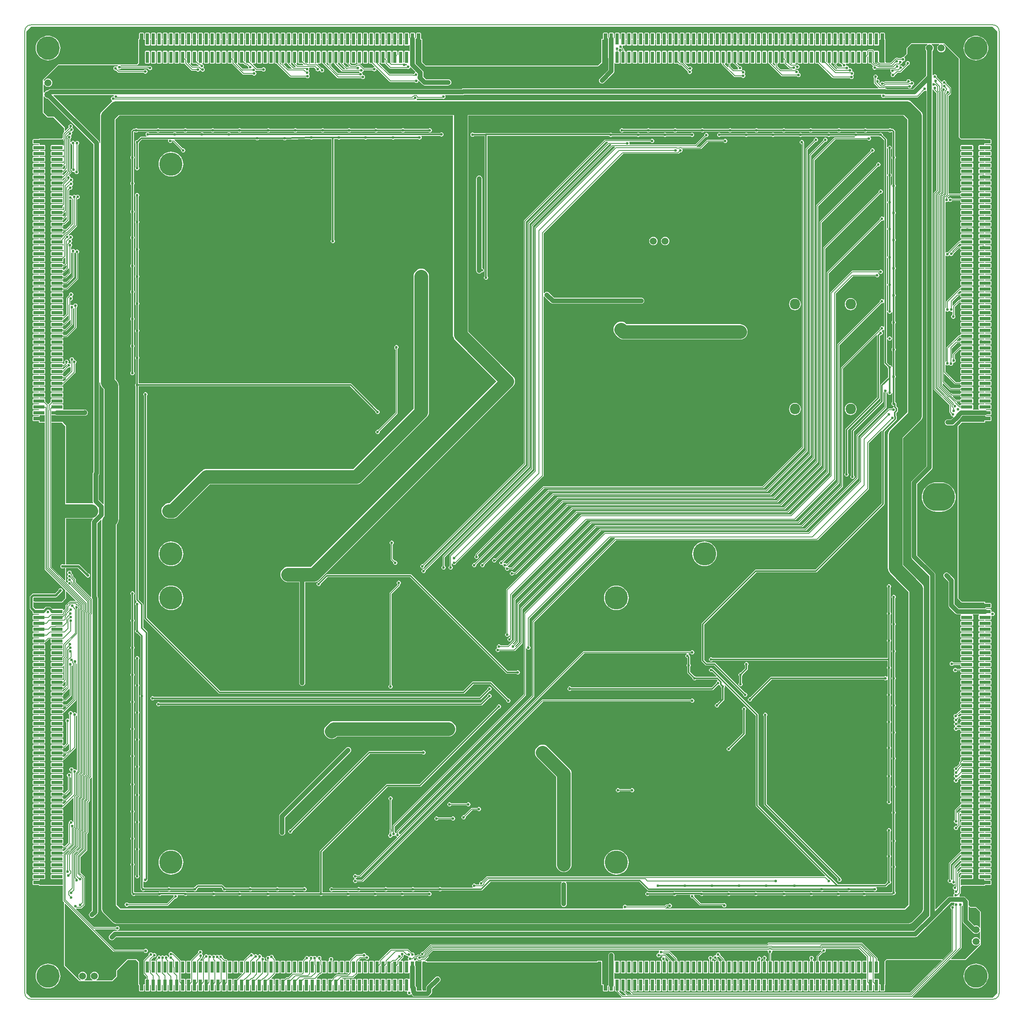
<source format=gbl>
G04 Layer_Physical_Order=2*
G04 Layer_Color=16711680*
%FSLAX25Y25*%
%MOIN*%
G70*
G01*
G75*
%ADD12R,0.02913X0.09449*%
%ADD39C,0.01968*%
%ADD40C,0.00591*%
%ADD41C,0.03937*%
%ADD42C,0.01181*%
%ADD43C,0.00787*%
%ADD44C,0.11811*%
%ADD46C,0.00600*%
%ADD47C,0.19685*%
%ADD48O,0.27559X0.23622*%
%ADD49C,0.05905*%
%ADD50R,0.05905X0.05905*%
%ADD51R,0.05905X0.05905*%
%ADD52O,0.08661X0.09055*%
%ADD53C,0.02362*%
%ADD54C,0.03150*%
%ADD55R,0.09449X0.02913*%
G36*
X-349402Y108727D02*
X-349031Y107502D01*
X-348427Y106374D01*
X-347616Y105384D01*
X-346598Y104367D01*
Y84400D01*
Y6926D01*
X-347098Y6719D01*
X-350719Y10340D01*
Y31148D01*
X-350365Y31609D01*
X-350107Y32232D01*
X-350019Y32900D01*
Y109888D01*
X-349519Y109913D01*
X-349402Y108727D01*
D02*
G37*
G36*
X-396403Y82087D02*
Y76639D01*
X-400739D01*
Y77254D01*
X-400926Y77706D01*
X-401378Y77894D01*
X-405975D01*
X-406065Y77931D01*
X-406102Y78021D01*
Y80680D01*
X-406065Y80770D01*
X-405975Y80807D01*
X-401378D01*
X-400926Y80994D01*
X-400739Y81446D01*
Y82254D01*
X-396654D01*
X-396403Y82087D01*
D02*
G37*
G36*
X-355561Y-5678D02*
X-355485Y-5805D01*
X-356225Y-6546D01*
X-356635Y-7080D01*
X-356893Y-7703D01*
X-356981Y-8371D01*
Y-72023D01*
X-357481Y-72231D01*
X-370168Y-59544D01*
Y-57259D01*
X-370168Y-57259D01*
X-370236Y-56913D01*
X-370432Y-56620D01*
X-370432Y-56620D01*
X-372530Y-54523D01*
Y-53567D01*
X-372599Y-53221D01*
X-372794Y-52928D01*
X-373781Y-51941D01*
X-373694Y-51500D01*
X-373831Y-50809D01*
X-374223Y-50223D01*
X-374809Y-49831D01*
X-375500Y-49694D01*
X-376191Y-49831D01*
X-376777Y-50223D01*
X-377169Y-50809D01*
X-377306Y-51500D01*
X-377169Y-52191D01*
X-376849Y-52670D01*
X-376806Y-53000D01*
X-376849Y-53330D01*
X-377169Y-53809D01*
X-377306Y-54500D01*
X-377169Y-55191D01*
X-376849Y-55669D01*
X-376806Y-56000D01*
X-376849Y-56331D01*
X-377169Y-56809D01*
X-377306Y-57500D01*
X-377169Y-58191D01*
X-376849Y-58670D01*
X-376806Y-59000D01*
X-376849Y-59330D01*
X-377153Y-59785D01*
X-377214Y-59849D01*
X-377686Y-59960D01*
X-378691Y-58955D01*
X-378548Y-58444D01*
X-378499Y-58327D01*
X-378410Y-58237D01*
Y-58110D01*
X-378361Y-57993D01*
Y-47606D01*
X-368465D01*
X-361591Y-54480D01*
X-361569Y-54591D01*
X-361177Y-55177D01*
X-360591Y-55569D01*
X-359900Y-55706D01*
X-359209Y-55569D01*
X-358623Y-55177D01*
X-358231Y-54591D01*
X-358094Y-53900D01*
X-358231Y-53209D01*
X-358623Y-52623D01*
X-359209Y-52231D01*
X-359320Y-52209D01*
X-366665Y-44865D01*
X-367185Y-44517D01*
X-367800Y-44394D01*
X-367800Y-44394D01*
X-378361D01*
X-378361Y-5528D01*
X-357000D01*
X-355796Y-5409D01*
X-355561Y-5678D01*
D02*
G37*
G36*
X-379000Y73000D02*
X-379000Y-44394D01*
X-380614D01*
X-380709Y-44331D01*
X-381400Y-44194D01*
X-382091Y-44331D01*
X-382677Y-44723D01*
X-383069Y-45309D01*
X-383206Y-46000D01*
X-383069Y-46691D01*
X-382677Y-47277D01*
X-382091Y-47669D01*
X-381400Y-47806D01*
X-380709Y-47669D01*
X-380614Y-47606D01*
X-379000D01*
Y-57993D01*
X-379462Y-58184D01*
X-390731Y-46915D01*
Y76000D01*
X-382000Y76000D01*
X-379000Y73000D01*
D02*
G37*
G36*
X-337811Y353378D02*
X-337869Y353291D01*
X-337930Y352983D01*
X-338474Y352581D01*
X-338600Y352606D01*
X-339291Y352469D01*
X-339877Y352077D01*
X-340269Y351491D01*
X-340406Y350800D01*
X-340269Y350109D01*
X-339877Y349523D01*
X-339327Y349155D01*
X-339284Y348957D01*
X-339271Y348617D01*
X-339627Y348427D01*
X-340616Y347616D01*
X-347616Y340616D01*
X-348427Y339627D01*
X-349031Y338498D01*
X-349402Y337274D01*
X-349528Y336000D01*
Y314835D01*
Y313328D01*
X-350027Y313295D01*
X-350107Y313898D01*
X-350365Y314521D01*
X-350775Y315055D01*
X-389077Y353357D01*
X-388885Y353819D01*
X-338047D01*
X-337811Y353378D01*
D02*
G37*
G36*
X351750Y357336D02*
Y38900D01*
X339475Y26625D01*
X339065Y26091D01*
X338807Y25468D01*
X338719Y24800D01*
Y-37900D01*
X338807Y-38568D01*
X339065Y-39191D01*
X339475Y-39725D01*
X354119Y-54369D01*
Y-342631D01*
X341231Y-355519D01*
X-336900D01*
X-337568Y-355607D01*
X-338191Y-355865D01*
X-338725Y-356275D01*
X-341425Y-358975D01*
X-341835Y-359509D01*
X-342093Y-360132D01*
X-342181Y-360800D01*
X-342093Y-361468D01*
X-341835Y-362091D01*
X-341425Y-362625D01*
X-340891Y-363035D01*
X-340268Y-363293D01*
X-339600Y-363381D01*
X-338932Y-363293D01*
X-338309Y-363035D01*
X-337775Y-362625D01*
X-335831Y-360681D01*
X342300D01*
X342968Y-360593D01*
X343591Y-360335D01*
X344125Y-359925D01*
X358525Y-345525D01*
X358525Y-345525D01*
X372532Y-331518D01*
X375258D01*
X375525Y-332018D01*
X375331Y-332309D01*
X375194Y-333000D01*
X375323Y-333652D01*
X375237Y-333761D01*
X374930Y-333991D01*
X374691Y-333831D01*
X374000Y-333694D01*
X373309Y-333831D01*
X372723Y-334223D01*
X372331Y-334809D01*
X372194Y-335500D01*
X372331Y-336191D01*
X372723Y-336777D01*
X373097Y-337027D01*
Y-372226D01*
X365704Y-379619D01*
X365454Y-379641D01*
X365121Y-379548D01*
X365004Y-379499D01*
X364914Y-379409D01*
X364787D01*
X364669Y-379361D01*
X318248D01*
X317796Y-379548D01*
X316548Y-380796D01*
X316361Y-381248D01*
Y-400774D01*
X315994Y-400926D01*
X315807Y-401378D01*
Y-405975D01*
X315770Y-406065D01*
X315680Y-406102D01*
X313021D01*
X312931Y-406065D01*
X312894Y-405975D01*
Y-401378D01*
X312706Y-400926D01*
X312255Y-400739D01*
X311446D01*
Y-396654D01*
X311259Y-396202D01*
X310807Y-396014D01*
X307894D01*
X307596Y-395815D01*
Y-391586D01*
X307894Y-391387D01*
X310807D01*
X311259Y-391200D01*
X311446Y-390748D01*
Y-381299D01*
X311259Y-380847D01*
X310807Y-380660D01*
X310254D01*
Y-378880D01*
X310185Y-378534D01*
X309989Y-378241D01*
X297499Y-365751D01*
X297206Y-365555D01*
X296860Y-365487D01*
X217676D01*
X217676Y-365487D01*
X217331Y-365555D01*
X217038Y-365751D01*
X216121Y-366668D01*
X-68571D01*
X-68571Y-366668D01*
X-68916Y-366737D01*
X-69209Y-366932D01*
X-75559Y-373281D01*
X-76000Y-373194D01*
X-76691Y-373331D01*
X-77277Y-373723D01*
X-77669Y-374309D01*
X-77806Y-375000D01*
X-78077Y-375330D01*
X-79456D01*
X-79802Y-375399D01*
X-80095Y-375594D01*
X-81049Y-376549D01*
X-81144Y-376530D01*
X-82456D01*
X-82555Y-376441D01*
X-82799Y-376030D01*
X-82694Y-375500D01*
X-82831Y-374809D01*
X-83223Y-374223D01*
X-83809Y-373831D01*
X-84500Y-373694D01*
X-85005Y-373794D01*
X-87686Y-371113D01*
X-87979Y-370918D01*
X-88325Y-370849D01*
X-102513D01*
X-102858Y-370918D01*
X-103151Y-371113D01*
X-103151Y-371113D01*
X-112332Y-380294D01*
X-112527Y-380587D01*
X-112765Y-380714D01*
X-112894Y-380660D01*
X-115807D01*
X-116259Y-380847D01*
X-116446Y-381299D01*
Y-390748D01*
X-116259Y-391200D01*
X-115807Y-391387D01*
X-112894D01*
X-112442Y-391200D01*
X-112255Y-390748D01*
Y-385205D01*
X-111908Y-384859D01*
X-111446Y-385050D01*
Y-390748D01*
X-111259Y-391200D01*
X-110807Y-391387D01*
X-107894D01*
X-107442Y-391200D01*
X-107255Y-390748D01*
Y-385205D01*
X-106908Y-384859D01*
X-106446Y-385050D01*
Y-390748D01*
X-106259Y-391200D01*
X-105807Y-391387D01*
X-102894D01*
X-102442Y-391200D01*
X-102254Y-390748D01*
Y-382771D01*
X-101908Y-382425D01*
X-101446Y-382616D01*
Y-390748D01*
X-101259Y-391200D01*
X-100807Y-391387D01*
X-97894D01*
X-97442Y-391200D01*
X-97255Y-390748D01*
Y-385205D01*
X-96908Y-384859D01*
X-96446Y-385050D01*
Y-390748D01*
X-96259Y-391200D01*
X-95807Y-391387D01*
X-92894D01*
X-92442Y-391200D01*
X-92255Y-390748D01*
Y-381299D01*
X-92442Y-380847D01*
X-92894Y-380660D01*
X-94306D01*
X-94498Y-380198D01*
X-92361Y-378062D01*
X-92361Y-378062D01*
X-92166Y-377769D01*
X-92097Y-377423D01*
Y-376527D01*
X-91723Y-376277D01*
X-91347Y-375715D01*
X-91286Y-375651D01*
X-90814Y-375540D01*
X-90216Y-376139D01*
X-89923Y-376335D01*
X-89577Y-376403D01*
X-89577Y-376403D01*
X-89027D01*
X-88777Y-376777D01*
X-88191Y-377169D01*
X-87927Y-377221D01*
X-87777Y-377723D01*
X-88169Y-378309D01*
X-88306Y-379000D01*
X-88169Y-379691D01*
X-87841Y-380182D01*
X-87991Y-380551D01*
X-88077Y-380660D01*
X-90807D01*
X-91259Y-380847D01*
X-91446Y-381299D01*
Y-390748D01*
X-91259Y-391200D01*
X-90807Y-391387D01*
X-87894D01*
X-87442Y-391200D01*
X-87432Y-391175D01*
X-86932Y-391275D01*
Y-396127D01*
X-87432Y-396226D01*
X-87442Y-396202D01*
X-87894Y-396014D01*
X-88534D01*
X-88809Y-395831D01*
X-89500Y-395694D01*
X-90191Y-395831D01*
X-90465Y-396014D01*
X-90807D01*
X-91259Y-396202D01*
X-91446Y-396654D01*
Y-400739D01*
X-92255D01*
Y-398806D01*
X-92194Y-398500D01*
X-92255Y-398194D01*
Y-396654D01*
X-92442Y-396202D01*
X-92894Y-396014D01*
X-95807D01*
X-96259Y-396202D01*
X-96446Y-396654D01*
Y-400739D01*
X-97255D01*
Y-396654D01*
X-97442Y-396202D01*
X-97894Y-396014D01*
X-100807D01*
X-101259Y-396202D01*
X-101446Y-396654D01*
Y-400739D01*
X-102254D01*
Y-396654D01*
X-102442Y-396202D01*
X-102894Y-396014D01*
X-105807D01*
X-106259Y-396202D01*
X-106446Y-396654D01*
Y-400739D01*
X-107255D01*
Y-396654D01*
X-107442Y-396202D01*
X-107894Y-396014D01*
X-110807D01*
X-111259Y-396202D01*
X-111446Y-396654D01*
Y-400739D01*
X-112255D01*
Y-396654D01*
X-112442Y-396202D01*
X-112894Y-396014D01*
X-115807D01*
X-116259Y-396202D01*
X-116446Y-396654D01*
Y-400739D01*
X-117254D01*
Y-396654D01*
X-117442Y-396202D01*
X-117894Y-396014D01*
X-120807D01*
X-121259Y-396202D01*
X-121446Y-396654D01*
Y-400739D01*
X-122255D01*
Y-396654D01*
X-122442Y-396202D01*
X-122894Y-396014D01*
X-125807D01*
X-126259Y-396202D01*
X-126446Y-396654D01*
Y-400739D01*
X-127254D01*
Y-396654D01*
X-127442Y-396202D01*
X-127894Y-396014D01*
X-130807D01*
X-131259Y-396202D01*
X-131446Y-396654D01*
Y-400739D01*
X-132255D01*
Y-396654D01*
X-132442Y-396202D01*
X-132894Y-396014D01*
X-135807D01*
X-136259Y-396202D01*
X-136446Y-396654D01*
Y-400739D01*
X-137255D01*
Y-396654D01*
X-137442Y-396202D01*
X-137894Y-396014D01*
X-140807D01*
X-141259Y-396202D01*
X-141446Y-396654D01*
Y-400739D01*
X-142254D01*
Y-396654D01*
X-142442Y-396202D01*
X-142894Y-396014D01*
X-143901D01*
X-144168Y-395514D01*
X-144161Y-395503D01*
X-135000D01*
X-134654Y-395434D01*
X-134361Y-395239D01*
X-131261Y-392139D01*
X-131066Y-391846D01*
X-131061Y-391823D01*
X-130807Y-391387D01*
X-127894D01*
X-127442Y-391200D01*
X-127254Y-390748D01*
Y-381299D01*
X-127442Y-380847D01*
X-127894Y-380660D01*
X-129490D01*
X-129681Y-380198D01*
X-128454Y-378970D01*
X-124483D01*
X-124277Y-379277D01*
X-123691Y-379669D01*
X-123000Y-379806D01*
X-122309Y-379669D01*
X-121723Y-379277D01*
X-121331Y-378691D01*
X-121194Y-378000D01*
X-121331Y-377309D01*
X-121723Y-376723D01*
X-122309Y-376331D01*
X-123000Y-376194D01*
X-123231Y-376240D01*
X-123694Y-376000D01*
X-123831Y-375309D01*
X-124223Y-374723D01*
X-124809Y-374331D01*
X-125500Y-374194D01*
X-126191Y-374331D01*
X-126777Y-374723D01*
X-127027Y-375097D01*
X-131761D01*
X-132106Y-375166D01*
X-132399Y-375361D01*
X-137332Y-380294D01*
X-137527Y-380587D01*
X-137765Y-380714D01*
X-137894Y-380660D01*
X-140807D01*
X-141259Y-380847D01*
X-141446Y-381299D01*
Y-390748D01*
X-141259Y-391200D01*
X-140807Y-391387D01*
X-139211D01*
X-139019Y-391849D01*
X-139686Y-392516D01*
X-148825D01*
X-149171Y-392584D01*
X-149464Y-392780D01*
X-152332Y-395648D01*
X-152527Y-395941D01*
X-152765Y-396068D01*
X-152894Y-396014D01*
X-155807D01*
X-156259Y-396202D01*
X-156446Y-396654D01*
Y-400739D01*
X-157255D01*
Y-396654D01*
X-157442Y-396202D01*
X-157894Y-396014D01*
X-160807D01*
X-161259Y-396202D01*
X-161446Y-396654D01*
Y-400739D01*
X-162255D01*
Y-396654D01*
X-162442Y-396202D01*
X-162894Y-396014D01*
X-165430D01*
X-165637Y-395514D01*
X-162660Y-392537D01*
X-162527D01*
X-162181Y-392468D01*
X-161888Y-392272D01*
X-161054Y-391439D01*
X-160974Y-391318D01*
X-160807Y-391387D01*
X-157894D01*
X-157442Y-391200D01*
X-157255Y-390748D01*
Y-381299D01*
X-157442Y-380847D01*
X-157894Y-380660D01*
X-160807D01*
X-160936Y-380714D01*
X-161173Y-380587D01*
X-161369Y-380294D01*
X-162088Y-379575D01*
X-161831Y-379191D01*
X-161694Y-378500D01*
X-161831Y-377809D01*
X-162223Y-377223D01*
X-162809Y-376831D01*
X-163500Y-376694D01*
X-164191Y-376831D01*
X-164777Y-377223D01*
X-165169Y-377809D01*
X-165245Y-378192D01*
X-165755D01*
X-165831Y-377809D01*
X-166223Y-377223D01*
X-166809Y-376831D01*
X-167500Y-376694D01*
X-168191Y-376831D01*
X-168777Y-377223D01*
X-169223D01*
X-169809Y-376831D01*
X-170500Y-376694D01*
X-171191Y-376831D01*
X-171777Y-377223D01*
X-171949Y-377480D01*
X-172551D01*
X-172723Y-377223D01*
X-173309Y-376831D01*
X-174000Y-376694D01*
X-174691Y-376831D01*
X-175277Y-377223D01*
X-175669Y-377809D01*
X-175806Y-378500D01*
X-175762Y-378724D01*
X-177332Y-380294D01*
X-177527Y-380587D01*
X-177765Y-380714D01*
X-177894Y-380660D01*
X-180807D01*
X-181259Y-380847D01*
X-181446Y-381299D01*
Y-390748D01*
X-181850Y-390956D01*
X-181883Y-390939D01*
X-182255Y-390525D01*
Y-381299D01*
X-182442Y-380847D01*
X-182894Y-380660D01*
X-185807D01*
X-186259Y-380847D01*
X-186446Y-381299D01*
Y-390748D01*
X-186259Y-391200D01*
X-186561Y-391551D01*
X-189874Y-394865D01*
X-191174D01*
X-191520Y-394933D01*
X-191813Y-395129D01*
X-192755Y-396072D01*
X-192894Y-396014D01*
X-195807D01*
X-196259Y-396202D01*
X-196446Y-396654D01*
Y-400739D01*
X-197255D01*
Y-396654D01*
X-197442Y-396202D01*
X-197894Y-396014D01*
X-200807D01*
X-201259Y-396202D01*
X-201446Y-396654D01*
Y-400739D01*
X-202255D01*
Y-396654D01*
X-202442Y-396202D01*
X-202894Y-396014D01*
X-204084D01*
X-204275Y-395552D01*
X-201061Y-392339D01*
X-201061Y-392339D01*
X-200866Y-392046D01*
X-200797Y-391700D01*
Y-391387D01*
X-197894D01*
X-197442Y-391200D01*
X-197255Y-390748D01*
Y-381299D01*
X-197442Y-380847D01*
X-197894Y-380660D01*
X-200797D01*
Y-379800D01*
X-200866Y-379454D01*
X-201061Y-379161D01*
X-202281Y-377941D01*
X-202194Y-377500D01*
X-202331Y-376809D01*
X-202723Y-376223D01*
X-203309Y-375831D01*
X-204000Y-375694D01*
X-204691Y-375831D01*
X-205277Y-376223D01*
X-205599Y-376704D01*
X-206129Y-376951D01*
X-206309Y-376831D01*
X-207000Y-376694D01*
X-207691Y-376831D01*
X-208277Y-377223D01*
X-208669Y-377809D01*
X-208806Y-378500D01*
X-208669Y-379191D01*
X-208277Y-379777D01*
X-207903Y-380027D01*
Y-380660D01*
X-209614D01*
X-209824Y-380268D01*
X-209825Y-380160D01*
X-209694Y-379500D01*
X-209831Y-378809D01*
X-210223Y-378223D01*
X-210809Y-377831D01*
X-211500Y-377694D01*
X-211835Y-377760D01*
X-212260Y-377335D01*
X-212194Y-377000D01*
X-212331Y-376309D01*
X-212723Y-375723D01*
X-213309Y-375331D01*
X-214000Y-375194D01*
X-214691Y-375331D01*
X-215277Y-375723D01*
X-215449Y-375980D01*
X-216051D01*
X-216223Y-375723D01*
X-216809Y-375331D01*
X-217500Y-375194D01*
X-218191Y-375331D01*
X-218777Y-375723D01*
X-219279Y-375573D01*
X-219331Y-375309D01*
X-219723Y-374723D01*
X-220309Y-374331D01*
X-221000Y-374194D01*
X-221691Y-374331D01*
X-222277Y-374723D01*
X-222669Y-375309D01*
X-222749Y-375711D01*
X-227332Y-380294D01*
X-227527Y-380587D01*
X-227894Y-380660D01*
X-230807D01*
X-231259Y-380847D01*
X-231446Y-381299D01*
Y-390748D01*
X-231259Y-391200D01*
X-230807Y-391387D01*
X-229218D01*
X-229027Y-391849D01*
X-233192Y-396014D01*
X-235807D01*
X-236259Y-396202D01*
X-236446Y-396654D01*
Y-400739D01*
X-237255D01*
Y-396654D01*
X-237442Y-396202D01*
X-237894Y-396014D01*
X-240807D01*
X-241105Y-395815D01*
Y-391586D01*
X-240807Y-391387D01*
X-237894D01*
X-237442Y-391200D01*
X-237255Y-390748D01*
Y-381299D01*
X-237442Y-380847D01*
X-237894Y-380660D01*
X-240807D01*
X-241174Y-380587D01*
X-241369Y-380294D01*
X-241888Y-379775D01*
X-242181Y-379579D01*
X-242527Y-379510D01*
X-243713D01*
X-245281Y-377941D01*
X-245194Y-377500D01*
X-245331Y-376809D01*
X-245723Y-376223D01*
X-246309Y-375831D01*
X-247000Y-375694D01*
X-247691Y-375831D01*
X-248169Y-376151D01*
X-248500Y-376194D01*
X-248831Y-376151D01*
X-249309Y-375831D01*
X-250000Y-375694D01*
X-250691Y-375831D01*
X-251169Y-376151D01*
X-251500Y-376194D01*
X-251831Y-376151D01*
X-252309Y-375831D01*
X-253000Y-375694D01*
X-253691Y-375831D01*
X-254277Y-376223D01*
X-254449Y-376480D01*
X-255051D01*
X-255223Y-376223D01*
X-255809Y-375831D01*
X-256500Y-375694D01*
X-257191Y-375831D01*
X-257777Y-376223D01*
X-257889D01*
X-258223Y-375723D01*
X-258809Y-375331D01*
X-259500Y-375194D01*
X-260191Y-375331D01*
X-260777Y-375723D01*
X-261169Y-376309D01*
X-261306Y-377000D01*
X-261219Y-377441D01*
X-262339Y-378561D01*
X-262534Y-378854D01*
X-262603Y-379200D01*
Y-380466D01*
X-262894Y-380660D01*
X-264490D01*
X-264681Y-380198D01*
X-263361Y-378878D01*
X-263166Y-378585D01*
X-263097Y-378239D01*
Y-378027D01*
X-262723Y-377777D01*
X-262331Y-377191D01*
X-262194Y-376500D01*
X-262331Y-375809D01*
X-262723Y-375223D01*
X-263223Y-374889D01*
Y-374777D01*
X-262831Y-374191D01*
X-262694Y-373500D01*
X-262831Y-372809D01*
X-263223Y-372223D01*
X-263809Y-371831D01*
X-264500Y-371694D01*
X-265191Y-371831D01*
X-265777Y-372223D01*
X-266169Y-372809D01*
X-266306Y-373500D01*
X-266219Y-373941D01*
X-272539Y-380261D01*
X-272734Y-380554D01*
X-272739Y-380577D01*
X-272894Y-380660D01*
X-275807D01*
X-276259Y-380847D01*
X-276446Y-381299D01*
Y-390748D01*
X-276259Y-391200D01*
X-275807Y-391387D01*
X-272894D01*
X-272803Y-391448D01*
Y-395954D01*
X-272894Y-396014D01*
X-275807D01*
X-276259Y-396202D01*
X-276446Y-396654D01*
Y-400739D01*
X-277255D01*
Y-396654D01*
X-277442Y-396202D01*
X-277894Y-396014D01*
X-280807D01*
X-280897Y-395954D01*
Y-391447D01*
X-280807Y-391387D01*
X-277894D01*
X-277442Y-391200D01*
X-277255Y-390748D01*
Y-381299D01*
X-277442Y-380847D01*
X-277894Y-380660D01*
X-280807D01*
X-281173Y-380587D01*
X-281369Y-380294D01*
X-287301Y-374361D01*
X-287595Y-374166D01*
X-287940Y-374097D01*
X-287973D01*
X-288223Y-373723D01*
X-288809Y-373331D01*
X-289500Y-373194D01*
X-290191Y-373331D01*
X-290777Y-373723D01*
X-291169Y-374309D01*
X-291306Y-375000D01*
X-291169Y-375691D01*
X-290849Y-376169D01*
X-290806Y-376500D01*
X-290849Y-376831D01*
X-291169Y-377309D01*
X-291245Y-377692D01*
X-291755D01*
X-291831Y-377309D01*
X-292223Y-376723D01*
X-292809Y-376331D01*
X-293500Y-376194D01*
X-294191Y-376331D01*
X-294670Y-376651D01*
X-295000Y-376694D01*
X-295331Y-376651D01*
X-295809Y-376331D01*
X-296500Y-376194D01*
X-297191Y-376331D01*
X-297670Y-376651D01*
X-298000Y-376694D01*
X-298330Y-376651D01*
X-298809Y-376331D01*
X-299500Y-376194D01*
X-300191Y-376331D01*
X-300777Y-376723D01*
X-301169Y-377309D01*
X-301306Y-378000D01*
X-301219Y-378441D01*
X-302332Y-379554D01*
X-302527Y-379847D01*
X-302596Y-380193D01*
Y-380461D01*
X-302894Y-380660D01*
X-305807D01*
X-306105Y-380461D01*
Y-379882D01*
X-303941Y-377719D01*
X-303500Y-377806D01*
X-302809Y-377669D01*
X-302223Y-377277D01*
X-301831Y-376691D01*
X-301694Y-376000D01*
X-301831Y-375309D01*
X-302223Y-374723D01*
X-302809Y-374331D01*
X-303500Y-374194D01*
X-304191Y-374331D01*
X-304777Y-374723D01*
X-304889D01*
X-305223Y-374223D01*
X-305809Y-373831D01*
X-306500Y-373694D01*
X-307191Y-373831D01*
X-307777Y-374223D01*
X-308169Y-374809D01*
X-308306Y-375500D01*
X-308219Y-375941D01*
X-312332Y-380054D01*
X-312527Y-380347D01*
X-312596Y-380693D01*
Y-391634D01*
X-312527Y-391980D01*
X-312332Y-392272D01*
X-310254Y-394351D01*
Y-396014D01*
X-310807D01*
X-311259Y-396202D01*
X-311446Y-396654D01*
Y-400739D01*
X-312255D01*
X-312706Y-400926D01*
X-312894Y-401378D01*
Y-405975D01*
X-312931Y-406065D01*
X-313021Y-406102D01*
X-315680D01*
X-315770Y-406065D01*
X-315807Y-405975D01*
Y-401378D01*
X-315994Y-400926D01*
X-316361Y-400774D01*
Y-382000D01*
X-316548Y-381548D01*
X-318548Y-379548D01*
X-319000Y-379361D01*
X-326000D01*
X-326452Y-379548D01*
X-335452Y-388548D01*
X-335639Y-389000D01*
Y-393735D01*
X-339265Y-397361D01*
X-352601D01*
X-352700Y-396861D01*
X-352544Y-396796D01*
X-351804Y-396228D01*
X-351236Y-395488D01*
X-350879Y-394626D01*
X-350757Y-393701D01*
X-350879Y-392776D01*
X-351236Y-391914D01*
X-351804Y-391174D01*
X-352544Y-390606D01*
X-353406Y-390249D01*
X-354331Y-390127D01*
X-355256Y-390249D01*
X-356118Y-390606D01*
X-356858Y-391174D01*
X-357426Y-391914D01*
X-357783Y-392776D01*
X-357905Y-393701D01*
X-357783Y-394626D01*
X-357426Y-395488D01*
X-356858Y-396228D01*
X-356118Y-396796D01*
X-355961Y-396861D01*
X-356060Y-397361D01*
X-362601D01*
X-362701Y-396861D01*
X-362544Y-396796D01*
X-361804Y-396228D01*
X-361236Y-395488D01*
X-360879Y-394626D01*
X-360757Y-393701D01*
X-360879Y-392776D01*
X-361236Y-391914D01*
X-361804Y-391174D01*
X-362544Y-390606D01*
X-363406Y-390249D01*
X-364331Y-390127D01*
X-365256Y-390249D01*
X-366118Y-390606D01*
X-366858Y-391174D01*
X-367426Y-391914D01*
X-367783Y-392776D01*
X-367905Y-393701D01*
X-367783Y-394626D01*
X-367426Y-395488D01*
X-366858Y-396228D01*
X-366118Y-396796D01*
X-365961Y-396861D01*
X-366060Y-397361D01*
X-366735D01*
X-379361Y-384735D01*
Y-332570D01*
X-378899Y-332378D01*
X-338239Y-373039D01*
X-337946Y-373234D01*
X-337600Y-373303D01*
X-312227D01*
X-311977Y-373677D01*
X-311391Y-374069D01*
X-310700Y-374206D01*
X-310009Y-374069D01*
X-309423Y-373677D01*
X-309031Y-373091D01*
X-308894Y-372400D01*
X-309031Y-371709D01*
X-309423Y-371123D01*
X-310009Y-370731D01*
X-310700Y-370594D01*
X-311391Y-370731D01*
X-311977Y-371123D01*
X-312227Y-371497D01*
X-337226D01*
X-354158Y-354565D01*
X-353966Y-354103D01*
X-336427D01*
X-336177Y-354477D01*
X-335591Y-354869D01*
X-334900Y-355006D01*
X-334209Y-354869D01*
X-333623Y-354477D01*
X-333231Y-353891D01*
X-333094Y-353200D01*
X-333231Y-352509D01*
X-333623Y-351923D01*
X-334209Y-351531D01*
X-334900Y-351394D01*
X-335591Y-351531D01*
X-336177Y-351923D01*
X-336427Y-352297D01*
X-354756D01*
X-369960Y-337092D01*
X-369882Y-336463D01*
X-369779Y-336401D01*
X-369433Y-336470D01*
X-369433Y-336470D01*
X-365644D01*
X-365298Y-336401D01*
X-365005Y-336206D01*
X-362613Y-333814D01*
X-362418Y-333521D01*
X-362349Y-333175D01*
Y-310155D01*
X-362418Y-309809D01*
X-362613Y-309516D01*
X-366191Y-305938D01*
Y-292972D01*
X-360750Y-287531D01*
X-360750Y-287531D01*
X-360555Y-287238D01*
X-360486Y-286892D01*
X-360486Y-286892D01*
Y-273019D01*
X-359864Y-272398D01*
X-359669Y-272105D01*
X-359600Y-271759D01*
Y-246380D01*
X-358550Y-245331D01*
X-358355Y-245038D01*
X-358286Y-244692D01*
X-358286Y-244692D01*
Y-226519D01*
X-356950Y-225184D01*
X-356930Y-225153D01*
X-356430Y-225305D01*
Y-338280D01*
X-358225Y-340075D01*
X-358635Y-340609D01*
X-358893Y-341232D01*
X-358981Y-341900D01*
X-358893Y-342568D01*
X-358635Y-343191D01*
X-358225Y-343725D01*
X-357691Y-344135D01*
X-357068Y-344393D01*
X-356400Y-344481D01*
X-355732Y-344393D01*
X-355109Y-344135D01*
X-354575Y-343725D01*
X-352024Y-341174D01*
X-351613Y-340639D01*
X-351356Y-340017D01*
X-351268Y-339349D01*
Y-73104D01*
X-351356Y-72435D01*
X-351613Y-71813D01*
X-351819Y-71545D01*
Y-9440D01*
X-348805Y-6426D01*
X-348678Y-6503D01*
X-348409Y-6737D01*
X-348528Y-7941D01*
Y-60000D01*
X-348528Y-60000D01*
Y-105000D01*
Y-126000D01*
Y-149100D01*
Y-194700D01*
Y-217800D01*
Y-263700D01*
Y-308800D01*
Y-336000D01*
X-348402Y-337274D01*
X-348031Y-338498D01*
X-347427Y-339627D01*
X-346616Y-340616D01*
X-339616Y-347616D01*
X-338627Y-348427D01*
X-337498Y-349031D01*
X-336274Y-349402D01*
X-335000Y-349528D01*
X336000D01*
X337273Y-349402D01*
X338498Y-349031D01*
X339627Y-348427D01*
X340616Y-347616D01*
X347616Y-340616D01*
X348427Y-339627D01*
X349031Y-338498D01*
X349402Y-337274D01*
X349528Y-336000D01*
Y-314835D01*
Y-291835D01*
Y-269063D01*
Y-246000D01*
Y-223063D01*
Y-200000D01*
Y-177000D01*
Y-153500D01*
Y-130000D01*
Y-107500D01*
Y-84500D01*
Y-65000D01*
X349402Y-63727D01*
X349031Y-62502D01*
X348427Y-61374D01*
X347616Y-60384D01*
X332028Y-44796D01*
Y62796D01*
X346616Y77384D01*
X347427Y78374D01*
X348031Y79502D01*
X348402Y80727D01*
X348528Y82000D01*
Y105000D01*
Y126000D01*
Y149100D01*
Y194700D01*
Y217800D01*
Y263700D01*
Y308800D01*
Y336000D01*
X348402Y337274D01*
X348031Y338498D01*
X347427Y339627D01*
X346616Y340616D01*
X339616Y347616D01*
X338627Y348427D01*
X337498Y349031D01*
X336274Y349402D01*
X335000Y349528D01*
X106500D01*
X106500Y349528D01*
X86000D01*
X86000Y349528D01*
X-80813D01*
X-80965Y350027D01*
X-80823Y350123D01*
X-80431Y350709D01*
X-80000Y350897D01*
X-59139D01*
X-58891Y350731D01*
X-58200Y350594D01*
X-57509Y350731D01*
X-56923Y351123D01*
X-56531Y351709D01*
X-56394Y352400D01*
X-56531Y353091D01*
X-56683Y353319D01*
X-56416Y353819D01*
X-41700D01*
X-41032Y353907D01*
X-40409Y354165D01*
X-40156Y354359D01*
X313213D01*
X313423Y353967D01*
X313425Y353859D01*
X313294Y353200D01*
X313431Y352509D01*
X313823Y351923D01*
X314409Y351531D01*
X315100Y351394D01*
X315791Y351531D01*
X316377Y351923D01*
X316427Y351997D01*
X344100D01*
X344446Y352066D01*
X344739Y352261D01*
X349859Y357381D01*
X350300Y357294D01*
X350991Y357431D01*
X351250Y357604D01*
X351750Y357336D01*
D02*
G37*
G36*
X-396796Y352544D02*
X-396228Y351804D01*
X-395488Y351236D01*
X-394626Y350879D01*
X-393789Y350768D01*
X-355181Y312161D01*
Y33952D01*
X-355535Y33491D01*
X-355793Y32868D01*
X-355881Y32200D01*
Y9271D01*
X-355793Y8603D01*
X-355535Y7980D01*
X-355422Y7832D01*
X-355721Y7400D01*
X-355727Y7402D01*
X-357000Y7527D01*
X-378361D01*
X-378361Y73000D01*
X-378548Y73452D01*
X-380660Y75564D01*
Y75807D01*
X-380847Y76259D01*
X-381299Y76446D01*
X-381542D01*
X-381548Y76452D01*
X-382000Y76639D01*
X-390731Y76639D01*
Y82254D01*
X-387496D01*
X-387314Y82115D01*
X-386692Y81857D01*
X-386024Y81769D01*
X-362550D01*
X-361882Y81857D01*
X-361259Y82115D01*
X-360724Y82525D01*
X-360675Y82575D01*
X-360265Y83109D01*
X-360007Y83732D01*
X-359919Y84400D01*
X-360007Y85068D01*
X-360265Y85691D01*
X-360675Y86225D01*
X-361209Y86635D01*
X-361832Y86893D01*
X-362500Y86981D01*
X-362877Y86932D01*
X-380772D01*
X-380872Y87432D01*
X-380847Y87442D01*
X-380660Y87894D01*
Y90807D01*
X-380847Y91259D01*
X-381299Y91446D01*
X-390055D01*
X-390238Y91876D01*
X-389931Y92255D01*
X-381299D01*
X-380847Y92442D01*
X-380660Y92894D01*
Y95807D01*
X-380847Y96259D01*
X-381299Y96446D01*
X-390748D01*
X-391200Y96259D01*
X-391387Y95807D01*
Y93390D01*
X-393175Y91602D01*
X-393643Y91468D01*
X-393842Y91620D01*
X-396014Y93792D01*
Y95807D01*
X-396202Y96259D01*
X-396654Y96446D01*
X-400739D01*
Y97255D01*
X-396654D01*
X-396202Y97442D01*
X-396014Y97894D01*
Y100807D01*
X-396202Y101259D01*
X-396654Y101446D01*
X-400739D01*
Y102254D01*
X-396654D01*
X-396202Y102442D01*
X-396014Y102894D01*
Y105807D01*
X-396202Y106259D01*
X-396654Y106446D01*
X-400739D01*
Y107255D01*
X-396654D01*
X-396202Y107442D01*
X-396014Y107894D01*
Y110807D01*
X-396202Y111259D01*
X-396654Y111446D01*
X-400739D01*
Y112255D01*
X-396654D01*
X-396202Y112442D01*
X-396014Y112894D01*
Y115807D01*
X-396202Y116259D01*
X-396654Y116446D01*
X-400739D01*
Y117254D01*
X-396654D01*
X-396202Y117442D01*
X-396014Y117894D01*
Y120807D01*
X-396202Y121259D01*
X-396654Y121446D01*
X-400739D01*
Y122255D01*
X-396654D01*
X-396202Y122442D01*
X-396014Y122894D01*
Y125807D01*
X-396202Y126259D01*
X-396654Y126446D01*
X-400739D01*
Y127254D01*
X-396654D01*
X-396202Y127442D01*
X-396014Y127894D01*
Y130807D01*
X-396202Y131259D01*
X-396654Y131446D01*
X-400739D01*
Y132255D01*
X-396654D01*
X-396202Y132442D01*
X-396014Y132894D01*
Y135807D01*
X-396202Y136259D01*
X-396654Y136446D01*
X-400739D01*
Y137255D01*
X-396654D01*
X-396202Y137442D01*
X-396014Y137894D01*
Y140807D01*
X-396202Y141259D01*
X-396654Y141446D01*
X-400739D01*
Y142254D01*
X-396654D01*
X-396202Y142442D01*
X-396014Y142894D01*
Y145807D01*
X-396202Y146259D01*
X-396654Y146446D01*
X-400739D01*
Y147255D01*
X-396654D01*
X-396202Y147442D01*
X-396014Y147894D01*
Y150807D01*
X-396202Y151259D01*
X-396654Y151446D01*
X-400739D01*
Y152254D01*
X-396654D01*
X-396202Y152442D01*
X-396014Y152894D01*
Y155807D01*
X-396202Y156259D01*
X-396654Y156446D01*
X-400739D01*
Y157255D01*
X-396654D01*
X-396202Y157442D01*
X-396014Y157894D01*
Y160807D01*
X-396202Y161259D01*
X-396654Y161446D01*
X-400739D01*
Y162255D01*
X-396654D01*
X-396202Y162442D01*
X-396014Y162894D01*
Y165807D01*
X-396202Y166259D01*
X-396654Y166446D01*
X-400739D01*
Y167254D01*
X-396654D01*
X-396202Y167442D01*
X-396014Y167894D01*
Y170807D01*
X-396202Y171259D01*
X-396654Y171446D01*
X-400739D01*
Y172255D01*
X-396654D01*
X-396202Y172442D01*
X-396014Y172894D01*
Y175807D01*
X-396202Y176259D01*
X-396654Y176446D01*
X-400739D01*
Y177254D01*
X-396654D01*
X-396202Y177442D01*
X-396014Y177894D01*
Y180807D01*
X-396202Y181259D01*
X-396654Y181446D01*
X-400739D01*
Y182255D01*
X-396654D01*
X-396202Y182442D01*
X-396014Y182894D01*
Y185807D01*
X-396202Y186259D01*
X-396654Y186446D01*
X-400739D01*
Y187255D01*
X-396654D01*
X-396202Y187442D01*
X-396014Y187894D01*
Y190807D01*
X-396202Y191259D01*
X-396654Y191446D01*
X-400739D01*
Y192254D01*
X-396654D01*
X-396202Y192442D01*
X-396014Y192894D01*
Y195807D01*
X-396202Y196259D01*
X-396654Y196446D01*
X-400739D01*
Y197255D01*
X-396654D01*
X-396202Y197442D01*
X-396014Y197894D01*
Y200807D01*
X-396202Y201259D01*
X-396654Y201446D01*
X-400739D01*
Y202255D01*
X-396654D01*
X-396202Y202442D01*
X-396014Y202894D01*
Y205807D01*
X-396202Y206259D01*
X-396654Y206446D01*
X-400739D01*
Y207255D01*
X-396654D01*
X-396202Y207442D01*
X-396014Y207894D01*
Y210807D01*
X-396202Y211259D01*
X-396654Y211446D01*
X-400739D01*
Y212255D01*
X-396654D01*
X-396202Y212442D01*
X-396014Y212894D01*
Y215807D01*
X-396202Y216259D01*
X-396654Y216446D01*
X-400739D01*
Y217254D01*
X-396654D01*
X-396202Y217442D01*
X-396014Y217894D01*
Y220807D01*
X-396202Y221259D01*
X-396654Y221446D01*
X-400739D01*
Y222254D01*
X-396654D01*
X-396202Y222442D01*
X-396014Y222894D01*
Y225807D01*
X-396202Y226259D01*
X-396654Y226446D01*
X-400739D01*
Y227255D01*
X-396654D01*
X-396202Y227442D01*
X-396014Y227894D01*
Y230807D01*
X-396202Y231259D01*
X-396654Y231446D01*
X-400739D01*
Y232255D01*
X-396654D01*
X-396202Y232442D01*
X-396014Y232894D01*
Y235807D01*
X-396202Y236259D01*
X-396654Y236446D01*
X-400739D01*
Y237255D01*
X-396654D01*
X-396202Y237442D01*
X-396014Y237894D01*
Y240807D01*
X-396202Y241259D01*
X-396654Y241446D01*
X-400739D01*
Y242254D01*
X-396654D01*
X-396202Y242442D01*
X-396014Y242894D01*
Y245807D01*
X-396202Y246259D01*
X-396654Y246446D01*
X-400739D01*
Y247254D01*
X-396654D01*
X-396202Y247442D01*
X-396014Y247894D01*
Y250807D01*
X-396202Y251259D01*
X-396654Y251446D01*
X-400739D01*
Y252255D01*
X-396654D01*
X-396202Y252442D01*
X-396014Y252894D01*
Y255807D01*
X-396202Y256259D01*
X-396654Y256446D01*
X-400739D01*
Y257255D01*
X-396654D01*
X-396202Y257442D01*
X-396014Y257894D01*
Y260807D01*
X-396202Y261259D01*
X-396654Y261446D01*
X-400739D01*
Y262255D01*
X-396654D01*
X-396202Y262442D01*
X-396014Y262894D01*
Y265807D01*
X-396202Y266259D01*
X-396654Y266446D01*
X-400739D01*
Y267254D01*
X-396654D01*
X-396202Y267442D01*
X-396014Y267894D01*
Y270807D01*
X-396202Y271259D01*
X-396654Y271446D01*
X-400739D01*
Y272254D01*
X-396654D01*
X-396202Y272442D01*
X-396014Y272894D01*
Y275807D01*
X-396202Y276259D01*
X-396654Y276446D01*
X-400739D01*
Y277255D01*
X-396654D01*
X-396202Y277442D01*
X-396014Y277894D01*
Y280807D01*
X-396202Y281259D01*
X-396654Y281446D01*
X-400739D01*
Y282255D01*
X-396654D01*
X-396202Y282442D01*
X-396014Y282894D01*
Y285807D01*
X-396202Y286259D01*
X-396654Y286446D01*
X-400739D01*
Y287255D01*
X-396654D01*
X-396202Y287442D01*
X-396014Y287894D01*
Y290807D01*
X-396202Y291259D01*
X-396654Y291446D01*
X-400739D01*
Y292254D01*
X-396654D01*
X-396202Y292442D01*
X-396014Y292894D01*
Y295807D01*
X-396202Y296259D01*
X-396654Y296446D01*
X-400739D01*
Y297254D01*
X-396654D01*
X-396202Y297442D01*
X-396014Y297894D01*
Y300807D01*
X-396202Y301259D01*
X-396654Y301446D01*
X-400739D01*
Y302255D01*
X-396654D01*
X-396202Y302442D01*
X-396014Y302894D01*
Y305807D01*
X-396202Y306259D01*
X-396654Y306446D01*
X-400344D01*
X-400488Y306740D01*
X-400213Y307231D01*
X-400094Y307255D01*
X-396654D01*
X-396202Y307442D01*
X-396014Y307894D01*
Y310807D01*
X-396202Y311259D01*
X-396654Y311446D01*
X-400739D01*
Y312255D01*
X-400926Y312706D01*
X-401378Y312894D01*
X-405975D01*
X-406065Y312931D01*
X-406102Y313021D01*
Y315680D01*
X-406065Y315770D01*
X-405975Y315807D01*
X-401378D01*
X-400926Y315994D01*
X-400774Y316361D01*
X-382000D01*
X-381548Y316548D01*
X-381494Y316602D01*
X-381032Y316410D01*
Y316265D01*
X-380963Y315920D01*
X-380768Y315627D01*
X-380232Y315091D01*
Y311081D01*
X-380732Y310982D01*
X-380847Y311259D01*
X-381299Y311446D01*
X-390748D01*
X-391200Y311259D01*
X-391387Y310807D01*
Y307894D01*
X-391200Y307442D01*
X-390748Y307255D01*
X-381299D01*
X-380847Y307442D01*
X-380732Y307719D01*
X-380232Y307620D01*
Y306081D01*
X-380732Y305982D01*
X-380847Y306259D01*
X-381299Y306446D01*
X-390748D01*
X-391200Y306259D01*
X-391387Y305807D01*
Y302894D01*
X-391200Y302442D01*
X-390748Y302255D01*
X-381299D01*
X-380847Y302442D01*
X-380732Y302719D01*
X-380232Y302620D01*
Y301081D01*
X-380732Y300982D01*
X-380847Y301259D01*
X-381299Y301446D01*
X-390748D01*
X-391200Y301259D01*
X-391387Y300807D01*
Y297894D01*
X-391200Y297442D01*
X-390748Y297254D01*
X-381299D01*
X-380847Y297442D01*
X-380732Y297719D01*
X-380232Y297620D01*
Y296632D01*
X-380416Y296481D01*
X-380847Y296259D01*
X-381299Y296446D01*
X-390748D01*
X-391200Y296259D01*
X-391387Y295807D01*
Y292894D01*
X-391200Y292442D01*
X-390748Y292254D01*
X-381299D01*
X-380847Y292442D01*
X-380660Y292894D01*
Y293465D01*
X-380404Y293516D01*
X-380111Y293712D01*
X-379513Y294310D01*
X-379051Y294118D01*
Y292126D01*
X-380198Y290979D01*
X-380782Y291102D01*
X-380847Y291259D01*
X-381299Y291446D01*
X-390748D01*
X-391200Y291259D01*
X-391387Y290807D01*
Y287894D01*
X-391200Y287442D01*
X-390748Y287255D01*
X-381299D01*
X-380847Y287442D01*
X-380660Y287894D01*
Y288447D01*
X-380550D01*
X-380204Y288516D01*
X-379911Y288712D01*
X-378332Y290291D01*
X-377870Y290099D01*
Y288607D01*
X-380345Y286133D01*
X-380835Y286230D01*
X-380847Y286259D01*
X-381299Y286446D01*
X-390748D01*
X-391200Y286259D01*
X-391387Y285807D01*
Y282894D01*
X-391200Y282442D01*
X-390748Y282255D01*
X-381299D01*
X-380847Y282442D01*
X-380660Y282894D01*
Y283329D01*
X-380461Y283461D01*
X-379832Y284091D01*
X-379370Y283899D01*
Y282707D01*
X-380823Y281254D01*
X-380847Y281259D01*
X-381299Y281446D01*
X-390748D01*
X-391200Y281259D01*
X-391387Y280807D01*
Y277894D01*
X-391200Y277442D01*
X-390748Y277255D01*
X-381299D01*
X-381246Y277219D01*
Y276482D01*
X-381299Y276446D01*
X-390748D01*
X-391200Y276259D01*
X-391387Y275807D01*
Y272894D01*
X-391200Y272442D01*
X-390748Y272254D01*
X-381299D01*
X-381246Y272219D01*
Y271481D01*
X-381299Y271446D01*
X-390748D01*
X-391200Y271259D01*
X-391387Y270807D01*
Y267894D01*
X-391200Y267442D01*
X-390748Y267254D01*
X-381299D01*
X-381246Y267219D01*
Y266481D01*
X-381299Y266446D01*
X-390748D01*
X-391200Y266259D01*
X-391387Y265807D01*
Y262894D01*
X-391200Y262442D01*
X-390748Y262255D01*
X-381299D01*
X-381246Y262219D01*
Y261531D01*
X-381331Y261446D01*
X-390748D01*
X-391200Y261259D01*
X-391387Y260807D01*
Y257894D01*
X-391200Y257442D01*
X-390748Y257255D01*
X-381299D01*
X-380847Y257442D01*
X-380660Y257894D01*
Y259209D01*
X-380565Y259272D01*
X-380065Y259005D01*
Y256507D01*
X-380350Y256265D01*
X-380847Y256259D01*
X-381299Y256446D01*
X-390748D01*
X-391200Y256259D01*
X-391387Y255807D01*
Y252894D01*
X-391200Y252442D01*
X-390748Y252255D01*
X-381299D01*
X-380847Y252442D01*
X-380660Y252894D01*
Y253447D01*
X-380650D01*
X-380304Y253516D01*
X-380011Y253712D01*
X-379346Y254377D01*
X-378884Y254185D01*
Y252293D01*
X-380198Y250979D01*
X-380782Y251102D01*
X-380847Y251259D01*
X-381299Y251446D01*
X-390748D01*
X-391200Y251259D01*
X-391387Y250807D01*
Y247894D01*
X-391200Y247442D01*
X-390748Y247254D01*
X-381299D01*
X-380847Y247442D01*
X-380660Y247894D01*
Y248447D01*
X-380550D01*
X-380204Y248516D01*
X-379911Y248712D01*
X-378165Y250458D01*
X-377703Y250266D01*
Y248374D01*
X-380192Y245885D01*
X-380215Y245881D01*
X-380716Y245943D01*
X-380847Y246259D01*
X-381299Y246446D01*
X-390748D01*
X-391200Y246259D01*
X-391387Y245807D01*
Y242894D01*
X-391200Y242442D01*
X-390748Y242254D01*
X-381299D01*
X-380847Y242442D01*
X-380660Y242894D01*
Y243997D01*
X-379900D01*
X-379554Y244066D01*
X-379261Y244261D01*
X-376161Y247361D01*
X-375966Y247654D01*
X-375897Y248000D01*
Y265139D01*
X-375456Y265374D01*
X-375391Y265331D01*
X-374700Y265194D01*
X-374259Y265281D01*
X-373684Y264707D01*
Y244793D01*
X-378224Y240253D01*
X-380660D01*
Y240807D01*
X-380847Y241259D01*
X-381299Y241446D01*
X-390748D01*
X-391200Y241259D01*
X-391387Y240807D01*
Y237894D01*
X-391200Y237442D01*
X-390748Y237255D01*
X-381299D01*
X-380847Y237442D01*
X-380660Y237894D01*
Y238447D01*
X-378563D01*
X-378312Y237947D01*
X-378458Y237751D01*
X-378745D01*
X-378745Y237751D01*
X-379091Y237683D01*
X-379384Y237487D01*
X-380651Y236220D01*
X-380847Y236259D01*
X-381299Y236446D01*
X-390748D01*
X-391200Y236259D01*
X-391387Y235807D01*
Y232894D01*
X-391200Y232442D01*
X-390748Y232255D01*
X-382616D01*
X-382425Y231792D01*
X-382771Y231446D01*
X-390748D01*
X-391200Y231259D01*
X-391387Y230807D01*
Y227894D01*
X-391200Y227442D01*
X-390748Y227255D01*
X-381299D01*
X-380847Y227442D01*
X-380832Y227478D01*
X-380332Y227378D01*
Y226323D01*
X-380832Y226223D01*
X-380847Y226259D01*
X-381299Y226446D01*
X-390748D01*
X-391200Y226259D01*
X-391387Y225807D01*
Y222894D01*
X-391200Y222442D01*
X-390748Y222254D01*
X-381299D01*
X-380847Y222442D01*
X-380832Y222478D01*
X-380332Y222378D01*
Y221322D01*
X-380832Y221223D01*
X-380847Y221259D01*
X-381299Y221446D01*
X-390748D01*
X-391200Y221259D01*
X-391387Y220807D01*
Y217894D01*
X-391200Y217442D01*
X-390748Y217254D01*
X-381430D01*
X-381203Y216867D01*
X-381185Y216792D01*
X-381531Y216446D01*
X-390748D01*
X-391200Y216259D01*
X-391387Y215807D01*
Y212894D01*
X-391200Y212442D01*
X-390748Y212255D01*
X-381299D01*
X-380847Y212442D01*
X-380660Y212894D01*
Y214763D01*
X-379613Y215810D01*
X-379151Y215618D01*
Y211326D01*
X-380160Y210317D01*
X-380660Y210407D01*
Y210807D01*
X-380847Y211259D01*
X-381299Y211446D01*
X-390748D01*
X-391200Y211259D01*
X-391387Y210807D01*
Y207894D01*
X-391200Y207442D01*
X-390748Y207255D01*
X-381299D01*
X-380847Y207442D01*
X-380660Y207894D01*
Y208447D01*
X-379850D01*
X-379504Y208516D01*
X-379211Y208712D01*
X-378432Y209491D01*
X-377970Y209299D01*
Y207607D01*
X-380160Y205417D01*
X-380660Y205624D01*
Y205807D01*
X-380847Y206259D01*
X-381299Y206446D01*
X-390748D01*
X-391200Y206259D01*
X-391387Y205807D01*
Y202894D01*
X-391200Y202442D01*
X-390748Y202255D01*
X-381299D01*
X-380847Y202442D01*
X-380660Y202894D01*
Y203447D01*
X-379950D01*
X-379604Y203516D01*
X-379311Y203712D01*
X-376428Y206594D01*
X-376403Y206632D01*
X-375903Y206480D01*
Y203474D01*
X-379124Y200254D01*
X-380660D01*
Y200807D01*
X-380847Y201259D01*
X-381299Y201446D01*
X-390748D01*
X-391200Y201259D01*
X-391387Y200807D01*
Y197894D01*
X-391200Y197442D01*
X-390748Y197255D01*
X-381299D01*
X-380847Y197442D01*
X-380660Y197894D01*
Y198447D01*
X-378750D01*
X-378404Y198516D01*
X-378111Y198712D01*
X-374361Y202461D01*
X-374166Y202754D01*
X-374097Y203100D01*
X-374097Y203100D01*
Y219826D01*
X-373640Y220054D01*
X-373303Y219812D01*
Y200074D01*
X-378124Y195254D01*
X-380660D01*
Y195807D01*
X-380847Y196259D01*
X-381299Y196446D01*
X-390748D01*
X-391200Y196259D01*
X-391387Y195807D01*
Y192894D01*
X-391200Y192442D01*
X-390748Y192254D01*
X-381299D01*
X-380847Y192442D01*
X-380660Y192894D01*
Y193447D01*
X-377750D01*
X-377404Y193516D01*
X-377111Y193712D01*
X-371761Y199061D01*
X-371566Y199354D01*
X-371497Y199700D01*
Y219973D01*
X-371153Y220202D01*
X-371082Y220218D01*
X-370566Y220155D01*
X-370277Y219723D01*
X-369803Y219406D01*
Y198474D01*
X-378024Y190253D01*
X-380660D01*
Y190807D01*
X-380847Y191259D01*
X-381299Y191446D01*
X-390748D01*
X-391200Y191259D01*
X-391387Y190807D01*
Y187894D01*
X-391200Y187442D01*
X-390748Y187255D01*
X-381299D01*
X-380847Y187442D01*
X-380660Y187894D01*
Y188447D01*
X-377650D01*
X-377304Y188516D01*
X-377011Y188712D01*
X-368261Y197461D01*
X-368261Y197461D01*
X-368066Y197754D01*
X-367997Y198100D01*
X-367997Y198100D01*
Y219540D01*
X-367723Y219723D01*
X-367331Y220309D01*
X-367194Y221000D01*
X-367331Y221691D01*
X-367723Y222277D01*
X-368309Y222669D01*
X-369000Y222806D01*
X-369691Y222669D01*
X-370247Y222298D01*
X-370318Y222282D01*
X-370834Y222345D01*
X-371123Y222777D01*
X-371709Y223169D01*
X-372400Y223306D01*
X-373091Y223169D01*
X-373597Y222831D01*
X-373901Y222922D01*
X-374097Y223049D01*
Y224973D01*
X-373723Y225223D01*
X-373331Y225809D01*
X-373194Y226500D01*
X-373331Y227191D01*
X-373723Y227777D01*
X-374030Y227983D01*
Y228584D01*
X-373823Y228723D01*
X-373431Y229309D01*
X-373294Y230000D01*
X-373431Y230691D01*
X-373717Y231120D01*
X-373711Y231480D01*
X-373581Y231717D01*
X-373123Y232023D01*
X-372731Y232609D01*
X-372594Y233300D01*
X-372731Y233991D01*
X-373123Y234577D01*
X-373709Y234969D01*
X-374400Y235106D01*
X-375091Y234969D01*
X-375677Y234577D01*
X-375922D01*
X-376123Y234877D01*
X-376228Y234948D01*
X-376277Y235445D01*
X-369261Y242461D01*
X-369066Y242754D01*
X-368997Y243100D01*
Y265279D01*
X-368610Y265596D01*
X-368600Y265594D01*
X-367909Y265731D01*
X-367323Y266123D01*
X-366931Y266709D01*
X-366794Y267400D01*
X-366931Y268091D01*
X-367323Y268677D01*
X-367909Y269069D01*
X-368600Y269206D01*
X-369291Y269069D01*
X-369770Y268749D01*
X-370100Y268706D01*
X-370430Y268749D01*
X-370909Y269069D01*
X-371600Y269206D01*
X-372291Y269069D01*
X-372877Y268677D01*
X-372983Y268519D01*
X-373423Y268277D01*
X-373615Y268405D01*
X-374009Y268669D01*
X-374700Y268806D01*
X-375391Y268669D01*
X-375456Y268626D01*
X-375897Y268861D01*
Y272926D01*
X-375241Y273581D01*
X-374800Y273494D01*
X-374109Y273631D01*
X-373523Y274023D01*
X-373131Y274609D01*
X-372994Y275300D01*
X-373131Y275991D01*
X-373379Y276362D01*
X-373464Y276670D01*
X-373256Y277000D01*
X-372923Y277223D01*
X-372531Y277809D01*
X-372394Y278500D01*
X-372531Y279191D01*
X-372923Y279777D01*
X-373106Y279900D01*
Y280400D01*
X-372923Y280523D01*
X-372531Y281109D01*
X-372394Y281800D01*
X-372531Y282491D01*
X-372923Y283077D01*
X-373509Y283469D01*
X-374145Y283595D01*
X-374433Y283740D01*
X-374594Y283900D01*
X-374731Y284591D01*
X-375123Y285177D01*
X-375685Y285553D01*
X-375749Y285614D01*
X-375860Y286086D01*
X-374261Y287684D01*
X-374066Y287977D01*
X-373997Y288323D01*
X-374066Y288669D01*
X-374261Y288962D01*
X-374797Y289497D01*
Y312700D01*
X-374297Y312749D01*
X-374269Y312609D01*
X-373877Y312023D01*
X-373291Y311631D01*
X-373203Y311614D01*
Y291927D01*
X-373577Y291677D01*
X-373969Y291091D01*
X-374106Y290400D01*
X-373969Y289709D01*
X-373577Y289123D01*
X-372991Y288731D01*
X-372300Y288594D01*
X-371796Y288694D01*
X-371524Y288642D01*
X-371259Y288363D01*
X-371169Y287909D01*
X-370777Y287323D01*
X-370191Y286931D01*
X-369500Y286794D01*
X-368809Y286931D01*
X-368223Y287323D01*
X-367831Y287909D01*
X-367694Y288600D01*
X-367831Y289291D01*
X-368097Y289689D01*
Y311573D01*
X-367723Y311823D01*
X-367331Y312409D01*
X-367194Y313100D01*
X-367331Y313791D01*
X-367723Y314377D01*
X-368309Y314769D01*
X-369000Y314906D01*
X-369691Y314769D01*
X-370277Y314377D01*
X-370455Y314111D01*
X-370551Y314087D01*
X-371034Y314145D01*
X-371323Y314577D01*
X-371909Y314969D01*
X-372600Y315106D01*
X-373291Y314969D01*
X-373877Y314577D01*
X-374269Y313991D01*
X-374297Y313851D01*
X-374797Y313900D01*
Y316573D01*
X-374423Y316823D01*
X-374031Y317409D01*
X-373894Y318100D01*
X-374031Y318791D01*
X-374202Y319047D01*
X-374299Y319488D01*
X-374075Y319688D01*
X-373723Y319923D01*
X-373331Y320509D01*
X-373194Y321200D01*
X-373331Y321891D01*
X-373500Y322144D01*
X-373270Y322699D01*
X-373109Y322731D01*
X-372523Y323123D01*
X-372131Y323709D01*
X-371994Y324400D01*
X-372131Y325091D01*
X-372523Y325677D01*
X-372897Y325928D01*
X-373109Y326069D01*
X-373029Y326563D01*
X-372931Y326709D01*
X-372794Y327400D01*
X-372931Y328091D01*
X-373323Y328677D01*
X-373909Y329069D01*
X-374600Y329206D01*
X-375291Y329069D01*
X-375877Y328677D01*
X-376269Y328091D01*
X-376406Y327400D01*
X-376269Y326709D01*
X-376038Y326363D01*
X-378899Y323501D01*
X-379361Y323693D01*
Y326000D01*
X-379548Y326452D01*
X-388548Y335452D01*
X-389000Y335639D01*
X-393735D01*
X-397361Y339265D01*
Y352601D01*
X-396861Y352700D01*
X-396796Y352544D01*
D02*
G37*
G36*
X335472Y333296D02*
Y308800D01*
Y263700D01*
Y217800D01*
Y194700D01*
Y149100D01*
Y126000D01*
Y105000D01*
Y84704D01*
X320884Y70116D01*
X320073Y69126D01*
X319469Y67998D01*
X319098Y66773D01*
X318972Y65500D01*
Y-47500D01*
X319098Y-48774D01*
X319469Y-49998D01*
X320073Y-51126D01*
X320884Y-52116D01*
X336473Y-67704D01*
Y-84500D01*
Y-107500D01*
Y-130000D01*
Y-153500D01*
Y-177000D01*
Y-200000D01*
Y-223063D01*
Y-246000D01*
Y-269063D01*
Y-291835D01*
Y-314835D01*
Y-333296D01*
X333296Y-336473D01*
X130103D01*
X130054Y-335972D01*
X130246Y-335934D01*
X130539Y-335739D01*
X131374Y-334903D01*
X132473D01*
X132723Y-335277D01*
X133309Y-335669D01*
X134000Y-335806D01*
X134691Y-335669D01*
X135277Y-335277D01*
X135669Y-334691D01*
X135806Y-334000D01*
X135669Y-333309D01*
X135277Y-332723D01*
X134691Y-332331D01*
X134000Y-332194D01*
X133309Y-332331D01*
X132723Y-332723D01*
X132473Y-333097D01*
X131000D01*
X130654Y-333166D01*
X130361Y-333361D01*
X130361Y-333361D01*
X129526Y-334197D01*
X97427D01*
X97177Y-333823D01*
X96591Y-333431D01*
X95900Y-333294D01*
X95209Y-333431D01*
X94623Y-333823D01*
X94231Y-334409D01*
X94094Y-335100D01*
X94231Y-335791D01*
X94352Y-335972D01*
X94085Y-336473D01*
X-332296D01*
X-335472Y-333296D01*
Y-308800D01*
Y-263700D01*
Y-217800D01*
Y-194700D01*
Y-149100D01*
Y-126000D01*
Y-105000D01*
Y-60000D01*
X-335472Y-60000D01*
Y-10645D01*
X-335455Y-10628D01*
X-334644Y-9639D01*
X-334040Y-8510D01*
X-333669Y-7286D01*
X-333543Y-6012D01*
Y84400D01*
Y107071D01*
X-333669Y108344D01*
X-334040Y109569D01*
X-334643Y110697D01*
X-335455Y111687D01*
X-336473Y112704D01*
Y130000D01*
X-336473Y130000D01*
Y153500D01*
Y177000D01*
Y200000D01*
Y223063D01*
Y246000D01*
Y269063D01*
Y291835D01*
Y314835D01*
Y333296D01*
X-333296Y336473D01*
X-50128D01*
Y150600D01*
X-50002Y149327D01*
X-49631Y148102D01*
X-49027Y146974D01*
X-48216Y145984D01*
X-13231Y111000D01*
X-170704Y-46472D01*
X-190000D01*
X-191273Y-46598D01*
X-192498Y-46969D01*
X-193626Y-47573D01*
X-194616Y-48384D01*
X-195427Y-49373D01*
X-196031Y-50502D01*
X-196402Y-51727D01*
X-196528Y-53000D01*
X-196402Y-54273D01*
X-196031Y-55498D01*
X-195427Y-56626D01*
X-194616Y-57616D01*
X-193626Y-58427D01*
X-192498Y-59031D01*
X-191273Y-59402D01*
X-190000Y-59527D01*
X-180581D01*
Y-100000D01*
Y-145000D01*
X-180493Y-145668D01*
X-180235Y-146291D01*
X-179825Y-146825D01*
X-179291Y-147235D01*
X-178668Y-147493D01*
X-178000Y-147581D01*
X-177332Y-147493D01*
X-176709Y-147235D01*
X-176175Y-146825D01*
X-175765Y-146291D01*
X-175507Y-145668D01*
X-175419Y-145000D01*
Y-100000D01*
Y-59527D01*
X-168000D01*
X-166727Y-59402D01*
X-165502Y-59031D01*
X-164374Y-58427D01*
X-163384Y-57616D01*
X616Y106384D01*
X1427Y107373D01*
X2031Y108502D01*
X2402Y109727D01*
X2527Y111000D01*
X2402Y112274D01*
X2031Y113498D01*
X1427Y114627D01*
X616Y115616D01*
X-37073Y153304D01*
Y336473D01*
X86000D01*
X86000Y336473D01*
X106500D01*
X106500Y336473D01*
X332296D01*
X335472Y333296D01*
D02*
G37*
G36*
X-370227Y-74987D02*
X-370418Y-75449D01*
X-374922D01*
X-375268Y-75518D01*
X-375561Y-75713D01*
X-378487Y-78639D01*
X-378682Y-78932D01*
X-378751Y-79278D01*
Y-81804D01*
X-380198Y-83250D01*
X-380660Y-83059D01*
Y-82894D01*
X-380847Y-82442D01*
X-381299Y-82254D01*
X-389977D01*
X-391423Y-80809D01*
X-391944Y-80461D01*
X-392559Y-80338D01*
X-392559Y-80339D01*
X-394842D01*
X-395456Y-80461D01*
X-395977Y-80809D01*
X-395977Y-80809D01*
X-397423Y-82254D01*
X-404611D01*
X-406071Y-80794D01*
Y-76446D01*
X-405458D01*
X-405452Y-76452D01*
X-405000Y-76639D01*
X-382000D01*
X-381548Y-76452D01*
X-381542Y-76446D01*
X-381299D01*
X-380847Y-76259D01*
X-380660Y-75807D01*
Y-75564D01*
X-378548Y-73452D01*
X-378361Y-73000D01*
Y-67506D01*
X-377899Y-67315D01*
X-370227Y-74987D01*
D02*
G37*
G36*
X300797Y-377574D02*
Y-380660D01*
X297894D01*
X297442Y-380847D01*
X297254Y-381299D01*
Y-390748D01*
X297442Y-391200D01*
X297894Y-391387D01*
X300797D01*
Y-396014D01*
X297894D01*
X297442Y-396202D01*
X297254Y-396654D01*
Y-400739D01*
X296446D01*
Y-396654D01*
X296259Y-396202D01*
X295807Y-396014D01*
X292894D01*
X292442Y-396202D01*
X292254Y-396654D01*
Y-400739D01*
X291446D01*
Y-396654D01*
X291259Y-396202D01*
X290807Y-396014D01*
X287894D01*
X287442Y-396202D01*
X287255Y-396654D01*
Y-400739D01*
X286446D01*
Y-396654D01*
X286259Y-396202D01*
X285807Y-396014D01*
X282894D01*
X282442Y-396202D01*
X282255Y-396654D01*
Y-400739D01*
X281446D01*
Y-396654D01*
X281259Y-396202D01*
X280807Y-396014D01*
X277894D01*
X277442Y-396202D01*
X277255Y-396654D01*
Y-400739D01*
X276446D01*
Y-396654D01*
X276259Y-396202D01*
X275807Y-396014D01*
X272894D01*
X272442Y-396202D01*
X272254Y-396654D01*
Y-400739D01*
X271446D01*
Y-396654D01*
X271259Y-396202D01*
X270807Y-396014D01*
X267894D01*
X267442Y-396202D01*
X267254Y-396654D01*
Y-400739D01*
X266446D01*
Y-396654D01*
X266259Y-396202D01*
X265807Y-396014D01*
X262894D01*
X262442Y-396202D01*
X262255Y-396654D01*
Y-400739D01*
X261446D01*
Y-396654D01*
X261259Y-396202D01*
X260807Y-396014D01*
X257894D01*
X257442Y-396202D01*
X257255Y-396654D01*
Y-400739D01*
X256446D01*
Y-396654D01*
X256259Y-396202D01*
X255807Y-396014D01*
X252894D01*
X252442Y-396202D01*
X252255Y-396654D01*
Y-400739D01*
X251446D01*
Y-396654D01*
X251259Y-396202D01*
X250807Y-396014D01*
X247894D01*
X247442Y-396202D01*
X247254Y-396654D01*
Y-400739D01*
X246446D01*
Y-396654D01*
X246259Y-396202D01*
X245807Y-396014D01*
X242894D01*
X242442Y-396202D01*
X242254Y-396654D01*
Y-400739D01*
X241446D01*
Y-396654D01*
X241259Y-396202D01*
X240807Y-396014D01*
X237894D01*
X237442Y-396202D01*
X237255Y-396654D01*
Y-400739D01*
X236446D01*
Y-396654D01*
X236259Y-396202D01*
X235807Y-396014D01*
X232894D01*
X232442Y-396202D01*
X232255Y-396654D01*
Y-400739D01*
X231446D01*
Y-396654D01*
X231259Y-396202D01*
X230807Y-396014D01*
X227894D01*
X227442Y-396202D01*
X227255Y-396654D01*
Y-400739D01*
X226446D01*
Y-396654D01*
X226259Y-396202D01*
X225807Y-396014D01*
X222894D01*
X222442Y-396202D01*
X222254Y-396654D01*
Y-400739D01*
X221446D01*
Y-396654D01*
X221259Y-396202D01*
X220807Y-396014D01*
X217894D01*
X217442Y-396202D01*
X217254Y-396654D01*
Y-400739D01*
X216446D01*
Y-396654D01*
X216259Y-396202D01*
X215807Y-396014D01*
X212894D01*
X212442Y-396202D01*
X212255Y-396654D01*
Y-400277D01*
X212093Y-400739D01*
X211446D01*
Y-396654D01*
X211259Y-396202D01*
X210807Y-396014D01*
X207894D01*
X207442Y-396202D01*
X207255Y-396654D01*
Y-400739D01*
X206446D01*
Y-396654D01*
X206259Y-396202D01*
X205807Y-396014D01*
X202894D01*
X202442Y-396202D01*
X202255Y-396654D01*
Y-400739D01*
X201446D01*
Y-396654D01*
X201259Y-396202D01*
X200807Y-396014D01*
X197894D01*
X197442Y-396202D01*
X197255Y-396654D01*
Y-400739D01*
X196446D01*
Y-396654D01*
X196259Y-396202D01*
X195807Y-396014D01*
X192894D01*
X192442Y-396202D01*
X192254Y-396654D01*
Y-400739D01*
X191446D01*
Y-396654D01*
X191259Y-396202D01*
X190807Y-396014D01*
X187894D01*
X187442Y-396202D01*
X187255Y-396654D01*
Y-400739D01*
X186446D01*
Y-396654D01*
X186259Y-396202D01*
X185807Y-396014D01*
X182894D01*
X182442Y-396202D01*
X182255Y-396654D01*
Y-400739D01*
X181446D01*
Y-396654D01*
X181259Y-396202D01*
X180807Y-396014D01*
X177894D01*
X177442Y-396202D01*
X177254Y-396654D01*
Y-400739D01*
X176446D01*
Y-396654D01*
X176259Y-396202D01*
X175807Y-396014D01*
X172894D01*
X172442Y-396202D01*
X172255Y-396654D01*
Y-400739D01*
X171446D01*
Y-396654D01*
X171259Y-396202D01*
X170807Y-396014D01*
X167894D01*
X167442Y-396202D01*
X167254Y-396654D01*
Y-400739D01*
X166446D01*
Y-396654D01*
X166259Y-396202D01*
X165807Y-396014D01*
X162894D01*
X162442Y-396202D01*
X162255Y-396654D01*
Y-400739D01*
X161446D01*
Y-396654D01*
X161259Y-396202D01*
X160807Y-396014D01*
X157894D01*
X157442Y-396202D01*
X157255Y-396654D01*
Y-400739D01*
X156446D01*
Y-396654D01*
X156259Y-396202D01*
X155807Y-396014D01*
X152894D01*
X152442Y-396202D01*
X152254Y-396654D01*
Y-400739D01*
X151446D01*
Y-396654D01*
X151259Y-396202D01*
X150807Y-396014D01*
X147894D01*
X147442Y-396202D01*
X147255Y-396654D01*
Y-400739D01*
X146446D01*
Y-396654D01*
X146259Y-396202D01*
X145807Y-396014D01*
X142894D01*
X142442Y-396202D01*
X142254Y-396654D01*
Y-400739D01*
X141446D01*
Y-396654D01*
X141259Y-396202D01*
X140807Y-396014D01*
X137894D01*
X137442Y-396202D01*
X137255Y-396654D01*
Y-400739D01*
X136446D01*
Y-396654D01*
X136259Y-396202D01*
X135807Y-396014D01*
X132894D01*
X132442Y-396202D01*
X132255Y-396654D01*
Y-400739D01*
X131446D01*
Y-396654D01*
X131259Y-396202D01*
X130807Y-396014D01*
X127894D01*
X127442Y-396202D01*
X127254Y-396654D01*
Y-400739D01*
X126446D01*
Y-396654D01*
X126259Y-396202D01*
X125807Y-396014D01*
X122894D01*
X122442Y-396202D01*
X122255Y-396654D01*
Y-400739D01*
X121446D01*
Y-396654D01*
X121259Y-396202D01*
X120807Y-396014D01*
X117894D01*
X117442Y-396202D01*
X117254Y-396654D01*
Y-400739D01*
X116446D01*
Y-396654D01*
X116259Y-396202D01*
X115807Y-396014D01*
X112894D01*
X112442Y-396202D01*
X112255Y-396654D01*
Y-400739D01*
X111446D01*
Y-396654D01*
X111259Y-396202D01*
X110807Y-396014D01*
X107894D01*
X107442Y-396202D01*
X107255Y-396654D01*
Y-400739D01*
X106446D01*
Y-396654D01*
X106259Y-396202D01*
X105807Y-396014D01*
X102894D01*
X102442Y-396202D01*
X102254Y-396654D01*
Y-406003D01*
X102021Y-406145D01*
X101805Y-406225D01*
X101446Y-405870D01*
Y-396654D01*
X101259Y-396202D01*
X100807Y-396014D01*
X97894D01*
X97442Y-396202D01*
X97255Y-396654D01*
Y-406102D01*
X97442Y-406554D01*
X97894Y-406742D01*
X99464D01*
X101239Y-408516D01*
X101047Y-408978D01*
X98455D01*
X96221Y-406744D01*
X96259Y-406554D01*
X96446Y-406102D01*
Y-396654D01*
X96259Y-396202D01*
X95807Y-396014D01*
X92894D01*
X92442Y-396202D01*
X92255Y-396654D01*
Y-406102D01*
X92442Y-406554D01*
X92894Y-406742D01*
X93680D01*
X93712Y-406789D01*
X96620Y-409697D01*
X96429Y-410159D01*
X94136D01*
X91127Y-407150D01*
X91245Y-406560D01*
X91259Y-406554D01*
X91446Y-406102D01*
Y-396654D01*
X91259Y-396202D01*
X90807Y-396014D01*
X87894D01*
X87442Y-396202D01*
X87432Y-396226D01*
X86932Y-396127D01*
Y-391275D01*
X87432Y-391175D01*
X87442Y-391200D01*
X87894Y-391387D01*
X90807D01*
X91259Y-391200D01*
X91446Y-390748D01*
Y-381299D01*
X91259Y-380847D01*
X90807Y-380660D01*
X87894D01*
X87442Y-380847D01*
X87432Y-380872D01*
X86932Y-380772D01*
Y-376300D01*
X86844Y-375632D01*
X86586Y-375009D01*
X86176Y-374475D01*
X85641Y-374065D01*
X85018Y-373807D01*
X84350Y-373719D01*
X83682Y-373807D01*
X83060Y-374065D01*
X82525Y-374475D01*
X82115Y-375009D01*
X81857Y-375632D01*
X81769Y-376300D01*
Y-386024D01*
Y-401378D01*
X81803Y-401638D01*
X81322Y-401734D01*
X81166Y-401837D01*
X80994Y-401909D01*
X80969Y-401969D01*
X80915Y-402005D01*
X80878Y-402188D01*
X80807Y-402361D01*
Y-405975D01*
X80770Y-406065D01*
X80680Y-406102D01*
X78021D01*
X77931Y-406065D01*
X77894Y-405975D01*
Y-401378D01*
X77706Y-400926D01*
X77254Y-400739D01*
X76639D01*
Y-382000D01*
X76452Y-381548D01*
X76446Y-381546D01*
Y-381299D01*
X76259Y-380847D01*
X75807Y-380660D01*
X72894D01*
X72442Y-380847D01*
X72255Y-381299D01*
Y-381361D01*
X-72255Y-381361D01*
Y-381299D01*
X-72442Y-380847D01*
X-72894Y-380660D01*
X-73513D01*
X-73665Y-380160D01*
X-73527Y-380068D01*
X-70932Y-377473D01*
X-70736Y-377180D01*
X-70668Y-376835D01*
Y-375956D01*
X-66729Y-372017D01*
X124759D01*
X125026Y-372517D01*
X124831Y-372809D01*
X124694Y-373500D01*
X124740Y-373732D01*
X124500Y-374194D01*
X123809Y-374331D01*
X123223Y-374723D01*
X122831Y-375309D01*
X122694Y-376000D01*
X122831Y-376691D01*
X123223Y-377277D01*
X123809Y-377669D01*
X124500Y-377806D01*
X125191Y-377669D01*
X125777Y-377277D01*
X126027Y-376903D01*
X127592D01*
X127701Y-377403D01*
X127223Y-377723D01*
X126831Y-378309D01*
X126694Y-379000D01*
X126831Y-379691D01*
X127223Y-380277D01*
X127333Y-380351D01*
X127442Y-380847D01*
X127399Y-380951D01*
X127254Y-381299D01*
Y-390748D01*
X127442Y-391200D01*
X127894Y-391387D01*
X130807D01*
X131259Y-391200D01*
X131446Y-390748D01*
Y-381299D01*
X131259Y-380847D01*
X130807Y-380660D01*
X130254D01*
Y-380350D01*
X130185Y-380005D01*
X130072Y-379836D01*
X130169Y-379691D01*
X130306Y-379000D01*
X130169Y-378309D01*
X129856Y-377840D01*
X130244Y-377521D01*
X132921Y-380198D01*
X132739Y-380724D01*
X132442Y-380847D01*
X132255Y-381299D01*
Y-390748D01*
X132442Y-391200D01*
X132894Y-391387D01*
X135807D01*
X136259Y-391200D01*
X136446Y-390748D01*
Y-381299D01*
X136259Y-380847D01*
X135807Y-380660D01*
X135254D01*
Y-380350D01*
X135185Y-380005D01*
X134989Y-379712D01*
X130639Y-375361D01*
X130346Y-375166D01*
X130000Y-375097D01*
X128510D01*
X128236Y-374597D01*
X128359Y-374403D01*
X133126D01*
X138447Y-379725D01*
Y-380660D01*
X137894D01*
X137442Y-380847D01*
X137255Y-381299D01*
Y-390748D01*
X137442Y-391200D01*
X137894Y-391387D01*
X140807D01*
X141259Y-391200D01*
X141446Y-390748D01*
Y-381299D01*
X141259Y-380847D01*
X140807Y-380660D01*
X140253D01*
Y-379350D01*
X140185Y-379005D01*
X139989Y-378712D01*
X134139Y-372861D01*
X133846Y-372666D01*
X133500Y-372597D01*
X128499D01*
X128451Y-372517D01*
X128734Y-372017D01*
X216970D01*
X217290Y-372517D01*
X217194Y-373000D01*
X217331Y-373691D01*
X217723Y-374277D01*
X218097Y-374527D01*
Y-380660D01*
X217894D01*
X217442Y-380847D01*
X217254Y-381299D01*
Y-390748D01*
X217442Y-391200D01*
X217894Y-391387D01*
X220807D01*
X221259Y-391200D01*
X221446Y-390748D01*
Y-381299D01*
X221259Y-380847D01*
X220807Y-380660D01*
X219903D01*
Y-374527D01*
X220277Y-374277D01*
X220669Y-373691D01*
X220806Y-373000D01*
X220710Y-372517D01*
X221030Y-372017D01*
X262463D01*
X262781Y-372441D01*
X258712Y-376511D01*
X258516Y-376804D01*
X258447Y-377150D01*
Y-380660D01*
X257894D01*
X257442Y-380847D01*
X257255Y-381299D01*
Y-390748D01*
X257442Y-391200D01*
X257894Y-391387D01*
X260807D01*
X261259Y-391200D01*
X261446Y-390748D01*
Y-381299D01*
X261259Y-380847D01*
X260807Y-380660D01*
X260254D01*
Y-377524D01*
X264059Y-373719D01*
X264500Y-373806D01*
X265191Y-373669D01*
X265777Y-373277D01*
X266169Y-372691D01*
X266306Y-372000D01*
X266174Y-371336D01*
X266172Y-371249D01*
X266428Y-370836D01*
X294059D01*
X300797Y-377574D01*
D02*
G37*
G36*
X382419Y-334217D02*
Y-347100D01*
X382507Y-347768D01*
X382765Y-348391D01*
X383175Y-348925D01*
X390406Y-356156D01*
X390940Y-356566D01*
X390954Y-356572D01*
X391174Y-356858D01*
X391914Y-357426D01*
X392776Y-357783D01*
X393701Y-357905D01*
X394626Y-357783D01*
X395488Y-357426D01*
X396228Y-356858D01*
X396796Y-356118D01*
X396861Y-355961D01*
X397361Y-356060D01*
Y-362601D01*
X396861Y-362701D01*
X396796Y-362544D01*
X396228Y-361804D01*
X395488Y-361236D01*
X394626Y-360879D01*
X393701Y-360757D01*
X392776Y-360879D01*
X391914Y-361236D01*
X391174Y-361804D01*
X390606Y-362544D01*
X390249Y-363406D01*
X390127Y-364331D01*
X390249Y-365256D01*
X390606Y-366118D01*
X391174Y-366858D01*
X391914Y-367426D01*
X392776Y-367783D01*
X393701Y-367905D01*
X394626Y-367783D01*
X395488Y-367426D01*
X396228Y-366858D01*
X396796Y-366118D01*
X396861Y-365961D01*
X397361Y-366060D01*
Y-366735D01*
X384735Y-379361D01*
X372740D01*
X372549Y-378899D01*
X381139Y-370309D01*
X381139Y-370309D01*
X381334Y-370016D01*
X381403Y-369670D01*
X381403Y-369670D01*
Y-334527D01*
X381777Y-334277D01*
X381919Y-334065D01*
X382419Y-334217D01*
D02*
G37*
G36*
X364861Y-380462D02*
X337526Y-407797D01*
X103074D01*
X102324Y-407047D01*
X102608Y-406623D01*
X102894Y-406742D01*
X105807D01*
X106259Y-406554D01*
X106446Y-406102D01*
Y-401378D01*
X107255D01*
Y-406102D01*
X107442Y-406554D01*
X107894Y-406742D01*
X110807D01*
X111259Y-406554D01*
X111446Y-406102D01*
Y-401378D01*
X112255D01*
Y-406102D01*
X112442Y-406554D01*
X112894Y-406742D01*
X115807D01*
X116259Y-406554D01*
X116446Y-406102D01*
Y-401378D01*
X117254D01*
Y-406102D01*
X117442Y-406554D01*
X117894Y-406742D01*
X120807D01*
X121259Y-406554D01*
X121446Y-406102D01*
Y-401378D01*
X122255D01*
Y-406102D01*
X122442Y-406554D01*
X122894Y-406742D01*
X125807D01*
X126259Y-406554D01*
X126446Y-406102D01*
Y-401378D01*
X127254D01*
Y-406102D01*
X127442Y-406554D01*
X127894Y-406742D01*
X130807D01*
X131259Y-406554D01*
X131446Y-406102D01*
Y-401378D01*
X132255D01*
Y-406102D01*
X132442Y-406554D01*
X132894Y-406742D01*
X135807D01*
X136259Y-406554D01*
X136446Y-406102D01*
Y-401378D01*
X137255D01*
Y-406102D01*
X137442Y-406554D01*
X137894Y-406742D01*
X140807D01*
X141259Y-406554D01*
X141446Y-406102D01*
Y-401378D01*
X142254D01*
Y-406102D01*
X142442Y-406554D01*
X142894Y-406742D01*
X145807D01*
X146259Y-406554D01*
X146446Y-406102D01*
Y-401378D01*
X147255D01*
Y-406102D01*
X147442Y-406554D01*
X147894Y-406742D01*
X150807D01*
X151259Y-406554D01*
X151446Y-406102D01*
Y-401378D01*
X152254D01*
Y-406102D01*
X152442Y-406554D01*
X152894Y-406742D01*
X155807D01*
X156259Y-406554D01*
X156446Y-406102D01*
Y-401378D01*
X157255D01*
Y-406102D01*
X157442Y-406554D01*
X157894Y-406742D01*
X160807D01*
X161259Y-406554D01*
X161446Y-406102D01*
Y-401378D01*
X162255D01*
Y-406102D01*
X162442Y-406554D01*
X162894Y-406742D01*
X165807D01*
X166259Y-406554D01*
X166446Y-406102D01*
Y-401378D01*
X167254D01*
Y-406102D01*
X167442Y-406554D01*
X167894Y-406742D01*
X170807D01*
X171259Y-406554D01*
X171446Y-406102D01*
Y-401378D01*
X172255D01*
Y-406102D01*
X172442Y-406554D01*
X172894Y-406742D01*
X175807D01*
X176259Y-406554D01*
X176446Y-406102D01*
Y-401378D01*
X177254D01*
Y-406102D01*
X177442Y-406554D01*
X177894Y-406742D01*
X180807D01*
X181259Y-406554D01*
X181446Y-406102D01*
Y-401378D01*
X182255D01*
Y-406102D01*
X182442Y-406554D01*
X182894Y-406742D01*
X185807D01*
X186259Y-406554D01*
X186446Y-406102D01*
Y-401378D01*
X187255D01*
Y-406102D01*
X187442Y-406554D01*
X187894Y-406742D01*
X190807D01*
X191259Y-406554D01*
X191446Y-406102D01*
Y-401378D01*
X192254D01*
Y-406102D01*
X192442Y-406554D01*
X192894Y-406742D01*
X195807D01*
X196259Y-406554D01*
X196446Y-406102D01*
Y-401378D01*
X197255D01*
Y-406102D01*
X197442Y-406554D01*
X197894Y-406742D01*
X200807D01*
X201259Y-406554D01*
X201446Y-406102D01*
Y-401378D01*
X202255D01*
Y-406102D01*
X202442Y-406554D01*
X202894Y-406742D01*
X205807D01*
X206259Y-406554D01*
X206446Y-406102D01*
Y-401378D01*
X207255D01*
Y-406102D01*
X207442Y-406554D01*
X207894Y-406742D01*
X210807D01*
X211259Y-406554D01*
X211446Y-406102D01*
Y-401378D01*
X212093D01*
X212194Y-401500D01*
X212255Y-401806D01*
Y-406102D01*
X212442Y-406554D01*
X212894Y-406742D01*
X215807D01*
X216259Y-406554D01*
X216446Y-406102D01*
Y-401378D01*
X217254D01*
Y-406102D01*
X217442Y-406554D01*
X217894Y-406742D01*
X220807D01*
X221259Y-406554D01*
X221446Y-406102D01*
Y-401378D01*
X222254D01*
Y-406102D01*
X222442Y-406554D01*
X222894Y-406742D01*
X225807D01*
X226259Y-406554D01*
X226446Y-406102D01*
Y-401378D01*
X227255D01*
Y-406102D01*
X227442Y-406554D01*
X227894Y-406742D01*
X230807D01*
X231259Y-406554D01*
X231446Y-406102D01*
Y-401378D01*
X232255D01*
Y-406102D01*
X232442Y-406554D01*
X232894Y-406742D01*
X235807D01*
X236259Y-406554D01*
X236446Y-406102D01*
Y-401378D01*
X237255D01*
Y-406102D01*
X237442Y-406554D01*
X237894Y-406742D01*
X240807D01*
X241259Y-406554D01*
X241446Y-406102D01*
Y-401378D01*
X242254D01*
Y-406102D01*
X242442Y-406554D01*
X242894Y-406742D01*
X245807D01*
X246259Y-406554D01*
X246446Y-406102D01*
Y-401378D01*
X247254D01*
Y-406102D01*
X247442Y-406554D01*
X247894Y-406742D01*
X250807D01*
X251259Y-406554D01*
X251446Y-406102D01*
Y-401378D01*
X252255D01*
Y-406102D01*
X252442Y-406554D01*
X252894Y-406742D01*
X255807D01*
X256259Y-406554D01*
X256446Y-406102D01*
Y-401378D01*
X257255D01*
Y-406102D01*
X257442Y-406554D01*
X257894Y-406742D01*
X260807D01*
X261259Y-406554D01*
X261446Y-406102D01*
Y-401378D01*
X262255D01*
Y-406102D01*
X262442Y-406554D01*
X262894Y-406742D01*
X265807D01*
X266259Y-406554D01*
X266446Y-406102D01*
Y-401378D01*
X267254D01*
Y-406102D01*
X267442Y-406554D01*
X267894Y-406742D01*
X270807D01*
X271259Y-406554D01*
X271446Y-406102D01*
Y-401378D01*
X272254D01*
Y-406102D01*
X272442Y-406554D01*
X272894Y-406742D01*
X275807D01*
X276259Y-406554D01*
X276446Y-406102D01*
Y-401378D01*
X277255D01*
Y-406102D01*
X277442Y-406554D01*
X277894Y-406742D01*
X280807D01*
X281259Y-406554D01*
X281446Y-406102D01*
Y-401378D01*
X282255D01*
Y-406102D01*
X282442Y-406554D01*
X282894Y-406742D01*
X285807D01*
X286259Y-406554D01*
X286446Y-406102D01*
Y-401378D01*
X287255D01*
Y-406102D01*
X287442Y-406554D01*
X287894Y-406742D01*
X290807D01*
X291259Y-406554D01*
X291446Y-406102D01*
Y-401378D01*
X292254D01*
Y-406102D01*
X292442Y-406554D01*
X292894Y-406742D01*
X295807D01*
X296259Y-406554D01*
X296446Y-406102D01*
Y-401378D01*
X297254D01*
Y-406102D01*
X297442Y-406554D01*
X297894Y-406742D01*
X300807D01*
X301259Y-406554D01*
X301446Y-406102D01*
Y-401378D01*
X302255D01*
Y-406102D01*
X302442Y-406554D01*
X302894Y-406742D01*
X305807D01*
X306259Y-406554D01*
X306446Y-406102D01*
Y-401378D01*
X307255D01*
Y-406102D01*
X307442Y-406554D01*
X307894Y-406742D01*
X310807D01*
X311259Y-406554D01*
X311446Y-406102D01*
Y-401378D01*
X312255D01*
Y-406102D01*
X312442Y-406554D01*
X312894Y-406742D01*
X315807D01*
X316259Y-406554D01*
X316446Y-406102D01*
Y-401378D01*
X317000D01*
Y-381248D01*
X318248Y-380000D01*
X364669D01*
X364861Y-380462D01*
D02*
G37*
G36*
X-80095Y-381006D02*
X-79802Y-381201D01*
X-79456Y-381270D01*
X-77444D01*
X-77098Y-381201D01*
X-76555Y-381393D01*
X-76452Y-381548D01*
X-76639Y-382000D01*
X-76639Y-398000D01*
Y-405000D01*
X-76452Y-405452D01*
X-76446Y-405458D01*
Y-406102D01*
X-76457Y-406119D01*
X-78546D01*
X-78838Y-406080D01*
X-80785D01*
Y-404134D01*
X-80873Y-403466D01*
X-81131Y-402843D01*
X-81541Y-402309D01*
X-81769Y-402080D01*
Y-401378D01*
Y-386024D01*
X-81857Y-385356D01*
X-82115Y-384733D01*
X-82254Y-384551D01*
Y-381766D01*
X-82000Y-381306D01*
X-81793Y-381265D01*
X-81309Y-381169D01*
X-80723Y-380777D01*
X-80359Y-380742D01*
X-80095Y-381006D01*
D02*
G37*
G36*
X412000Y408000D02*
Y322000D01*
Y-319000D01*
Y-408000D01*
X408000Y-412000D01*
X340155D01*
X339948Y-411500D01*
X371448Y-380000D01*
X385000D01*
X398000Y-367000D01*
Y-339000D01*
X394000Y-335000D01*
X389000D01*
X387581Y-333581D01*
Y-330800D01*
X387493Y-330132D01*
X387235Y-329509D01*
X386825Y-328975D01*
X384962Y-327112D01*
X384428Y-326702D01*
X383805Y-326444D01*
X383137Y-326356D01*
X380356D01*
X380000Y-326000D01*
Y-324277D01*
X380639Y-323639D01*
X380834Y-323346D01*
X380903Y-323000D01*
X380903Y-323000D01*
Y-318097D01*
X382000Y-317000D01*
X401378D01*
Y-316446D01*
X406102D01*
X406554Y-316259D01*
X406742Y-315807D01*
Y-312894D01*
X406554Y-312442D01*
X406102Y-312255D01*
X401378D01*
Y-311446D01*
X406102D01*
X406554Y-311259D01*
X406742Y-310807D01*
Y-307894D01*
X406554Y-307442D01*
X406102Y-307255D01*
X401378D01*
Y-306446D01*
X406102D01*
X406554Y-306259D01*
X406742Y-305807D01*
Y-302894D01*
X406554Y-302442D01*
X406102Y-302255D01*
X401378D01*
Y-301446D01*
X406102D01*
X406554Y-301259D01*
X406742Y-300807D01*
Y-297894D01*
X406554Y-297442D01*
X406102Y-297254D01*
X401378D01*
Y-296446D01*
X406102D01*
X406554Y-296259D01*
X406742Y-295807D01*
Y-292894D01*
X406554Y-292442D01*
X406102Y-292254D01*
X401378D01*
Y-291446D01*
X406102D01*
X406554Y-291259D01*
X406742Y-290807D01*
Y-287894D01*
X406554Y-287442D01*
X406102Y-287255D01*
X401378D01*
Y-286446D01*
X406102D01*
X406554Y-286259D01*
X406742Y-285807D01*
Y-282894D01*
X406554Y-282442D01*
X406102Y-282255D01*
X401378D01*
Y-281446D01*
X406102D01*
X406554Y-281259D01*
X406742Y-280807D01*
Y-277894D01*
X406554Y-277442D01*
X406102Y-277255D01*
X401378D01*
Y-276446D01*
X406102D01*
X406554Y-276259D01*
X406742Y-275807D01*
Y-272894D01*
X406554Y-272442D01*
X406102Y-272254D01*
X401378D01*
Y-271446D01*
X406102D01*
X406554Y-271259D01*
X406742Y-270807D01*
Y-267894D01*
X406554Y-267442D01*
X406102Y-267254D01*
X401378D01*
Y-266446D01*
X406102D01*
X406554Y-266259D01*
X406742Y-265807D01*
Y-262894D01*
X406554Y-262442D01*
X406102Y-262255D01*
X401378D01*
Y-261446D01*
X406102D01*
X406554Y-261259D01*
X406742Y-260807D01*
Y-257894D01*
X406554Y-257442D01*
X406102Y-257255D01*
X401378D01*
Y-256446D01*
X406102D01*
X406554Y-256259D01*
X406742Y-255807D01*
Y-252894D01*
X406554Y-252442D01*
X406102Y-252255D01*
X401378D01*
Y-251446D01*
X406102D01*
X406554Y-251259D01*
X406742Y-250807D01*
Y-247894D01*
X406554Y-247442D01*
X406102Y-247254D01*
X401378D01*
Y-246446D01*
X406102D01*
X406554Y-246259D01*
X406742Y-245807D01*
Y-242894D01*
X406554Y-242442D01*
X406102Y-242254D01*
X401378D01*
Y-241446D01*
X406102D01*
X406554Y-241259D01*
X406742Y-240807D01*
Y-237894D01*
X406554Y-237442D01*
X406102Y-237255D01*
X401378D01*
Y-236446D01*
X406102D01*
X406554Y-236259D01*
X406742Y-235807D01*
Y-232894D01*
X406554Y-232442D01*
X406102Y-232255D01*
X401378D01*
Y-231446D01*
X406102D01*
X406554Y-231259D01*
X406742Y-230807D01*
Y-227894D01*
X406554Y-227442D01*
X406102Y-227255D01*
X401378D01*
Y-226446D01*
X406102D01*
X406554Y-226259D01*
X406742Y-225807D01*
Y-222894D01*
X406554Y-222442D01*
X406102Y-222254D01*
X401378D01*
Y-221446D01*
X406102D01*
X406554Y-221259D01*
X406742Y-220807D01*
Y-217894D01*
X406554Y-217442D01*
X406102Y-217254D01*
X401378D01*
Y-216446D01*
X406102D01*
X406554Y-216259D01*
X406742Y-215807D01*
Y-212894D01*
X406554Y-212442D01*
X406102Y-212255D01*
X401378D01*
Y-211446D01*
X406102D01*
X406554Y-211259D01*
X406742Y-210807D01*
Y-207894D01*
X406554Y-207442D01*
X406102Y-207255D01*
X401378D01*
Y-206446D01*
X406102D01*
X406554Y-206259D01*
X406742Y-205807D01*
Y-202894D01*
X406554Y-202442D01*
X406102Y-202255D01*
X401378D01*
Y-201446D01*
X406102D01*
X406554Y-201259D01*
X406742Y-200807D01*
Y-197894D01*
X406554Y-197442D01*
X406102Y-197255D01*
X401378D01*
Y-196446D01*
X406102D01*
X406554Y-196259D01*
X406742Y-195807D01*
Y-192894D01*
X406554Y-192442D01*
X406102Y-192254D01*
X401378D01*
Y-191446D01*
X406102D01*
X406554Y-191259D01*
X406742Y-190807D01*
Y-187894D01*
X406554Y-187442D01*
X406102Y-187255D01*
X401378D01*
Y-186446D01*
X406102D01*
X406554Y-186259D01*
X406742Y-185807D01*
Y-182894D01*
X406554Y-182442D01*
X406102Y-182255D01*
X401378D01*
Y-181446D01*
X406102D01*
X406554Y-181259D01*
X406742Y-180807D01*
Y-177894D01*
X406554Y-177442D01*
X406102Y-177254D01*
X401378D01*
Y-176446D01*
X406102D01*
X406554Y-176259D01*
X406742Y-175807D01*
Y-172894D01*
X406554Y-172442D01*
X406102Y-172255D01*
X401378D01*
Y-171446D01*
X406102D01*
X406554Y-171259D01*
X406742Y-170807D01*
Y-167894D01*
X406554Y-167442D01*
X406102Y-167254D01*
X401378D01*
Y-166446D01*
X406102D01*
X406554Y-166259D01*
X406742Y-165807D01*
Y-162894D01*
X406554Y-162442D01*
X406102Y-162255D01*
X401378D01*
Y-161446D01*
X406102D01*
X406554Y-161259D01*
X406742Y-160807D01*
Y-157894D01*
X406554Y-157442D01*
X406102Y-157255D01*
X401378D01*
Y-156446D01*
X406102D01*
X406554Y-156259D01*
X406742Y-155807D01*
Y-152894D01*
X406554Y-152442D01*
X406102Y-152254D01*
X401378D01*
Y-151446D01*
X406102D01*
X406554Y-151259D01*
X406742Y-150807D01*
Y-147894D01*
X406554Y-147442D01*
X406102Y-147255D01*
X401378D01*
Y-146446D01*
X406102D01*
X406554Y-146259D01*
X406742Y-145807D01*
Y-142894D01*
X406554Y-142442D01*
X406102Y-142254D01*
X401378D01*
Y-141446D01*
X406102D01*
X406554Y-141259D01*
X406742Y-140807D01*
Y-137894D01*
X406554Y-137442D01*
X406102Y-137255D01*
X401378D01*
Y-136446D01*
X406102D01*
X406554Y-136259D01*
X406742Y-135807D01*
Y-132894D01*
X406554Y-132442D01*
X406102Y-132255D01*
X401378D01*
Y-131446D01*
X406102D01*
X406554Y-131259D01*
X406742Y-130807D01*
Y-127894D01*
X406554Y-127442D01*
X406102Y-127254D01*
X401378D01*
Y-126446D01*
X406102D01*
X406554Y-126259D01*
X406742Y-125807D01*
Y-122894D01*
X406554Y-122442D01*
X406102Y-122255D01*
X401378D01*
Y-121446D01*
X406102D01*
X406554Y-121259D01*
X406742Y-120807D01*
Y-117894D01*
X406554Y-117442D01*
X406102Y-117254D01*
X401378D01*
Y-116446D01*
X406102D01*
X406554Y-116259D01*
X406742Y-115807D01*
Y-112894D01*
X406554Y-112442D01*
X406102Y-112255D01*
X401378D01*
Y-111446D01*
X406102D01*
X406554Y-111259D01*
X406742Y-110807D01*
Y-107894D01*
X406554Y-107442D01*
X406102Y-107255D01*
X401378D01*
Y-106446D01*
X406102D01*
X406554Y-106259D01*
X406742Y-105807D01*
Y-102894D01*
X406554Y-102442D01*
X406102Y-102254D01*
X401378D01*
Y-101446D01*
X406102D01*
X406554Y-101259D01*
X406742Y-100807D01*
Y-97894D01*
X406554Y-97442D01*
X406102Y-97255D01*
X401378D01*
Y-96446D01*
X406102D01*
X406554Y-96259D01*
X406742Y-95807D01*
Y-92894D01*
X406554Y-92442D01*
X406102Y-92255D01*
X401378D01*
Y-91446D01*
X406102D01*
X406554Y-91259D01*
X406742Y-90807D01*
Y-88209D01*
X407242Y-87942D01*
X407316Y-87991D01*
X408007Y-88129D01*
X408698Y-87991D01*
X409284Y-87600D01*
X409676Y-87014D01*
X409813Y-86323D01*
X409676Y-85631D01*
X409284Y-85045D01*
X408698Y-84654D01*
X408007Y-84516D01*
X407316Y-84654D01*
X407183Y-84743D01*
X406742Y-84507D01*
Y-82894D01*
X406554Y-82442D01*
X406102Y-82254D01*
X402850D01*
X402669Y-82115D01*
X402261Y-81946D01*
X402360Y-81446D01*
X406102D01*
X406554Y-81259D01*
X406742Y-80807D01*
Y-77894D01*
X406554Y-77442D01*
X406102Y-77254D01*
X401378D01*
Y-76000D01*
X398000D01*
X382000Y-76000D01*
X379000Y-73000D01*
X379000Y73000D01*
X382000Y76000D01*
X401378D01*
Y77254D01*
X406102D01*
X406554Y77442D01*
X406742Y77894D01*
Y80807D01*
X406554Y81259D01*
X406102Y81446D01*
X402360D01*
X402261Y81946D01*
X402669Y82115D01*
X402850Y82254D01*
X406102D01*
X406554Y82442D01*
X406742Y82894D01*
Y85807D01*
X406554Y86259D01*
X406102Y86446D01*
X402850D01*
X402669Y86586D01*
X402261Y86755D01*
X402360Y87255D01*
X406102D01*
X406554Y87442D01*
X406742Y87894D01*
Y90807D01*
X406554Y91259D01*
X406102Y91446D01*
X401378D01*
Y92255D01*
X406102D01*
X406554Y92442D01*
X406742Y92894D01*
Y95807D01*
X406554Y96259D01*
X406102Y96446D01*
X401378D01*
Y97255D01*
X406102D01*
X406554Y97442D01*
X406742Y97894D01*
Y100807D01*
X406554Y101259D01*
X406102Y101446D01*
X401378D01*
Y102254D01*
X406102D01*
X406554Y102442D01*
X406742Y102894D01*
Y105807D01*
X406554Y106259D01*
X406102Y106446D01*
X401378D01*
Y107255D01*
X406102D01*
X406554Y107442D01*
X406742Y107894D01*
Y110807D01*
X406554Y111259D01*
X406102Y111446D01*
X401378D01*
Y112255D01*
X406102D01*
X406554Y112442D01*
X406742Y112894D01*
Y115807D01*
X406554Y116259D01*
X406102Y116446D01*
X401378D01*
Y117254D01*
X406102D01*
X406554Y117442D01*
X406742Y117894D01*
Y120807D01*
X406554Y121259D01*
X406102Y121446D01*
X401378D01*
Y122255D01*
X406102D01*
X406554Y122442D01*
X406742Y122894D01*
Y125807D01*
X406554Y126259D01*
X406102Y126446D01*
X401378D01*
Y127254D01*
X406102D01*
X406554Y127442D01*
X406742Y127894D01*
Y130807D01*
X406554Y131259D01*
X406102Y131446D01*
X401378D01*
Y132255D01*
X406102D01*
X406554Y132442D01*
X406742Y132894D01*
Y135807D01*
X406554Y136259D01*
X406102Y136446D01*
X401378D01*
Y137255D01*
X406102D01*
X406554Y137442D01*
X406742Y137894D01*
Y140807D01*
X406554Y141259D01*
X406102Y141446D01*
X401378D01*
Y142254D01*
X406102D01*
X406554Y142442D01*
X406742Y142894D01*
Y145807D01*
X406554Y146259D01*
X406102Y146446D01*
X401378D01*
Y147255D01*
X406102D01*
X406554Y147442D01*
X406742Y147894D01*
Y150807D01*
X406554Y151259D01*
X406102Y151446D01*
X401378D01*
Y152254D01*
X406102D01*
X406554Y152442D01*
X406742Y152894D01*
Y155807D01*
X406554Y156259D01*
X406102Y156446D01*
X401378D01*
Y157255D01*
X406102D01*
X406554Y157442D01*
X406742Y157894D01*
Y160807D01*
X406554Y161259D01*
X406102Y161446D01*
X401378D01*
Y162255D01*
X406102D01*
X406554Y162442D01*
X406742Y162894D01*
Y165807D01*
X406554Y166259D01*
X406102Y166446D01*
X401378D01*
Y167254D01*
X406102D01*
X406554Y167442D01*
X406742Y167894D01*
Y170807D01*
X406554Y171259D01*
X406102Y171446D01*
X401378D01*
Y172255D01*
X406102D01*
X406554Y172442D01*
X406742Y172894D01*
Y175807D01*
X406554Y176259D01*
X406102Y176446D01*
X401378D01*
Y177254D01*
X406102D01*
X406554Y177442D01*
X406742Y177894D01*
Y180807D01*
X406554Y181259D01*
X406102Y181446D01*
X401378D01*
Y182255D01*
X406102D01*
X406554Y182442D01*
X406742Y182894D01*
Y185807D01*
X406554Y186259D01*
X406102Y186446D01*
X401378D01*
Y187255D01*
X406102D01*
X406554Y187442D01*
X406742Y187894D01*
Y190807D01*
X406554Y191259D01*
X406102Y191446D01*
X401378D01*
Y192254D01*
X406102D01*
X406554Y192442D01*
X406742Y192894D01*
Y195807D01*
X406554Y196259D01*
X406102Y196446D01*
X401378D01*
Y197255D01*
X406102D01*
X406554Y197442D01*
X406742Y197894D01*
Y200807D01*
X406554Y201259D01*
X406102Y201446D01*
X401378D01*
Y202255D01*
X406102D01*
X406554Y202442D01*
X406742Y202894D01*
Y205807D01*
X406554Y206259D01*
X406102Y206446D01*
X401378D01*
Y207255D01*
X406102D01*
X406554Y207442D01*
X406742Y207894D01*
Y210807D01*
X406554Y211259D01*
X406102Y211446D01*
X401378D01*
Y212255D01*
X406102D01*
X406554Y212442D01*
X406742Y212894D01*
Y215807D01*
X406554Y216259D01*
X406102Y216446D01*
X401378D01*
Y217254D01*
X406102D01*
X406554Y217442D01*
X406742Y217894D01*
Y220807D01*
X406554Y221259D01*
X406102Y221446D01*
X401378D01*
Y222254D01*
X406102D01*
X406554Y222442D01*
X406742Y222894D01*
Y225807D01*
X406554Y226259D01*
X406102Y226446D01*
X401378D01*
Y227255D01*
X406102D01*
X406554Y227442D01*
X406742Y227894D01*
Y230807D01*
X406554Y231259D01*
X406102Y231446D01*
X401378D01*
Y232255D01*
X406102D01*
X406554Y232442D01*
X406742Y232894D01*
Y235807D01*
X406554Y236259D01*
X406102Y236446D01*
X401378D01*
Y237255D01*
X406102D01*
X406554Y237442D01*
X406742Y237894D01*
Y240807D01*
X406554Y241259D01*
X406102Y241446D01*
X401378D01*
Y242254D01*
X406102D01*
X406554Y242442D01*
X406742Y242894D01*
Y245807D01*
X406554Y246259D01*
X406102Y246446D01*
X401378D01*
Y247254D01*
X406102D01*
X406554Y247442D01*
X406742Y247894D01*
Y250807D01*
X406554Y251259D01*
X406102Y251446D01*
X401378D01*
Y252255D01*
X406102D01*
X406554Y252442D01*
X406742Y252894D01*
Y255807D01*
X406554Y256259D01*
X406102Y256446D01*
X401378D01*
Y257255D01*
X406102D01*
X406554Y257442D01*
X406742Y257894D01*
Y260807D01*
X406554Y261259D01*
X406102Y261446D01*
X401378D01*
Y262255D01*
X406102D01*
X406554Y262442D01*
X406742Y262894D01*
Y265807D01*
X406554Y266259D01*
X406102Y266446D01*
X401378D01*
Y267254D01*
X406102D01*
X406554Y267442D01*
X406742Y267894D01*
Y270807D01*
X406554Y271259D01*
X406102Y271446D01*
X401378D01*
Y272254D01*
X406102D01*
X406554Y272442D01*
X406742Y272894D01*
Y275807D01*
X406554Y276259D01*
X406102Y276446D01*
X401378D01*
Y277255D01*
X406102D01*
X406554Y277442D01*
X406742Y277894D01*
Y280807D01*
X406554Y281259D01*
X406102Y281446D01*
X401378D01*
Y282255D01*
X406102D01*
X406554Y282442D01*
X406742Y282894D01*
Y285807D01*
X406554Y286259D01*
X406102Y286446D01*
X401378D01*
Y287255D01*
X406102D01*
X406554Y287442D01*
X406742Y287894D01*
Y290807D01*
X406554Y291259D01*
X406102Y291446D01*
X401378D01*
Y292254D01*
X406102D01*
X406554Y292442D01*
X406742Y292894D01*
Y295807D01*
X406554Y296259D01*
X406102Y296446D01*
X401378D01*
Y297254D01*
X406102D01*
X406554Y297442D01*
X406742Y297894D01*
Y300807D01*
X406554Y301259D01*
X406102Y301446D01*
X401378D01*
Y302255D01*
X406102D01*
X406554Y302442D01*
X406742Y302894D01*
Y305807D01*
X406554Y306259D01*
X406102Y306446D01*
X401378D01*
Y307255D01*
X406102D01*
X406554Y307442D01*
X406742Y307894D01*
Y310807D01*
X406554Y311259D01*
X406102Y311446D01*
X401378D01*
Y312255D01*
X406102D01*
X406554Y312442D01*
X406742Y312894D01*
Y315807D01*
X406554Y316259D01*
X406102Y316446D01*
X401378D01*
Y317000D01*
X381248D01*
X380000Y318248D01*
Y385000D01*
X367000Y398000D01*
X339000D01*
X335000Y394000D01*
Y389000D01*
X332055Y386055D01*
X331800Y386106D01*
X331109Y385969D01*
X330523Y385577D01*
X330273Y385203D01*
X327949D01*
X327802Y385301D01*
X327456Y385370D01*
X325744D01*
X325398Y385301D01*
X325105Y385106D01*
X321429Y381430D01*
X321287D01*
X320941Y381361D01*
X320648Y381165D01*
X320597Y381113D01*
X317887D01*
X317000Y382000D01*
Y401378D01*
X316446D01*
Y406102D01*
X316259Y406554D01*
X315807Y406742D01*
X312894D01*
X312442Y406554D01*
X312255Y406102D01*
Y401378D01*
X311446D01*
Y406102D01*
X311259Y406554D01*
X310807Y406742D01*
X307894D01*
X307442Y406554D01*
X307255Y406102D01*
Y401378D01*
X306446D01*
Y406102D01*
X306259Y406554D01*
X305807Y406742D01*
X302894D01*
X302442Y406554D01*
X302255Y406102D01*
Y401378D01*
X301446D01*
Y406102D01*
X301259Y406554D01*
X300807Y406742D01*
X297894D01*
X297442Y406554D01*
X297254Y406102D01*
Y401378D01*
X296446D01*
Y406102D01*
X296259Y406554D01*
X295807Y406742D01*
X292894D01*
X292442Y406554D01*
X292254Y406102D01*
Y401378D01*
X291446D01*
Y406102D01*
X291259Y406554D01*
X290807Y406742D01*
X287894D01*
X287442Y406554D01*
X287255Y406102D01*
Y401378D01*
X286446D01*
Y406102D01*
X286259Y406554D01*
X285807Y406742D01*
X282894D01*
X282442Y406554D01*
X282255Y406102D01*
Y401378D01*
X281446D01*
Y406102D01*
X281259Y406554D01*
X280807Y406742D01*
X277894D01*
X277442Y406554D01*
X277255Y406102D01*
Y401378D01*
X276446D01*
Y406102D01*
X276259Y406554D01*
X275807Y406742D01*
X272894D01*
X272442Y406554D01*
X272254Y406102D01*
Y401378D01*
X271446D01*
Y406102D01*
X271259Y406554D01*
X270807Y406742D01*
X267894D01*
X267442Y406554D01*
X267254Y406102D01*
Y401378D01*
X266446D01*
Y406102D01*
X266259Y406554D01*
X265807Y406742D01*
X262894D01*
X262442Y406554D01*
X262255Y406102D01*
Y401378D01*
X261446D01*
Y406102D01*
X261259Y406554D01*
X260807Y406742D01*
X257894D01*
X257442Y406554D01*
X257255Y406102D01*
Y401378D01*
X256446D01*
Y406102D01*
X256259Y406554D01*
X255807Y406742D01*
X252894D01*
X252442Y406554D01*
X252255Y406102D01*
Y401378D01*
X251446D01*
Y406102D01*
X251259Y406554D01*
X250807Y406742D01*
X247894D01*
X247442Y406554D01*
X247254Y406102D01*
Y401378D01*
X246446D01*
Y406102D01*
X246259Y406554D01*
X245807Y406742D01*
X242894D01*
X242442Y406554D01*
X242254Y406102D01*
Y401378D01*
X241446D01*
Y406102D01*
X241259Y406554D01*
X240807Y406742D01*
X237894D01*
X237442Y406554D01*
X237255Y406102D01*
Y401378D01*
X236446D01*
Y406102D01*
X236259Y406554D01*
X235807Y406742D01*
X232894D01*
X232442Y406554D01*
X232255Y406102D01*
Y401378D01*
X231446D01*
Y406102D01*
X231259Y406554D01*
X230807Y406742D01*
X227894D01*
X227442Y406554D01*
X227255Y406102D01*
Y401378D01*
X226446D01*
Y406102D01*
X226259Y406554D01*
X225807Y406742D01*
X222894D01*
X222442Y406554D01*
X222254Y406102D01*
Y401378D01*
X221446D01*
Y406102D01*
X221259Y406554D01*
X220807Y406742D01*
X217894D01*
X217442Y406554D01*
X217254Y406102D01*
Y401378D01*
X216446D01*
Y406102D01*
X216259Y406554D01*
X215807Y406742D01*
X212894D01*
X212442Y406554D01*
X212255Y406102D01*
Y401378D01*
X211446D01*
Y406102D01*
X211259Y406554D01*
X210807Y406742D01*
X207894D01*
X207442Y406554D01*
X207255Y406102D01*
Y401378D01*
X206446D01*
Y406102D01*
X206259Y406554D01*
X205807Y406742D01*
X202894D01*
X202442Y406554D01*
X202255Y406102D01*
Y401378D01*
X201446D01*
Y406102D01*
X201259Y406554D01*
X200807Y406742D01*
X197894D01*
X197442Y406554D01*
X197255Y406102D01*
Y401378D01*
X196446D01*
Y406102D01*
X196259Y406554D01*
X195807Y406742D01*
X192894D01*
X192442Y406554D01*
X192254Y406102D01*
Y401378D01*
X191446D01*
Y406102D01*
X191259Y406554D01*
X190807Y406742D01*
X187894D01*
X187442Y406554D01*
X187255Y406102D01*
Y401378D01*
X186446D01*
Y406102D01*
X186259Y406554D01*
X185807Y406742D01*
X182894D01*
X182442Y406554D01*
X182255Y406102D01*
Y401378D01*
X181446D01*
Y406102D01*
X181259Y406554D01*
X180807Y406742D01*
X177894D01*
X177442Y406554D01*
X177254Y406102D01*
Y401378D01*
X176446D01*
Y406102D01*
X176259Y406554D01*
X175807Y406742D01*
X172894D01*
X172442Y406554D01*
X172255Y406102D01*
Y401378D01*
X171446D01*
Y406102D01*
X171259Y406554D01*
X170807Y406742D01*
X167894D01*
X167442Y406554D01*
X167254Y406102D01*
Y401378D01*
X166446D01*
Y406102D01*
X166259Y406554D01*
X165807Y406742D01*
X162894D01*
X162442Y406554D01*
X162255Y406102D01*
Y401378D01*
X161446D01*
Y406102D01*
X161259Y406554D01*
X160807Y406742D01*
X157894D01*
X157442Y406554D01*
X157255Y406102D01*
Y401378D01*
X156446D01*
Y406102D01*
X156259Y406554D01*
X155807Y406742D01*
X152894D01*
X152442Y406554D01*
X152254Y406102D01*
Y401378D01*
X151446D01*
Y406102D01*
X151259Y406554D01*
X150807Y406742D01*
X147894D01*
X147442Y406554D01*
X147255Y406102D01*
Y401378D01*
X146446D01*
Y406102D01*
X146259Y406554D01*
X145807Y406742D01*
X142894D01*
X142442Y406554D01*
X142254Y406102D01*
Y401378D01*
X141446D01*
Y406102D01*
X141259Y406554D01*
X140807Y406742D01*
X137894D01*
X137442Y406554D01*
X137255Y406102D01*
Y401378D01*
X136446D01*
Y406102D01*
X136259Y406554D01*
X135807Y406742D01*
X132894D01*
X132442Y406554D01*
X132255Y406102D01*
Y401378D01*
X131446D01*
Y406102D01*
X131259Y406554D01*
X130807Y406742D01*
X127894D01*
X127442Y406554D01*
X127254Y406102D01*
Y401378D01*
X126446D01*
Y406102D01*
X126259Y406554D01*
X125807Y406742D01*
X122894D01*
X122442Y406554D01*
X122255Y406102D01*
Y401378D01*
X121446D01*
Y406102D01*
X121259Y406554D01*
X120807Y406742D01*
X117894D01*
X117442Y406554D01*
X117254Y406102D01*
Y401378D01*
X116446D01*
Y406102D01*
X116259Y406554D01*
X115807Y406742D01*
X112894D01*
X112442Y406554D01*
X112255Y406102D01*
Y401378D01*
X111446D01*
Y406102D01*
X111259Y406554D01*
X110807Y406742D01*
X107894D01*
X107442Y406554D01*
X107255Y406102D01*
Y401378D01*
X106446D01*
Y406102D01*
X106259Y406554D01*
X105807Y406742D01*
X102894D01*
X102442Y406554D01*
X102254Y406102D01*
Y401378D01*
X101446D01*
Y406102D01*
X101259Y406554D01*
X100807Y406742D01*
X97894D01*
X97442Y406554D01*
X97255Y406102D01*
Y401378D01*
X96446D01*
Y406102D01*
X96259Y406554D01*
X95807Y406742D01*
X92894D01*
X92442Y406554D01*
X92255Y406102D01*
Y401378D01*
X91446D01*
Y406102D01*
X91259Y406554D01*
X90807Y406742D01*
X87894D01*
X87442Y406554D01*
X87255Y406102D01*
Y402360D01*
X86755Y402261D01*
X86586Y402669D01*
X86446Y402850D01*
Y406102D01*
X86259Y406554D01*
X85807Y406742D01*
X82894D01*
X82442Y406554D01*
X82254Y406102D01*
Y402910D01*
X81946Y402508D01*
X81892Y402507D01*
X81446Y402810D01*
Y406102D01*
X81259Y406554D01*
X80807Y406742D01*
X77894D01*
X77442Y406554D01*
X77254Y406102D01*
Y401378D01*
X76000D01*
Y398000D01*
X76000Y382000D01*
X73000Y379000D01*
X-73000Y379000D01*
X-76000Y382000D01*
Y401378D01*
X-77254D01*
Y406102D01*
X-77442Y406554D01*
X-77894Y406742D01*
X-80807D01*
X-81259Y406554D01*
X-81446Y406102D01*
Y402360D01*
X-81946Y402261D01*
X-82115Y402669D01*
X-82254Y402850D01*
Y406102D01*
X-82442Y406554D01*
X-82894Y406742D01*
X-85807D01*
X-86259Y406554D01*
X-86446Y406102D01*
Y402850D01*
X-86586Y402669D01*
X-86755Y402261D01*
X-87255Y402360D01*
Y406102D01*
X-87442Y406554D01*
X-87894Y406742D01*
X-90807D01*
X-91259Y406554D01*
X-91446Y406102D01*
Y401378D01*
X-92255D01*
Y406102D01*
X-92442Y406554D01*
X-92894Y406742D01*
X-95807D01*
X-96259Y406554D01*
X-96446Y406102D01*
Y401378D01*
X-97255D01*
Y406102D01*
X-97442Y406554D01*
X-97894Y406742D01*
X-100807D01*
X-101259Y406554D01*
X-101446Y406102D01*
Y401378D01*
X-102254D01*
Y406102D01*
X-102442Y406554D01*
X-102894Y406742D01*
X-105807D01*
X-106259Y406554D01*
X-106446Y406102D01*
Y401378D01*
X-107255D01*
Y406102D01*
X-107442Y406554D01*
X-107894Y406742D01*
X-110807D01*
X-111259Y406554D01*
X-111446Y406102D01*
Y401378D01*
X-112255D01*
Y406102D01*
X-112442Y406554D01*
X-112894Y406742D01*
X-115807D01*
X-116259Y406554D01*
X-116446Y406102D01*
Y401378D01*
X-117254D01*
Y406102D01*
X-117442Y406554D01*
X-117894Y406742D01*
X-120807D01*
X-121259Y406554D01*
X-121446Y406102D01*
Y401378D01*
X-122255D01*
Y406102D01*
X-122442Y406554D01*
X-122894Y406742D01*
X-125807D01*
X-126259Y406554D01*
X-126446Y406102D01*
Y401378D01*
X-127254D01*
Y406102D01*
X-127442Y406554D01*
X-127894Y406742D01*
X-130807D01*
X-131259Y406554D01*
X-131446Y406102D01*
Y401378D01*
X-132255D01*
Y406102D01*
X-132442Y406554D01*
X-132894Y406742D01*
X-135807D01*
X-136259Y406554D01*
X-136446Y406102D01*
Y401378D01*
X-137255D01*
Y406102D01*
X-137442Y406554D01*
X-137894Y406742D01*
X-140807D01*
X-141259Y406554D01*
X-141446Y406102D01*
Y401378D01*
X-142254D01*
Y406102D01*
X-142442Y406554D01*
X-142894Y406742D01*
X-145807D01*
X-146259Y406554D01*
X-146446Y406102D01*
Y401378D01*
X-147255D01*
Y406102D01*
X-147442Y406554D01*
X-147894Y406742D01*
X-150807D01*
X-151259Y406554D01*
X-151446Y406102D01*
Y401378D01*
X-152254D01*
Y406102D01*
X-152442Y406554D01*
X-152894Y406742D01*
X-155807D01*
X-156259Y406554D01*
X-156446Y406102D01*
Y401378D01*
X-157255D01*
Y406102D01*
X-157442Y406554D01*
X-157894Y406742D01*
X-160807D01*
X-161259Y406554D01*
X-161446Y406102D01*
Y401378D01*
X-162255D01*
Y406102D01*
X-162442Y406554D01*
X-162894Y406742D01*
X-165807D01*
X-166259Y406554D01*
X-166446Y406102D01*
Y401378D01*
X-167254D01*
Y406102D01*
X-167442Y406554D01*
X-167894Y406742D01*
X-170807D01*
X-171259Y406554D01*
X-171446Y406102D01*
Y401378D01*
X-172255D01*
Y406102D01*
X-172442Y406554D01*
X-172894Y406742D01*
X-175807D01*
X-176259Y406554D01*
X-176446Y406102D01*
Y401378D01*
X-177254D01*
Y406102D01*
X-177442Y406554D01*
X-177894Y406742D01*
X-180807D01*
X-181259Y406554D01*
X-181446Y406102D01*
Y401378D01*
X-182255D01*
Y406102D01*
X-182442Y406554D01*
X-182894Y406742D01*
X-185807D01*
X-186259Y406554D01*
X-186446Y406102D01*
Y401378D01*
X-187255D01*
Y406102D01*
X-187442Y406554D01*
X-187894Y406742D01*
X-190807D01*
X-191259Y406554D01*
X-191446Y406102D01*
Y401378D01*
X-192254D01*
Y406102D01*
X-192442Y406554D01*
X-192894Y406742D01*
X-195807D01*
X-196259Y406554D01*
X-196446Y406102D01*
Y401378D01*
X-197255D01*
Y406102D01*
X-197442Y406554D01*
X-197894Y406742D01*
X-200807D01*
X-201259Y406554D01*
X-201446Y406102D01*
Y401378D01*
X-202255D01*
Y406102D01*
X-202442Y406554D01*
X-202894Y406742D01*
X-205807D01*
X-206259Y406554D01*
X-206446Y406102D01*
Y401378D01*
X-207255D01*
Y406102D01*
X-207442Y406554D01*
X-207894Y406742D01*
X-210807D01*
X-211259Y406554D01*
X-211446Y406102D01*
Y401378D01*
X-212255D01*
Y406102D01*
X-212442Y406554D01*
X-212894Y406742D01*
X-215807D01*
X-216259Y406554D01*
X-216446Y406102D01*
Y401378D01*
X-217254D01*
Y406102D01*
X-217442Y406554D01*
X-217894Y406742D01*
X-220807D01*
X-221259Y406554D01*
X-221446Y406102D01*
Y401378D01*
X-222254D01*
Y406102D01*
X-222442Y406554D01*
X-222894Y406742D01*
X-225807D01*
X-226259Y406554D01*
X-226446Y406102D01*
Y401378D01*
X-227255D01*
Y406102D01*
X-227442Y406554D01*
X-227894Y406742D01*
X-230807D01*
X-231259Y406554D01*
X-231446Y406102D01*
Y401378D01*
X-232255D01*
Y406102D01*
X-232442Y406554D01*
X-232894Y406742D01*
X-235807D01*
X-236259Y406554D01*
X-236446Y406102D01*
Y401378D01*
X-237255D01*
Y406102D01*
X-237442Y406554D01*
X-237894Y406742D01*
X-240807D01*
X-241259Y406554D01*
X-241446Y406102D01*
Y401378D01*
X-242254D01*
Y406102D01*
X-242442Y406554D01*
X-242894Y406742D01*
X-245807D01*
X-246259Y406554D01*
X-246446Y406102D01*
Y401378D01*
X-247254D01*
Y406102D01*
X-247442Y406554D01*
X-247894Y406742D01*
X-250807D01*
X-251259Y406554D01*
X-251446Y406102D01*
Y401378D01*
X-252255D01*
Y406102D01*
X-252442Y406554D01*
X-252894Y406742D01*
X-255807D01*
X-256259Y406554D01*
X-256446Y406102D01*
Y401378D01*
X-257255D01*
Y406102D01*
X-257442Y406554D01*
X-257894Y406742D01*
X-260807D01*
X-261259Y406554D01*
X-261446Y406102D01*
Y401378D01*
X-262255D01*
Y406102D01*
X-262442Y406554D01*
X-262894Y406742D01*
X-265807D01*
X-266259Y406554D01*
X-266446Y406102D01*
Y401378D01*
X-267254D01*
Y406102D01*
X-267442Y406554D01*
X-267894Y406742D01*
X-270807D01*
X-271259Y406554D01*
X-271446Y406102D01*
Y401378D01*
X-272254D01*
Y406102D01*
X-272442Y406554D01*
X-272894Y406742D01*
X-275807D01*
X-276259Y406554D01*
X-276446Y406102D01*
Y401378D01*
X-277255D01*
Y406102D01*
X-277442Y406554D01*
X-277894Y406742D01*
X-280807D01*
X-281259Y406554D01*
X-281446Y406102D01*
Y401378D01*
X-282255D01*
Y406102D01*
X-282442Y406554D01*
X-282894Y406742D01*
X-285807D01*
X-286259Y406554D01*
X-286446Y406102D01*
Y401378D01*
X-287255D01*
Y406102D01*
X-287442Y406554D01*
X-287894Y406742D01*
X-290807D01*
X-291259Y406554D01*
X-291446Y406102D01*
Y401378D01*
X-292254D01*
Y406102D01*
X-292442Y406554D01*
X-292894Y406742D01*
X-295807D01*
X-296259Y406554D01*
X-296446Y406102D01*
Y401378D01*
X-297254D01*
Y406102D01*
X-297442Y406554D01*
X-297894Y406742D01*
X-300807D01*
X-301259Y406554D01*
X-301446Y406102D01*
Y401378D01*
X-302255D01*
Y406102D01*
X-302442Y406554D01*
X-302894Y406742D01*
X-305807D01*
X-306259Y406554D01*
X-306446Y406102D01*
Y401378D01*
X-307255D01*
Y406102D01*
X-307442Y406554D01*
X-307894Y406742D01*
X-310807D01*
X-311259Y406554D01*
X-311446Y406102D01*
Y401378D01*
X-312255D01*
Y406102D01*
X-312442Y406554D01*
X-312894Y406742D01*
X-315807D01*
X-316259Y406554D01*
X-316446Y406102D01*
Y401378D01*
X-317000D01*
Y381248D01*
X-318248Y380000D01*
X-385000D01*
X-398000Y367000D01*
Y339000D01*
X-394000Y335000D01*
X-389000D01*
X-380000Y326000D01*
Y322400D01*
X-380768Y321633D01*
X-380963Y321340D01*
X-381032Y320994D01*
Y317968D01*
X-382000Y317000D01*
X-401378D01*
Y316446D01*
X-406102D01*
X-406554Y316259D01*
X-406742Y315807D01*
Y312894D01*
X-406554Y312442D01*
X-406102Y312255D01*
X-401378D01*
Y311446D01*
X-406102D01*
X-406554Y311259D01*
X-406742Y310807D01*
Y307894D01*
X-406554Y307442D01*
X-406102Y307255D01*
X-401378D01*
Y306446D01*
X-406102D01*
X-406554Y306259D01*
X-406742Y305807D01*
Y302894D01*
X-406554Y302442D01*
X-406102Y302255D01*
X-401378D01*
Y301446D01*
X-406102D01*
X-406554Y301259D01*
X-406742Y300807D01*
Y297894D01*
X-406554Y297442D01*
X-406102Y297254D01*
X-401378D01*
Y296446D01*
X-406102D01*
X-406554Y296259D01*
X-406742Y295807D01*
Y292894D01*
X-406554Y292442D01*
X-406102Y292254D01*
X-401378D01*
Y291446D01*
X-406102D01*
X-406554Y291259D01*
X-406742Y290807D01*
Y287894D01*
X-406554Y287442D01*
X-406102Y287255D01*
X-401378D01*
Y286446D01*
X-406102D01*
X-406554Y286259D01*
X-406742Y285807D01*
Y282894D01*
X-406554Y282442D01*
X-406102Y282255D01*
X-401378D01*
Y281446D01*
X-406102D01*
X-406554Y281259D01*
X-406742Y280807D01*
Y277894D01*
X-406554Y277442D01*
X-406102Y277255D01*
X-401378D01*
Y276446D01*
X-406102D01*
X-406554Y276259D01*
X-406742Y275807D01*
Y272894D01*
X-406554Y272442D01*
X-406102Y272254D01*
X-401378D01*
Y271446D01*
X-406102D01*
X-406554Y271259D01*
X-406742Y270807D01*
Y267894D01*
X-406554Y267442D01*
X-406102Y267254D01*
X-401378D01*
Y266446D01*
X-406102D01*
X-406554Y266259D01*
X-406742Y265807D01*
Y262894D01*
X-406554Y262442D01*
X-406102Y262255D01*
X-401378D01*
Y261446D01*
X-406102D01*
X-406554Y261259D01*
X-406742Y260807D01*
Y257894D01*
X-406554Y257442D01*
X-406102Y257255D01*
X-401378D01*
Y256446D01*
X-406102D01*
X-406554Y256259D01*
X-406742Y255807D01*
Y252894D01*
X-406554Y252442D01*
X-406102Y252255D01*
X-401378D01*
Y251446D01*
X-406102D01*
X-406554Y251259D01*
X-406742Y250807D01*
Y247894D01*
X-406554Y247442D01*
X-406102Y247254D01*
X-401378D01*
Y246446D01*
X-406102D01*
X-406554Y246259D01*
X-406742Y245807D01*
Y242894D01*
X-406554Y242442D01*
X-406102Y242254D01*
X-401378D01*
Y241446D01*
X-406102D01*
X-406554Y241259D01*
X-406742Y240807D01*
Y237894D01*
X-406554Y237442D01*
X-406102Y237255D01*
X-401378D01*
Y236446D01*
X-406102D01*
X-406554Y236259D01*
X-406742Y235807D01*
Y232894D01*
X-406554Y232442D01*
X-406102Y232255D01*
X-401378D01*
Y231446D01*
X-406102D01*
X-406554Y231259D01*
X-406742Y230807D01*
Y227894D01*
X-406554Y227442D01*
X-406102Y227255D01*
X-401378D01*
Y226446D01*
X-406102D01*
X-406554Y226259D01*
X-406742Y225807D01*
Y222894D01*
X-406554Y222442D01*
X-406102Y222254D01*
X-401378D01*
Y221446D01*
X-406102D01*
X-406554Y221259D01*
X-406742Y220807D01*
Y217894D01*
X-406554Y217442D01*
X-406102Y217254D01*
X-401378D01*
Y216446D01*
X-406102D01*
X-406554Y216259D01*
X-406742Y215807D01*
Y212894D01*
X-406554Y212442D01*
X-406102Y212255D01*
X-401378D01*
Y211446D01*
X-406102D01*
X-406554Y211259D01*
X-406742Y210807D01*
Y207894D01*
X-406554Y207442D01*
X-406102Y207255D01*
X-401378D01*
Y206446D01*
X-406102D01*
X-406554Y206259D01*
X-406742Y205807D01*
Y202894D01*
X-406554Y202442D01*
X-406102Y202255D01*
X-401378D01*
Y201446D01*
X-406102D01*
X-406554Y201259D01*
X-406742Y200807D01*
Y197894D01*
X-406554Y197442D01*
X-406102Y197255D01*
X-401378D01*
Y196446D01*
X-406102D01*
X-406554Y196259D01*
X-406742Y195807D01*
Y192894D01*
X-406554Y192442D01*
X-406102Y192254D01*
X-401378D01*
Y191446D01*
X-406102D01*
X-406554Y191259D01*
X-406742Y190807D01*
Y187894D01*
X-406554Y187442D01*
X-406102Y187255D01*
X-401378D01*
Y186446D01*
X-406102D01*
X-406554Y186259D01*
X-406742Y185807D01*
Y182894D01*
X-406554Y182442D01*
X-406102Y182255D01*
X-401378D01*
Y181446D01*
X-406102D01*
X-406554Y181259D01*
X-406742Y180807D01*
Y177894D01*
X-406554Y177442D01*
X-406102Y177254D01*
X-401378D01*
Y176446D01*
X-406102D01*
X-406554Y176259D01*
X-406742Y175807D01*
Y172894D01*
X-406554Y172442D01*
X-406102Y172255D01*
X-401378D01*
Y171446D01*
X-406102D01*
X-406554Y171259D01*
X-406742Y170807D01*
Y167894D01*
X-406554Y167442D01*
X-406102Y167254D01*
X-401378D01*
Y166446D01*
X-406102D01*
X-406554Y166259D01*
X-406742Y165807D01*
Y162894D01*
X-406554Y162442D01*
X-406102Y162255D01*
X-401378D01*
Y161446D01*
X-406102D01*
X-406554Y161259D01*
X-406742Y160807D01*
Y157894D01*
X-406554Y157442D01*
X-406102Y157255D01*
X-401378D01*
Y156446D01*
X-406102D01*
X-406554Y156259D01*
X-406742Y155807D01*
Y152894D01*
X-406554Y152442D01*
X-406102Y152254D01*
X-401378D01*
Y151446D01*
X-406102D01*
X-406554Y151259D01*
X-406742Y150807D01*
Y147894D01*
X-406554Y147442D01*
X-406102Y147255D01*
X-401378D01*
Y146446D01*
X-406102D01*
X-406554Y146259D01*
X-406742Y145807D01*
Y142894D01*
X-406554Y142442D01*
X-406102Y142254D01*
X-401378D01*
Y141446D01*
X-406102D01*
X-406554Y141259D01*
X-406742Y140807D01*
Y137894D01*
X-406554Y137442D01*
X-406102Y137255D01*
X-401378D01*
Y136446D01*
X-406102D01*
X-406554Y136259D01*
X-406742Y135807D01*
Y132894D01*
X-406554Y132442D01*
X-406102Y132255D01*
X-401378D01*
Y131446D01*
X-406102D01*
X-406554Y131259D01*
X-406742Y130807D01*
Y127894D01*
X-406554Y127442D01*
X-406102Y127254D01*
X-401378D01*
Y126446D01*
X-406102D01*
X-406554Y126259D01*
X-406742Y125807D01*
Y122894D01*
X-406554Y122442D01*
X-406102Y122255D01*
X-401378D01*
Y121446D01*
X-406102D01*
X-406554Y121259D01*
X-406742Y120807D01*
Y117894D01*
X-406554Y117442D01*
X-406102Y117254D01*
X-401378D01*
Y116446D01*
X-406102D01*
X-406554Y116259D01*
X-406742Y115807D01*
Y112894D01*
X-406554Y112442D01*
X-406102Y112255D01*
X-401378D01*
Y111446D01*
X-406102D01*
X-406554Y111259D01*
X-406742Y110807D01*
Y107894D01*
X-406554Y107442D01*
X-406102Y107255D01*
X-401378D01*
Y106446D01*
X-406102D01*
X-406554Y106259D01*
X-406742Y105807D01*
Y102894D01*
X-406554Y102442D01*
X-406102Y102254D01*
X-401378D01*
Y101446D01*
X-406102D01*
X-406554Y101259D01*
X-406742Y100807D01*
Y97894D01*
X-406554Y97442D01*
X-406102Y97255D01*
X-401378D01*
Y96446D01*
X-406102D01*
X-406554Y96259D01*
X-406742Y95807D01*
Y92894D01*
X-406554Y92442D01*
X-406102Y92255D01*
X-401378D01*
Y91446D01*
X-406102D01*
X-406554Y91259D01*
X-406742Y90807D01*
Y87894D01*
X-406554Y87442D01*
X-406102Y87255D01*
X-401378D01*
Y86446D01*
X-406102D01*
X-406554Y86259D01*
X-406742Y85807D01*
Y82894D01*
X-406554Y82442D01*
X-406102Y82254D01*
X-401378D01*
Y81446D01*
X-406102D01*
X-406554Y81259D01*
X-406742Y80807D01*
Y77894D01*
X-406554Y77442D01*
X-406102Y77254D01*
X-401378D01*
Y76000D01*
X-398000D01*
X-396403D01*
Y-48436D01*
X-396334Y-48782D01*
X-396139Y-49075D01*
X-379000Y-66214D01*
Y-73000D01*
X-382000Y-76000D01*
X-405000D01*
X-406071Y-74929D01*
Y-72907D01*
X-405471Y-72306D01*
X-387200D01*
X-387200Y-72306D01*
X-386585Y-72183D01*
X-386065Y-71835D01*
X-382377Y-68147D01*
X-381823Y-67777D01*
X-381431Y-67191D01*
X-381294Y-66500D01*
X-381431Y-65809D01*
X-381823Y-65223D01*
X-382409Y-64831D01*
X-383100Y-64694D01*
X-383791Y-64831D01*
X-384377Y-65223D01*
X-384769Y-65809D01*
X-384816Y-66045D01*
X-387865Y-69094D01*
X-406136D01*
X-406750Y-69217D01*
X-407271Y-69565D01*
X-408812Y-71106D01*
X-409161Y-71627D01*
X-409283Y-72241D01*
X-409283Y-72241D01*
Y-81459D01*
X-409283Y-81459D01*
X-409161Y-82074D01*
X-408812Y-82595D01*
X-406741Y-84666D01*
Y-85807D01*
X-406554Y-86259D01*
X-406102Y-86446D01*
X-401378D01*
Y-87255D01*
X-406102D01*
X-406554Y-87442D01*
X-406741Y-87894D01*
Y-90807D01*
X-406554Y-91259D01*
X-406102Y-91446D01*
X-401378D01*
Y-92255D01*
X-406102D01*
X-406554Y-92442D01*
X-406741Y-92894D01*
Y-95807D01*
X-406554Y-96259D01*
X-406102Y-96446D01*
X-401378D01*
Y-97255D01*
X-406102D01*
X-406554Y-97442D01*
X-406741Y-97894D01*
Y-100807D01*
X-406554Y-101259D01*
X-406102Y-101446D01*
X-401378D01*
Y-102254D01*
X-406102D01*
X-406554Y-102442D01*
X-406741Y-102894D01*
Y-105807D01*
X-406554Y-106259D01*
X-406102Y-106446D01*
X-401378D01*
Y-107255D01*
X-406102D01*
X-406554Y-107442D01*
X-406741Y-107894D01*
Y-110807D01*
X-406554Y-111259D01*
X-406102Y-111446D01*
X-401378D01*
Y-112255D01*
X-406102D01*
X-406554Y-112442D01*
X-406741Y-112894D01*
Y-115807D01*
X-406554Y-116259D01*
X-406102Y-116446D01*
X-401378D01*
Y-117254D01*
X-406102D01*
X-406554Y-117442D01*
X-406741Y-117894D01*
Y-120807D01*
X-406554Y-121259D01*
X-406102Y-121446D01*
X-401378D01*
Y-122255D01*
X-406102D01*
X-406554Y-122442D01*
X-406741Y-122894D01*
Y-125807D01*
X-406554Y-126259D01*
X-406102Y-126446D01*
X-401378D01*
Y-127254D01*
X-406102D01*
X-406554Y-127442D01*
X-406741Y-127894D01*
Y-130807D01*
X-406554Y-131259D01*
X-406102Y-131446D01*
X-401378D01*
Y-132255D01*
X-406102D01*
X-406554Y-132442D01*
X-406741Y-132894D01*
Y-135807D01*
X-406554Y-136259D01*
X-406102Y-136446D01*
X-401378D01*
Y-137255D01*
X-406102D01*
X-406554Y-137442D01*
X-406741Y-137894D01*
Y-140807D01*
X-406554Y-141259D01*
X-406102Y-141446D01*
X-401378D01*
Y-142254D01*
X-406102D01*
X-406554Y-142442D01*
X-406741Y-142894D01*
Y-145807D01*
X-406554Y-146259D01*
X-406102Y-146446D01*
X-401378D01*
Y-147255D01*
X-406102D01*
X-406554Y-147442D01*
X-406741Y-147894D01*
Y-150807D01*
X-406554Y-151259D01*
X-406102Y-151446D01*
X-401378D01*
Y-152254D01*
X-406102D01*
X-406554Y-152442D01*
X-406741Y-152894D01*
Y-155807D01*
X-406554Y-156259D01*
X-406102Y-156446D01*
X-401378D01*
Y-157255D01*
X-406102D01*
X-406554Y-157442D01*
X-406741Y-157894D01*
Y-160807D01*
X-406554Y-161259D01*
X-406102Y-161446D01*
X-401378D01*
Y-162255D01*
X-406102D01*
X-406554Y-162442D01*
X-406741Y-162894D01*
Y-165807D01*
X-406554Y-166259D01*
X-406102Y-166446D01*
X-401378D01*
Y-167254D01*
X-406102D01*
X-406554Y-167442D01*
X-406741Y-167894D01*
Y-170807D01*
X-406554Y-171259D01*
X-406102Y-171446D01*
X-401378D01*
Y-172255D01*
X-406102D01*
X-406554Y-172442D01*
X-406741Y-172894D01*
Y-175807D01*
X-406554Y-176259D01*
X-406102Y-176446D01*
X-401378D01*
Y-177254D01*
X-406102D01*
X-406554Y-177442D01*
X-406741Y-177894D01*
Y-180807D01*
X-406554Y-181259D01*
X-406102Y-181446D01*
X-401378D01*
Y-182255D01*
X-406102D01*
X-406554Y-182442D01*
X-406741Y-182894D01*
Y-185807D01*
X-406554Y-186259D01*
X-406102Y-186446D01*
X-401378D01*
Y-187255D01*
X-406102D01*
X-406554Y-187442D01*
X-406741Y-187894D01*
Y-190807D01*
X-406554Y-191259D01*
X-406102Y-191446D01*
X-401378D01*
Y-192254D01*
X-406102D01*
X-406554Y-192442D01*
X-406741Y-192894D01*
Y-195807D01*
X-406554Y-196259D01*
X-406102Y-196446D01*
X-401378D01*
Y-197255D01*
X-406102D01*
X-406554Y-197442D01*
X-406741Y-197894D01*
Y-200807D01*
X-406554Y-201259D01*
X-406102Y-201446D01*
X-401378D01*
Y-202255D01*
X-406102D01*
X-406554Y-202442D01*
X-406741Y-202894D01*
Y-205807D01*
X-406554Y-206259D01*
X-406102Y-206446D01*
X-401378D01*
Y-207255D01*
X-406102D01*
X-406554Y-207442D01*
X-406741Y-207894D01*
Y-210807D01*
X-406554Y-211259D01*
X-406102Y-211446D01*
X-401378D01*
Y-212255D01*
X-406102D01*
X-406554Y-212442D01*
X-406741Y-212894D01*
Y-215807D01*
X-406554Y-216259D01*
X-406102Y-216446D01*
X-401378D01*
Y-217254D01*
X-406102D01*
X-406554Y-217442D01*
X-406741Y-217894D01*
Y-220807D01*
X-406554Y-221259D01*
X-406102Y-221446D01*
X-401378D01*
Y-222254D01*
X-406102D01*
X-406554Y-222442D01*
X-406741Y-222894D01*
Y-225807D01*
X-406554Y-226259D01*
X-406102Y-226446D01*
X-401378D01*
Y-227255D01*
X-406102D01*
X-406554Y-227442D01*
X-406741Y-227894D01*
Y-230807D01*
X-406554Y-231259D01*
X-406102Y-231446D01*
X-401378D01*
Y-232255D01*
X-406102D01*
X-406554Y-232442D01*
X-406741Y-232894D01*
Y-235807D01*
X-406554Y-236259D01*
X-406102Y-236446D01*
X-401378D01*
Y-237255D01*
X-406102D01*
X-406554Y-237442D01*
X-406741Y-237894D01*
Y-240807D01*
X-406554Y-241259D01*
X-406102Y-241446D01*
X-401378D01*
Y-242254D01*
X-406102D01*
X-406554Y-242442D01*
X-406741Y-242894D01*
Y-245807D01*
X-406554Y-246259D01*
X-406102Y-246446D01*
X-401378D01*
Y-247254D01*
X-406102D01*
X-406554Y-247442D01*
X-406741Y-247894D01*
Y-250807D01*
X-406554Y-251259D01*
X-406102Y-251446D01*
X-401378D01*
Y-252255D01*
X-406102D01*
X-406554Y-252442D01*
X-406741Y-252894D01*
Y-255807D01*
X-406554Y-256259D01*
X-406102Y-256446D01*
X-401378D01*
Y-257255D01*
X-406102D01*
X-406554Y-257442D01*
X-406741Y-257894D01*
Y-260807D01*
X-406554Y-261259D01*
X-406102Y-261446D01*
X-401378D01*
Y-262255D01*
X-406102D01*
X-406554Y-262442D01*
X-406741Y-262894D01*
Y-265807D01*
X-406554Y-266259D01*
X-406102Y-266446D01*
X-401378D01*
Y-267254D01*
X-406102D01*
X-406554Y-267442D01*
X-406741Y-267894D01*
Y-270807D01*
X-406554Y-271259D01*
X-406102Y-271446D01*
X-401378D01*
Y-272254D01*
X-406102D01*
X-406554Y-272442D01*
X-406741Y-272894D01*
Y-275807D01*
X-406554Y-276259D01*
X-406102Y-276446D01*
X-401378D01*
Y-277255D01*
X-406102D01*
X-406554Y-277442D01*
X-406741Y-277894D01*
Y-280807D01*
X-406554Y-281259D01*
X-406102Y-281446D01*
X-401378D01*
Y-282255D01*
X-406102D01*
X-406554Y-282442D01*
X-406741Y-282894D01*
Y-285807D01*
X-406554Y-286259D01*
X-406102Y-286446D01*
X-401378D01*
Y-287255D01*
X-406102D01*
X-406554Y-287442D01*
X-406741Y-287894D01*
Y-290807D01*
X-406554Y-291259D01*
X-406102Y-291446D01*
X-401378D01*
Y-292254D01*
X-406102D01*
X-406554Y-292442D01*
X-406741Y-292894D01*
Y-295807D01*
X-406554Y-296259D01*
X-406102Y-296446D01*
X-401378D01*
Y-297254D01*
X-406102D01*
X-406554Y-297442D01*
X-406741Y-297894D01*
Y-300807D01*
X-406554Y-301259D01*
X-406102Y-301446D01*
X-401378D01*
Y-302255D01*
X-406102D01*
X-406554Y-302442D01*
X-406741Y-302894D01*
Y-305807D01*
X-406554Y-306259D01*
X-406102Y-306446D01*
X-401378D01*
Y-307255D01*
X-406102D01*
X-406554Y-307442D01*
X-406741Y-307894D01*
Y-310807D01*
X-406554Y-311259D01*
X-406102Y-311446D01*
X-401378D01*
Y-312255D01*
X-406102D01*
X-406554Y-312442D01*
X-406741Y-312894D01*
Y-315807D01*
X-406554Y-316259D01*
X-406102Y-316446D01*
X-401378D01*
Y-317000D01*
X-381248D01*
X-381151Y-317097D01*
Y-329752D01*
X-381083Y-330098D01*
X-380887Y-330391D01*
X-380000Y-331277D01*
Y-385000D01*
X-367000Y-398000D01*
X-339000D01*
X-335000Y-394000D01*
Y-389000D01*
X-326000Y-380000D01*
X-319000D01*
X-317000Y-382000D01*
Y-401378D01*
X-316446D01*
Y-406102D01*
X-316259Y-406554D01*
X-315807Y-406742D01*
X-312894D01*
X-312442Y-406554D01*
X-312255Y-406102D01*
Y-401378D01*
X-311446D01*
Y-406102D01*
X-311259Y-406554D01*
X-310807Y-406742D01*
X-307894D01*
X-307442Y-406554D01*
X-307255Y-406102D01*
Y-401378D01*
X-306446D01*
Y-406102D01*
X-306259Y-406554D01*
X-305807Y-406742D01*
X-302894D01*
X-302442Y-406554D01*
X-302255Y-406102D01*
Y-401378D01*
X-301446D01*
Y-406102D01*
X-301259Y-406554D01*
X-300807Y-406742D01*
X-297894D01*
X-297442Y-406554D01*
X-297254Y-406102D01*
Y-401378D01*
X-296446D01*
Y-406102D01*
X-296259Y-406554D01*
X-295807Y-406742D01*
X-292894D01*
X-292442Y-406554D01*
X-292254Y-406102D01*
Y-401378D01*
X-291446D01*
Y-406102D01*
X-291259Y-406554D01*
X-290807Y-406742D01*
X-287894D01*
X-287442Y-406554D01*
X-287255Y-406102D01*
Y-401378D01*
X-286446D01*
Y-406102D01*
X-286259Y-406554D01*
X-285807Y-406742D01*
X-282894D01*
X-282442Y-406554D01*
X-282255Y-406102D01*
Y-401378D01*
X-281446D01*
Y-406102D01*
X-281259Y-406554D01*
X-280807Y-406742D01*
X-277894D01*
X-277442Y-406554D01*
X-277255Y-406102D01*
Y-401378D01*
X-276446D01*
Y-406102D01*
X-276259Y-406554D01*
X-275807Y-406742D01*
X-272894D01*
X-272442Y-406554D01*
X-272254Y-406102D01*
Y-401378D01*
X-271446D01*
Y-406102D01*
X-271259Y-406554D01*
X-270807Y-406742D01*
X-267894D01*
X-267442Y-406554D01*
X-267254Y-406102D01*
Y-401378D01*
X-266446D01*
Y-406102D01*
X-266259Y-406554D01*
X-265807Y-406742D01*
X-262894D01*
X-262442Y-406554D01*
X-262255Y-406102D01*
Y-401378D01*
X-261446D01*
Y-406102D01*
X-261259Y-406554D01*
X-260807Y-406742D01*
X-257894D01*
X-257442Y-406554D01*
X-257255Y-406102D01*
Y-401378D01*
X-256446D01*
Y-406102D01*
X-256259Y-406554D01*
X-255807Y-406742D01*
X-252894D01*
X-252442Y-406554D01*
X-252255Y-406102D01*
Y-401378D01*
X-251446D01*
Y-406102D01*
X-251259Y-406554D01*
X-250807Y-406742D01*
X-247894D01*
X-247442Y-406554D01*
X-247254Y-406102D01*
Y-401378D01*
X-246446D01*
Y-406102D01*
X-246259Y-406554D01*
X-245807Y-406742D01*
X-242894D01*
X-242442Y-406554D01*
X-242254Y-406102D01*
Y-401378D01*
X-241446D01*
Y-406102D01*
X-241259Y-406554D01*
X-240807Y-406742D01*
X-237894D01*
X-237442Y-406554D01*
X-237255Y-406102D01*
Y-401378D01*
X-236446D01*
Y-406102D01*
X-236259Y-406554D01*
X-235807Y-406742D01*
X-232894D01*
X-232442Y-406554D01*
X-232255Y-406102D01*
Y-401378D01*
X-231446D01*
Y-406102D01*
X-231259Y-406554D01*
X-230807Y-406742D01*
X-227894D01*
X-227442Y-406554D01*
X-227255Y-406102D01*
Y-401378D01*
X-226446D01*
Y-406102D01*
X-226259Y-406554D01*
X-225807Y-406742D01*
X-222894D01*
X-222442Y-406554D01*
X-222254Y-406102D01*
Y-401378D01*
X-221446D01*
Y-406102D01*
X-221259Y-406554D01*
X-220807Y-406742D01*
X-217894D01*
X-217442Y-406554D01*
X-217254Y-406102D01*
Y-401378D01*
X-216446D01*
Y-406102D01*
X-216259Y-406554D01*
X-215807Y-406742D01*
X-212894D01*
X-212442Y-406554D01*
X-212255Y-406102D01*
Y-401378D01*
X-211446D01*
Y-406102D01*
X-211259Y-406554D01*
X-210807Y-406742D01*
X-207894D01*
X-207442Y-406554D01*
X-207255Y-406102D01*
Y-401378D01*
X-206446D01*
Y-406102D01*
X-206259Y-406554D01*
X-205807Y-406742D01*
X-202894D01*
X-202442Y-406554D01*
X-202255Y-406102D01*
Y-401378D01*
X-201446D01*
Y-406102D01*
X-201259Y-406554D01*
X-200807Y-406742D01*
X-197894D01*
X-197442Y-406554D01*
X-197255Y-406102D01*
Y-401378D01*
X-196446D01*
Y-406102D01*
X-196259Y-406554D01*
X-195807Y-406742D01*
X-192894D01*
X-192442Y-406554D01*
X-192254Y-406102D01*
Y-401378D01*
X-191446D01*
Y-406102D01*
X-191259Y-406554D01*
X-190807Y-406742D01*
X-187894D01*
X-187442Y-406554D01*
X-187255Y-406102D01*
Y-401378D01*
X-186446D01*
Y-406102D01*
X-186259Y-406554D01*
X-185807Y-406742D01*
X-182894D01*
X-182442Y-406554D01*
X-182255Y-406102D01*
Y-401378D01*
X-181446D01*
Y-406102D01*
X-181259Y-406554D01*
X-180807Y-406742D01*
X-177894D01*
X-177442Y-406554D01*
X-177254Y-406102D01*
Y-401378D01*
X-176446D01*
Y-406102D01*
X-176259Y-406554D01*
X-175807Y-406742D01*
X-172894D01*
X-172442Y-406554D01*
X-172255Y-406102D01*
Y-401378D01*
X-171446D01*
Y-406102D01*
X-171259Y-406554D01*
X-170807Y-406742D01*
X-167894D01*
X-167442Y-406554D01*
X-167254Y-406102D01*
Y-401378D01*
X-166446D01*
Y-406102D01*
X-166259Y-406554D01*
X-165807Y-406742D01*
X-162894D01*
X-162442Y-406554D01*
X-162255Y-406102D01*
Y-401378D01*
X-161446D01*
Y-406102D01*
X-161259Y-406554D01*
X-160807Y-406742D01*
X-157894D01*
X-157442Y-406554D01*
X-157255Y-406102D01*
Y-401378D01*
X-156446D01*
Y-406102D01*
X-156259Y-406554D01*
X-155807Y-406742D01*
X-152894D01*
X-152442Y-406554D01*
X-152254Y-406102D01*
Y-401378D01*
X-151446D01*
Y-406102D01*
X-151259Y-406554D01*
X-150807Y-406742D01*
X-147894D01*
X-147442Y-406554D01*
X-147255Y-406102D01*
Y-401378D01*
X-146446D01*
Y-406102D01*
X-146259Y-406554D01*
X-145807Y-406742D01*
X-142894D01*
X-142442Y-406554D01*
X-142254Y-406102D01*
Y-401378D01*
X-141446D01*
Y-406102D01*
X-141259Y-406554D01*
X-140807Y-406742D01*
X-137894D01*
X-137442Y-406554D01*
X-137255Y-406102D01*
Y-401378D01*
X-136446D01*
Y-406102D01*
X-136259Y-406554D01*
X-135807Y-406742D01*
X-132894D01*
X-132442Y-406554D01*
X-132255Y-406102D01*
Y-401378D01*
X-131446D01*
Y-406102D01*
X-131259Y-406554D01*
X-130807Y-406742D01*
X-127894D01*
X-127442Y-406554D01*
X-127254Y-406102D01*
Y-401378D01*
X-126446D01*
Y-406102D01*
X-126259Y-406554D01*
X-125807Y-406742D01*
X-122894D01*
X-122442Y-406554D01*
X-122255Y-406102D01*
Y-401378D01*
X-121446D01*
Y-406102D01*
X-121259Y-406554D01*
X-120807Y-406742D01*
X-117894D01*
X-117442Y-406554D01*
X-117254Y-406102D01*
Y-401378D01*
X-116446D01*
Y-406102D01*
X-116259Y-406554D01*
X-115807Y-406742D01*
X-112894D01*
X-112442Y-406554D01*
X-112255Y-406102D01*
Y-401378D01*
X-111446D01*
Y-406102D01*
X-111259Y-406554D01*
X-110807Y-406742D01*
X-107894D01*
X-107442Y-406554D01*
X-107255Y-406102D01*
Y-401378D01*
X-106446D01*
Y-406102D01*
X-106259Y-406554D01*
X-105807Y-406742D01*
X-102894D01*
X-102442Y-406554D01*
X-102254Y-406102D01*
Y-401378D01*
X-101446D01*
Y-406102D01*
X-101259Y-406554D01*
X-100807Y-406742D01*
X-97894D01*
X-97442Y-406554D01*
X-97255Y-406102D01*
Y-401378D01*
X-96446D01*
Y-406102D01*
X-96259Y-406554D01*
X-95807Y-406742D01*
X-92894D01*
X-92442Y-406554D01*
X-92255Y-406102D01*
Y-401378D01*
X-91446D01*
Y-406102D01*
X-91259Y-406554D01*
X-90807Y-406742D01*
X-89020D01*
X-88785Y-407183D01*
X-88869Y-407309D01*
X-89006Y-408000D01*
X-88869Y-408691D01*
X-88477Y-409277D01*
X-87891Y-409669D01*
X-87200Y-409806D01*
X-86509Y-409669D01*
X-85923Y-409277D01*
X-85772Y-409052D01*
X-85666Y-409028D01*
X-85186Y-409291D01*
X-85181Y-409330D01*
X-84923Y-409952D01*
X-84513Y-410487D01*
X-83978Y-410897D01*
X-83356Y-411155D01*
X-82688Y-411243D01*
X-79092D01*
X-78800Y-411281D01*
X-71872D01*
X-71204Y-411193D01*
X-70582Y-410935D01*
X-70047Y-410525D01*
X-68510Y-408988D01*
X-68099Y-408453D01*
X-67842Y-407830D01*
X-67798Y-407500D01*
D01*
X-67753Y-407162D01*
Y-404904D01*
X-61375Y-398525D01*
X-60965Y-397991D01*
X-60707Y-397368D01*
X-60619Y-396700D01*
X-60707Y-396032D01*
X-60965Y-395409D01*
X-61375Y-394875D01*
X-61909Y-394465D01*
X-62532Y-394207D01*
X-63200Y-394119D01*
X-63868Y-394207D01*
X-64491Y-394465D01*
X-65025Y-394875D01*
X-72160Y-402009D01*
X-72570Y-402544D01*
X-72828Y-403167D01*
X-72916Y-403835D01*
Y-406093D01*
X-72941Y-406119D01*
X-74881D01*
X-76000Y-405000D01*
Y-398000D01*
X-76000Y-382000D01*
X76000Y-382000D01*
Y-401378D01*
X77254D01*
Y-406102D01*
X77442Y-406554D01*
X77894Y-406742D01*
X80807D01*
X81259Y-406554D01*
X81446Y-406102D01*
Y-402361D01*
X81946Y-402261D01*
X82115Y-402669D01*
X82254Y-402850D01*
Y-406102D01*
X82442Y-406554D01*
X82894Y-406742D01*
X85807D01*
X86259Y-406554D01*
X86446Y-406102D01*
Y-402850D01*
X86586Y-402669D01*
X86755Y-402261D01*
X87255Y-402361D01*
Y-406102D01*
X87442Y-406554D01*
X87894Y-406742D01*
X88465D01*
X88516Y-406996D01*
X88712Y-407289D01*
X92923Y-411500D01*
X92716Y-412000D01*
X-408000D01*
X-412000Y-408000D01*
Y-322000D01*
Y319000D01*
Y325484D01*
Y408000D01*
X-408000Y412000D01*
X408000D01*
X412000Y408000D01*
D02*
G37*
G36*
X357419Y358528D02*
X357423Y358523D01*
X357483Y358483D01*
X357797Y358257D01*
Y358214D01*
X357866Y357869D01*
X358061Y357576D01*
X360297Y355340D01*
Y273137D01*
X358027Y270867D01*
X357831Y270574D01*
X357762Y270228D01*
Y104628D01*
X357831Y104282D01*
X358027Y103989D01*
X371297Y90719D01*
Y84800D01*
X371366Y84454D01*
X371561Y84161D01*
X372381Y83341D01*
X372294Y82900D01*
X372431Y82209D01*
X372823Y81623D01*
X373409Y81231D01*
X374100Y81094D01*
X374145Y81103D01*
X374392Y80642D01*
X372431Y78681D01*
X369900D01*
X369232Y78593D01*
X368609Y78335D01*
X368075Y77925D01*
X367665Y77391D01*
X367407Y76768D01*
X367319Y76100D01*
X367407Y75432D01*
X367665Y74809D01*
X368075Y74275D01*
X368609Y73865D01*
X369232Y73607D01*
X369900Y73519D01*
X373500D01*
X374168Y73607D01*
X374791Y73865D01*
X375325Y74275D01*
X380565Y79515D01*
X380976Y80050D01*
X381234Y80672D01*
X381239Y80716D01*
X382293Y81769D01*
X401378D01*
X401638Y81803D01*
X401734Y81322D01*
X401837Y81166D01*
X401909Y80994D01*
X401969Y80969D01*
X402005Y80915D01*
X402188Y80878D01*
X402360Y80807D01*
X405975D01*
X406065Y80770D01*
X406102Y80680D01*
Y78021D01*
X406065Y77931D01*
X405975Y77894D01*
X401378D01*
X400926Y77706D01*
X400739Y77254D01*
Y76639D01*
X382000D01*
X381548Y76452D01*
X381542Y76446D01*
X381299D01*
X380847Y76259D01*
X380660Y75807D01*
Y75564D01*
X378548Y73452D01*
X378361Y73000D01*
X378361Y-73000D01*
X378548Y-73452D01*
X380660Y-75564D01*
Y-75807D01*
X380847Y-76259D01*
X381299Y-76446D01*
X381542D01*
X381548Y-76452D01*
X382000Y-76639D01*
X398000Y-76639D01*
X400739D01*
Y-77254D01*
X400926Y-77706D01*
X401378Y-77894D01*
X405975D01*
X406065Y-77931D01*
X406102Y-78021D01*
Y-80680D01*
X406065Y-80770D01*
X405975Y-80807D01*
X402360D01*
X402188Y-80879D01*
X402005Y-80915D01*
X401969Y-80969D01*
X401909Y-80994D01*
X401837Y-81167D01*
X401734Y-81322D01*
X401638Y-81804D01*
X401378Y-81769D01*
X379220D01*
X375581Y-78131D01*
Y-58100D01*
X375493Y-57432D01*
X375235Y-56809D01*
X374825Y-56275D01*
X370525Y-51975D01*
X369991Y-51565D01*
X369368Y-51307D01*
X368700Y-51219D01*
X368032Y-51307D01*
X367409Y-51565D01*
X366875Y-51975D01*
X366465Y-52509D01*
X366207Y-53132D01*
X366119Y-53800D01*
X366207Y-54468D01*
X366465Y-55091D01*
X366875Y-55625D01*
X370419Y-59169D01*
Y-79200D01*
X370507Y-79868D01*
X370765Y-80491D01*
X371175Y-81025D01*
X376325Y-86176D01*
X376860Y-86586D01*
X377482Y-86844D01*
X378150Y-86932D01*
X380772D01*
X380872Y-87432D01*
X380847Y-87442D01*
X380660Y-87894D01*
Y-90807D01*
X380847Y-91259D01*
X381299Y-91446D01*
X390748D01*
X391200Y-91259D01*
X391387Y-90807D01*
Y-87894D01*
X391200Y-87442D01*
X391175Y-87432D01*
X391275Y-86932D01*
X396127D01*
X396226Y-87432D01*
X396202Y-87442D01*
X396014Y-87894D01*
Y-90807D01*
X396202Y-91259D01*
X396654Y-91446D01*
X400739D01*
Y-92255D01*
X396654D01*
X396202Y-92442D01*
X396014Y-92894D01*
Y-95807D01*
X396202Y-96259D01*
X396654Y-96446D01*
X400739D01*
Y-97255D01*
X396654D01*
X396202Y-97442D01*
X396014Y-97894D01*
Y-100807D01*
X396202Y-101259D01*
X396654Y-101446D01*
X400739D01*
Y-102254D01*
X396654D01*
X396202Y-102442D01*
X396014Y-102894D01*
Y-105807D01*
X396202Y-106259D01*
X396654Y-106446D01*
X400739D01*
Y-107255D01*
X396654D01*
X396202Y-107442D01*
X396014Y-107894D01*
Y-110807D01*
X396202Y-111259D01*
X396654Y-111446D01*
X400739D01*
Y-112255D01*
X396654D01*
X396202Y-112442D01*
X396014Y-112894D01*
Y-115807D01*
X396202Y-116259D01*
X396654Y-116446D01*
X400739D01*
Y-117254D01*
X396654D01*
X396202Y-117442D01*
X396014Y-117894D01*
Y-120807D01*
X396202Y-121259D01*
X396654Y-121446D01*
X400739D01*
Y-122255D01*
X396654D01*
X396202Y-122442D01*
X396014Y-122894D01*
Y-125807D01*
X396202Y-126259D01*
X396654Y-126446D01*
X400739D01*
Y-127254D01*
X396654D01*
X396202Y-127442D01*
X396014Y-127894D01*
Y-130807D01*
X396202Y-131259D01*
X396654Y-131446D01*
X400739D01*
Y-132255D01*
X396654D01*
X396202Y-132442D01*
X396014Y-132894D01*
Y-135807D01*
X396202Y-136259D01*
X396654Y-136446D01*
X400739D01*
Y-137255D01*
X396654D01*
X396202Y-137442D01*
X396014Y-137894D01*
Y-140807D01*
X396202Y-141259D01*
X396654Y-141446D01*
X400739D01*
Y-142254D01*
X396654D01*
X396202Y-142442D01*
X396014Y-142894D01*
Y-145807D01*
X396202Y-146259D01*
X396654Y-146446D01*
X400739D01*
Y-147255D01*
X396654D01*
X396202Y-147442D01*
X396014Y-147894D01*
Y-150807D01*
X396202Y-151259D01*
X396654Y-151446D01*
X400739D01*
Y-152254D01*
X396654D01*
X396202Y-152442D01*
X396014Y-152894D01*
Y-155807D01*
X396202Y-156259D01*
X396654Y-156446D01*
X400739D01*
Y-157255D01*
X396654D01*
X396202Y-157442D01*
X396014Y-157894D01*
Y-160807D01*
X396202Y-161259D01*
X396654Y-161446D01*
X400739D01*
Y-162255D01*
X396654D01*
X396202Y-162442D01*
X396014Y-162894D01*
Y-165807D01*
X396202Y-166259D01*
X396654Y-166446D01*
X400739D01*
Y-167254D01*
X396654D01*
X396202Y-167442D01*
X396014Y-167894D01*
Y-170807D01*
X396202Y-171259D01*
X396654Y-171446D01*
X400739D01*
Y-172255D01*
X396654D01*
X396202Y-172442D01*
X396014Y-172894D01*
Y-175807D01*
X396202Y-176259D01*
X396654Y-176446D01*
X400739D01*
Y-177254D01*
X396654D01*
X396202Y-177442D01*
X396014Y-177894D01*
Y-180807D01*
X396202Y-181259D01*
X396654Y-181446D01*
X400739D01*
Y-182255D01*
X396654D01*
X396202Y-182442D01*
X396014Y-182894D01*
Y-185807D01*
X396202Y-186259D01*
X396654Y-186446D01*
X400739D01*
Y-187255D01*
X396654D01*
X396202Y-187442D01*
X396014Y-187894D01*
Y-190807D01*
X396202Y-191259D01*
X396654Y-191446D01*
X400739D01*
Y-192254D01*
X396654D01*
X396202Y-192442D01*
X396014Y-192894D01*
Y-195807D01*
X396202Y-196259D01*
X396654Y-196446D01*
X400739D01*
Y-197255D01*
X396654D01*
X396202Y-197442D01*
X396014Y-197894D01*
Y-200807D01*
X396202Y-201259D01*
X396654Y-201446D01*
X400739D01*
Y-202255D01*
X396654D01*
X396202Y-202442D01*
X396014Y-202894D01*
Y-205807D01*
X396202Y-206259D01*
X396654Y-206446D01*
X400739D01*
Y-207255D01*
X396654D01*
X396202Y-207442D01*
X396014Y-207894D01*
Y-210807D01*
X396202Y-211259D01*
X396654Y-211446D01*
X400739D01*
Y-212255D01*
X396654D01*
X396202Y-212442D01*
X396014Y-212894D01*
Y-215807D01*
X396202Y-216259D01*
X396654Y-216446D01*
X400739D01*
Y-217254D01*
X396654D01*
X396202Y-217442D01*
X396014Y-217894D01*
Y-220807D01*
X396202Y-221259D01*
X396654Y-221446D01*
X400739D01*
Y-222254D01*
X396654D01*
X396202Y-222442D01*
X396014Y-222894D01*
Y-225807D01*
X396202Y-226259D01*
X396654Y-226446D01*
X400739D01*
Y-227255D01*
X396654D01*
X396202Y-227442D01*
X396014Y-227894D01*
Y-230807D01*
X396202Y-231259D01*
X396654Y-231446D01*
X400739D01*
Y-232255D01*
X396654D01*
X396202Y-232442D01*
X396014Y-232894D01*
Y-235807D01*
X396202Y-236259D01*
X396654Y-236446D01*
X400739D01*
Y-237255D01*
X396654D01*
X396202Y-237442D01*
X396014Y-237894D01*
Y-240807D01*
X396202Y-241259D01*
X396654Y-241446D01*
X400739D01*
Y-242254D01*
X396654D01*
X396202Y-242442D01*
X396014Y-242894D01*
Y-245807D01*
X396202Y-246259D01*
X396654Y-246446D01*
X400739D01*
Y-247254D01*
X396654D01*
X396202Y-247442D01*
X396014Y-247894D01*
Y-250807D01*
X396202Y-251259D01*
X396654Y-251446D01*
X400739D01*
Y-252255D01*
X396654D01*
X396202Y-252442D01*
X396014Y-252894D01*
Y-255807D01*
X396202Y-256259D01*
X396654Y-256446D01*
X400739D01*
Y-257255D01*
X396654D01*
X396202Y-257442D01*
X396014Y-257894D01*
Y-260807D01*
X396202Y-261259D01*
X396654Y-261446D01*
X400739D01*
Y-262255D01*
X396654D01*
X396202Y-262442D01*
X396014Y-262894D01*
Y-265807D01*
X396202Y-266259D01*
X396654Y-266446D01*
X400739D01*
Y-267254D01*
X396654D01*
X396202Y-267442D01*
X396014Y-267894D01*
Y-270807D01*
X396202Y-271259D01*
X396654Y-271446D01*
X400739D01*
Y-272254D01*
X396654D01*
X396202Y-272442D01*
X396014Y-272894D01*
Y-275807D01*
X396202Y-276259D01*
X396654Y-276446D01*
X400739D01*
Y-277255D01*
X396654D01*
X396202Y-277442D01*
X396014Y-277894D01*
Y-280807D01*
X396202Y-281259D01*
X396654Y-281446D01*
X400739D01*
Y-282255D01*
X396654D01*
X396202Y-282442D01*
X396014Y-282894D01*
Y-285807D01*
X396202Y-286259D01*
X396654Y-286446D01*
X400739D01*
Y-287255D01*
X396654D01*
X396202Y-287442D01*
X396014Y-287894D01*
Y-290807D01*
X396202Y-291259D01*
X396654Y-291446D01*
X400739D01*
Y-292254D01*
X396654D01*
X396202Y-292442D01*
X396014Y-292894D01*
Y-295807D01*
X396202Y-296259D01*
X396654Y-296446D01*
X400739D01*
Y-297254D01*
X396654D01*
X396202Y-297442D01*
X396014Y-297894D01*
Y-300807D01*
X396202Y-301259D01*
X396654Y-301446D01*
X400739D01*
Y-302255D01*
X396654D01*
X396202Y-302442D01*
X396014Y-302894D01*
Y-305807D01*
X396202Y-306259D01*
X396654Y-306446D01*
X400739D01*
Y-307255D01*
X396654D01*
X396202Y-307442D01*
X396014Y-307894D01*
Y-310807D01*
X396202Y-311259D01*
X396654Y-311446D01*
X400739D01*
Y-312255D01*
X400926Y-312706D01*
X401378Y-312894D01*
X405975D01*
X406065Y-312931D01*
X406102Y-313021D01*
Y-315680D01*
X406065Y-315770D01*
X405975Y-315807D01*
X401378D01*
X400926Y-315994D01*
X400774Y-316361D01*
X382000D01*
X381548Y-316548D01*
X381365Y-316731D01*
X380903Y-316540D01*
Y-311824D01*
X381299Y-311446D01*
X390748D01*
X391200Y-311259D01*
X391387Y-310807D01*
Y-307894D01*
X391200Y-307442D01*
X390748Y-307255D01*
X381299D01*
X380847Y-307442D01*
X380660Y-307894D01*
Y-309063D01*
X379584Y-310139D01*
X379084Y-309931D01*
Y-307193D01*
X380222Y-306056D01*
X380812Y-306173D01*
X380847Y-306259D01*
X381299Y-306446D01*
X390748D01*
X391200Y-306259D01*
X391387Y-305807D01*
Y-302894D01*
X391200Y-302442D01*
X390748Y-302255D01*
X381299D01*
X380847Y-302442D01*
X380660Y-302894D01*
Y-303165D01*
X380654Y-303166D01*
X380361Y-303361D01*
X378365Y-305358D01*
X377903Y-305166D01*
Y-303374D01*
X380222Y-301056D01*
X380812Y-301173D01*
X380847Y-301259D01*
X381299Y-301446D01*
X390748D01*
X391200Y-301259D01*
X391387Y-300807D01*
Y-297894D01*
X391200Y-297442D01*
X390748Y-297254D01*
X381299D01*
X380847Y-297442D01*
X380660Y-297894D01*
Y-298165D01*
X380654Y-298166D01*
X380361Y-298361D01*
X380361Y-298361D01*
X376361Y-302361D01*
X375808Y-302290D01*
X375706Y-302206D01*
Y-300571D01*
X380222Y-296056D01*
X380812Y-296173D01*
X380847Y-296259D01*
X381299Y-296446D01*
X390748D01*
X391200Y-296259D01*
X391387Y-295807D01*
Y-292894D01*
X391200Y-292442D01*
X390748Y-292254D01*
X381299D01*
X380847Y-292442D01*
X380660Y-292894D01*
Y-293447D01*
X380650D01*
X380304Y-293516D01*
X380011Y-293712D01*
X374165Y-299558D01*
X373969Y-299851D01*
X373900Y-300197D01*
Y-312195D01*
X373822Y-312248D01*
X373322Y-312301D01*
X372931Y-311715D01*
X372557Y-311465D01*
Y-298721D01*
X380222Y-291056D01*
X380812Y-291173D01*
X380847Y-291259D01*
X381299Y-291446D01*
X390748D01*
X391200Y-291259D01*
X391387Y-290807D01*
Y-287894D01*
X391200Y-287442D01*
X390748Y-287255D01*
X381299D01*
X380847Y-287442D01*
X380660Y-287894D01*
Y-288164D01*
X380654Y-288166D01*
X380361Y-288361D01*
X371015Y-297708D01*
X370819Y-298001D01*
X370750Y-298346D01*
Y-311465D01*
X370376Y-311715D01*
X369985Y-312301D01*
X369847Y-312992D01*
X369985Y-313683D01*
X370376Y-314269D01*
X370962Y-314661D01*
X371654Y-314798D01*
X372345Y-314661D01*
X372556Y-314520D01*
X373112Y-314750D01*
X373134Y-314864D01*
X373526Y-315451D01*
X374112Y-315842D01*
X374803Y-315980D01*
X375494Y-315842D01*
X375597Y-315774D01*
X376097Y-316041D01*
Y-316999D01*
X375984Y-317091D01*
X375293Y-317229D01*
X374707Y-317620D01*
X374315Y-318206D01*
X374178Y-318898D01*
X374315Y-319589D01*
X374707Y-320175D01*
X375293Y-320567D01*
X375464Y-321110D01*
X375331Y-321309D01*
X375194Y-322000D01*
X375331Y-322691D01*
X375571Y-323050D01*
X375652Y-323383D01*
X375443Y-323691D01*
X375101Y-323920D01*
X374709Y-324506D01*
X374572Y-325197D01*
X374703Y-325856D01*
X374701Y-325964D01*
X374491Y-326356D01*
X371463D01*
X370795Y-326444D01*
X370172Y-326702D01*
X369638Y-327112D01*
X359743Y-337007D01*
X359281Y-336815D01*
Y-53300D01*
X359193Y-52632D01*
X358935Y-52009D01*
X358525Y-51475D01*
X343881Y-36831D01*
Y23731D01*
X356156Y36006D01*
X356566Y36540D01*
X356824Y37163D01*
X356912Y37831D01*
Y358387D01*
X357406Y358537D01*
X357419Y358528D01*
D02*
G37*
G36*
X388548Y-335452D02*
X389000Y-335639D01*
X393735D01*
X397361Y-339265D01*
Y-352601D01*
X396861Y-352700D01*
X396796Y-352544D01*
X396228Y-351804D01*
X395488Y-351236D01*
X394626Y-350879D01*
X393701Y-350757D01*
X392776Y-350879D01*
X392530Y-350980D01*
X387581Y-346031D01*
Y-335138D01*
X388043Y-334947D01*
X388548Y-335452D01*
D02*
G37*
G36*
X-391387Y-110807D02*
X-391200Y-111259D01*
X-390748Y-111446D01*
X-381299D01*
X-381294Y-111444D01*
X-380996Y-111862D01*
X-381169Y-112185D01*
X-381299Y-112255D01*
X-390748D01*
X-391200Y-112442D01*
X-391387Y-112894D01*
Y-115807D01*
X-391200Y-116259D01*
X-390748Y-116446D01*
X-381299D01*
X-381213Y-116504D01*
Y-117197D01*
X-381299Y-117254D01*
X-390748D01*
X-391200Y-117442D01*
X-391387Y-117894D01*
Y-120807D01*
X-391200Y-121259D01*
X-390748Y-121446D01*
X-381528D01*
X-381371Y-121901D01*
X-381668Y-122255D01*
X-390748D01*
X-391200Y-122442D01*
X-391387Y-122894D01*
Y-125807D01*
X-391200Y-126259D01*
X-390748Y-126446D01*
X-381299D01*
X-381213Y-126504D01*
Y-127197D01*
X-381299Y-127254D01*
X-390748D01*
X-391200Y-127442D01*
X-391387Y-127894D01*
Y-130807D01*
X-391200Y-131259D01*
X-390748Y-131446D01*
X-381299D01*
X-380847Y-131259D01*
X-380660Y-130807D01*
Y-130464D01*
X-380532Y-130306D01*
X-380439Y-130307D01*
X-380032Y-130594D01*
Y-142155D01*
X-380407Y-142529D01*
X-380847Y-142442D01*
X-381299Y-142254D01*
X-390748D01*
X-391200Y-142442D01*
X-391387Y-142894D01*
Y-145807D01*
X-391200Y-146259D01*
X-390748Y-146446D01*
X-381299D01*
X-380847Y-146259D01*
X-380660Y-145807D01*
Y-145196D01*
X-380605Y-145185D01*
X-380312Y-144989D01*
X-379313Y-143990D01*
X-378851Y-144182D01*
Y-146474D01*
X-380198Y-147821D01*
X-380753Y-147669D01*
X-380847Y-147442D01*
X-381299Y-147255D01*
X-390748D01*
X-391200Y-147442D01*
X-391387Y-147894D01*
Y-150807D01*
X-391200Y-151259D01*
X-390748Y-151446D01*
X-381299D01*
X-380847Y-151259D01*
X-380660Y-150807D01*
Y-150303D01*
X-380500D01*
X-380154Y-150234D01*
X-379861Y-150039D01*
X-378132Y-148309D01*
X-377670Y-148501D01*
Y-149259D01*
X-380851Y-152440D01*
X-381299Y-152254D01*
X-390748D01*
X-391200Y-152442D01*
X-391387Y-152894D01*
Y-155807D01*
X-391200Y-156259D01*
X-390748Y-156446D01*
X-381299D01*
X-380847Y-156259D01*
X-380660Y-155807D01*
Y-154803D01*
X-376128Y-150272D01*
X-376128Y-150272D01*
X-376103Y-150234D01*
X-375603Y-150386D01*
Y-155126D01*
X-379174Y-158697D01*
X-380660D01*
Y-157894D01*
X-380847Y-157442D01*
X-381299Y-157255D01*
X-390748D01*
X-391200Y-157442D01*
X-391387Y-157894D01*
Y-160807D01*
X-391200Y-161259D01*
X-390748Y-161446D01*
X-381299D01*
X-380847Y-161259D01*
X-380660Y-160807D01*
Y-160503D01*
X-378800D01*
X-378454Y-160434D01*
X-378161Y-160239D01*
X-374061Y-156139D01*
X-374061Y-156139D01*
X-373866Y-155846D01*
X-373797Y-155500D01*
X-373797Y-155500D01*
Y-130627D01*
X-373423Y-130377D01*
X-373403Y-130348D01*
X-372903Y-130500D01*
Y-158656D01*
X-377695Y-163447D01*
X-380660D01*
Y-162894D01*
X-380847Y-162442D01*
X-381299Y-162255D01*
X-390748D01*
X-391200Y-162442D01*
X-391387Y-162894D01*
Y-165807D01*
X-391200Y-166259D01*
X-390748Y-166446D01*
X-381299D01*
X-380847Y-166259D01*
X-380660Y-165807D01*
Y-165254D01*
X-378484D01*
X-378293Y-165716D01*
X-380222Y-167645D01*
X-380812Y-167527D01*
X-380847Y-167442D01*
X-381299Y-167254D01*
X-390748D01*
X-391200Y-167442D01*
X-391387Y-167894D01*
Y-170807D01*
X-391200Y-171259D01*
X-390748Y-171446D01*
X-381299D01*
X-380847Y-171259D01*
X-380660Y-170807D01*
Y-170254D01*
X-380650D01*
X-380305Y-170185D01*
X-380012Y-169989D01*
X-370061Y-160039D01*
X-369866Y-159746D01*
X-369797Y-159400D01*
Y-128682D01*
X-369622Y-128574D01*
X-369122Y-128852D01*
Y-170571D01*
X-369622Y-170723D01*
X-369823Y-170423D01*
X-370409Y-170031D01*
X-371100Y-169894D01*
X-371791Y-170031D01*
X-372255Y-170341D01*
X-372670Y-170240D01*
X-372801Y-170158D01*
X-372831Y-170009D01*
X-373223Y-169423D01*
X-373809Y-169031D01*
X-374500Y-168894D01*
X-375191Y-169031D01*
X-375777Y-169423D01*
X-376169Y-170009D01*
X-376306Y-170700D01*
X-376169Y-171391D01*
X-375803Y-171939D01*
Y-175234D01*
X-376303Y-175502D01*
X-376409Y-175431D01*
X-377100Y-175294D01*
X-377791Y-175431D01*
X-378377Y-175823D01*
X-378769Y-176409D01*
X-378906Y-177100D01*
X-378769Y-177791D01*
X-378377Y-178377D01*
X-378003Y-178627D01*
Y-196126D01*
X-380160Y-198283D01*
X-380660Y-198076D01*
Y-197894D01*
X-380847Y-197442D01*
X-381299Y-197255D01*
X-390748D01*
X-391200Y-197442D01*
X-391387Y-197894D01*
Y-200807D01*
X-391200Y-201259D01*
X-390748Y-201446D01*
X-381299D01*
X-380847Y-201259D01*
X-380660Y-200807D01*
Y-200254D01*
X-379950D01*
X-379605Y-200185D01*
X-379312Y-199989D01*
X-376461Y-197139D01*
X-375898Y-197196D01*
X-375803Y-197271D01*
Y-201626D01*
X-377625Y-203447D01*
X-380660D01*
Y-202894D01*
X-380847Y-202442D01*
X-381299Y-202255D01*
X-390748D01*
X-391200Y-202442D01*
X-391387Y-202894D01*
Y-205807D01*
X-391200Y-206259D01*
X-390748Y-206446D01*
X-381299D01*
X-380847Y-206259D01*
X-380660Y-205807D01*
Y-205254D01*
X-378384D01*
X-378193Y-205715D01*
X-380198Y-207721D01*
X-380783Y-207598D01*
X-380847Y-207442D01*
X-381299Y-207255D01*
X-390748D01*
X-391200Y-207442D01*
X-391387Y-207894D01*
Y-210807D01*
X-391200Y-211259D01*
X-390748Y-211446D01*
X-381299D01*
X-380847Y-211259D01*
X-380660Y-210807D01*
Y-210254D01*
X-380550D01*
X-380205Y-210185D01*
X-379912Y-209989D01*
X-370461Y-200539D01*
X-370461Y-200539D01*
X-370266Y-200246D01*
X-370197Y-199900D01*
X-370197Y-199900D01*
Y-173227D01*
X-369823Y-172977D01*
X-369622Y-172677D01*
X-369122Y-172829D01*
Y-218722D01*
X-369622Y-218873D01*
X-369723Y-218723D01*
X-370309Y-218331D01*
X-371000Y-218194D01*
X-371691Y-218331D01*
X-372182Y-218057D01*
X-372231Y-217809D01*
X-372623Y-217223D01*
X-373209Y-216831D01*
X-373900Y-216694D01*
X-374591Y-216831D01*
X-375177Y-217223D01*
X-375569Y-217809D01*
X-375706Y-218500D01*
X-375569Y-219191D01*
X-375177Y-219777D01*
X-374591Y-220169D01*
X-374303Y-220226D01*
Y-221670D01*
X-374803Y-221902D01*
X-375209Y-221631D01*
X-375900Y-221494D01*
X-376591Y-221631D01*
X-377177Y-222023D01*
X-377569Y-222609D01*
X-377706Y-223300D01*
X-377569Y-223991D01*
X-377177Y-224577D01*
X-376803Y-224827D01*
Y-235626D01*
X-379625Y-238447D01*
X-380660D01*
Y-237894D01*
X-380847Y-237442D01*
X-381299Y-237255D01*
X-390748D01*
X-391200Y-237442D01*
X-391387Y-237894D01*
Y-240807D01*
X-391200Y-241259D01*
X-390748Y-241446D01*
X-381299D01*
X-380847Y-241259D01*
X-380660Y-240807D01*
Y-240254D01*
X-379250D01*
X-378905Y-240185D01*
X-378612Y-239989D01*
X-375261Y-236639D01*
X-375066Y-236346D01*
X-374997Y-236000D01*
Y-225159D01*
X-374803Y-225036D01*
X-374303Y-225310D01*
Y-238626D01*
X-379124Y-243447D01*
X-380660D01*
Y-242894D01*
X-380847Y-242442D01*
X-381299Y-242254D01*
X-390748D01*
X-391200Y-242442D01*
X-391387Y-242894D01*
Y-245807D01*
X-391200Y-246259D01*
X-390748Y-246446D01*
X-381299D01*
X-380847Y-246259D01*
X-380660Y-245807D01*
Y-245254D01*
X-378750D01*
X-378405Y-245185D01*
X-378298Y-245113D01*
X-377979Y-245502D01*
X-380198Y-247721D01*
X-380783Y-247598D01*
X-380847Y-247442D01*
X-381299Y-247254D01*
X-390748D01*
X-391200Y-247442D01*
X-391387Y-247894D01*
Y-250807D01*
X-391200Y-251259D01*
X-390748Y-251446D01*
X-381299D01*
X-380847Y-251259D01*
X-380660Y-250807D01*
Y-250475D01*
X-380454Y-250434D01*
X-380161Y-250239D01*
X-372498Y-242576D01*
X-372036Y-242767D01*
Y-263137D01*
X-372536Y-263186D01*
X-372631Y-262709D01*
X-373023Y-262123D01*
X-373609Y-261731D01*
X-374300Y-261594D01*
X-374991Y-261731D01*
X-375577Y-262123D01*
X-375969Y-262709D01*
X-376106Y-263400D01*
X-376002Y-263925D01*
X-376139Y-264061D01*
X-376334Y-264354D01*
X-376403Y-264700D01*
Y-280626D01*
X-379224Y-283447D01*
X-380660D01*
Y-282894D01*
X-380847Y-282442D01*
X-381299Y-282255D01*
X-390748D01*
X-391200Y-282442D01*
X-391387Y-282894D01*
Y-285807D01*
X-391200Y-286259D01*
X-390748Y-286446D01*
X-381299D01*
X-380847Y-286259D01*
X-380660Y-285807D01*
Y-285254D01*
X-378850D01*
X-378505Y-285185D01*
X-378212Y-284989D01*
X-374861Y-281639D01*
X-374666Y-281346D01*
X-374597Y-281000D01*
X-374103Y-281015D01*
Y-281626D01*
X-380198Y-287721D01*
X-380783Y-287598D01*
X-380847Y-287442D01*
X-381299Y-287255D01*
X-390748D01*
X-391200Y-287442D01*
X-391387Y-287894D01*
Y-290807D01*
X-391200Y-291259D01*
X-390748Y-291446D01*
X-381299D01*
X-381151Y-291545D01*
Y-292156D01*
X-381299Y-292254D01*
X-390748D01*
X-391200Y-292442D01*
X-391387Y-292894D01*
Y-295807D01*
X-391200Y-296259D01*
X-390748Y-296446D01*
X-381299D01*
X-381151Y-296545D01*
Y-297156D01*
X-381299Y-297254D01*
X-390748D01*
X-391200Y-297442D01*
X-391387Y-297894D01*
Y-300807D01*
X-391200Y-301259D01*
X-390748Y-301446D01*
X-381299D01*
X-381151Y-301545D01*
Y-302156D01*
X-381299Y-302255D01*
X-390748D01*
X-391200Y-302442D01*
X-391387Y-302894D01*
Y-305807D01*
X-391200Y-306259D01*
X-390748Y-306446D01*
X-381299D01*
X-381151Y-306545D01*
Y-307156D01*
X-381299Y-307255D01*
X-390748D01*
X-391200Y-307442D01*
X-391387Y-307894D01*
Y-310807D01*
X-391200Y-311259D01*
X-390748Y-311446D01*
X-381299D01*
X-381151Y-311545D01*
Y-316296D01*
X-381248Y-316361D01*
X-400774D01*
X-400926Y-315994D01*
X-401378Y-315807D01*
X-405975D01*
X-406065Y-315770D01*
X-406102Y-315680D01*
Y-313021D01*
X-406065Y-312931D01*
X-405975Y-312894D01*
X-401378D01*
X-400926Y-312706D01*
X-400739Y-312255D01*
Y-311446D01*
X-396653D01*
X-396201Y-311259D01*
X-396014Y-310807D01*
Y-307894D01*
X-396201Y-307442D01*
X-396653Y-307255D01*
X-400739D01*
Y-306446D01*
X-396653D01*
X-396201Y-306259D01*
X-396014Y-305807D01*
Y-302894D01*
X-396201Y-302442D01*
X-396653Y-302255D01*
X-400739D01*
Y-301446D01*
X-396653D01*
X-396201Y-301259D01*
X-396014Y-300807D01*
Y-297894D01*
X-396201Y-297442D01*
X-396653Y-297254D01*
X-400739D01*
Y-296446D01*
X-396653D01*
X-396201Y-296259D01*
X-396014Y-295807D01*
Y-292894D01*
X-396201Y-292442D01*
X-396653Y-292254D01*
X-400739D01*
Y-291446D01*
X-396653D01*
X-396201Y-291259D01*
X-396014Y-290807D01*
Y-287894D01*
X-396201Y-287442D01*
X-396653Y-287255D01*
X-400739D01*
Y-286446D01*
X-396653D01*
X-396201Y-286259D01*
X-396014Y-285807D01*
Y-282894D01*
X-396201Y-282442D01*
X-396653Y-282255D01*
X-400739D01*
Y-281446D01*
X-396653D01*
X-396201Y-281259D01*
X-396014Y-280807D01*
Y-277894D01*
X-396201Y-277442D01*
X-396653Y-277255D01*
X-400739D01*
Y-276446D01*
X-396653D01*
X-396201Y-276259D01*
X-396014Y-275807D01*
Y-272894D01*
X-396201Y-272442D01*
X-396653Y-272254D01*
X-400739D01*
Y-271446D01*
X-396653D01*
X-396201Y-271259D01*
X-396014Y-270807D01*
Y-267894D01*
X-396201Y-267442D01*
X-396653Y-267254D01*
X-400739D01*
Y-266446D01*
X-396653D01*
X-396201Y-266259D01*
X-396014Y-265807D01*
Y-262894D01*
X-396201Y-262442D01*
X-396653Y-262255D01*
X-400739D01*
Y-261446D01*
X-396653D01*
X-396201Y-261259D01*
X-396014Y-260807D01*
Y-257894D01*
X-396201Y-257442D01*
X-396653Y-257255D01*
X-400739D01*
Y-256446D01*
X-396653D01*
X-396201Y-256259D01*
X-396014Y-255807D01*
Y-252894D01*
X-396201Y-252442D01*
X-396653Y-252255D01*
X-400739D01*
Y-251446D01*
X-396653D01*
X-396201Y-251259D01*
X-396014Y-250807D01*
Y-247894D01*
X-396201Y-247442D01*
X-396653Y-247254D01*
X-400739D01*
Y-246446D01*
X-396653D01*
X-396201Y-246259D01*
X-396014Y-245807D01*
Y-242894D01*
X-396201Y-242442D01*
X-396653Y-242254D01*
X-400739D01*
Y-241446D01*
X-396653D01*
X-396201Y-241259D01*
X-396014Y-240807D01*
Y-237894D01*
X-396201Y-237442D01*
X-396653Y-237255D01*
X-400739D01*
Y-236446D01*
X-396653D01*
X-396201Y-236259D01*
X-396014Y-235807D01*
Y-232894D01*
X-396201Y-232442D01*
X-396653Y-232255D01*
X-400739D01*
Y-231446D01*
X-396653D01*
X-396201Y-231259D01*
X-396014Y-230807D01*
Y-227894D01*
X-396201Y-227442D01*
X-396653Y-227255D01*
X-400739D01*
Y-226446D01*
X-396653D01*
X-396201Y-226259D01*
X-396014Y-225807D01*
Y-222894D01*
X-396201Y-222442D01*
X-396653Y-222254D01*
X-400739D01*
Y-221446D01*
X-396653D01*
X-396201Y-221259D01*
X-396014Y-220807D01*
Y-217894D01*
X-396201Y-217442D01*
X-396653Y-217254D01*
X-400739D01*
Y-216446D01*
X-396653D01*
X-396201Y-216259D01*
X-396014Y-215807D01*
Y-212894D01*
X-396201Y-212442D01*
X-396653Y-212255D01*
X-400739D01*
Y-211446D01*
X-396653D01*
X-396201Y-211259D01*
X-396014Y-210807D01*
Y-207894D01*
X-396201Y-207442D01*
X-396653Y-207255D01*
X-400739D01*
Y-206446D01*
X-396653D01*
X-396201Y-206259D01*
X-396014Y-205807D01*
Y-202894D01*
X-396201Y-202442D01*
X-396653Y-202255D01*
X-400739D01*
Y-201446D01*
X-396653D01*
X-396201Y-201259D01*
X-396014Y-200807D01*
Y-197894D01*
X-396201Y-197442D01*
X-396653Y-197255D01*
X-400739D01*
Y-196446D01*
X-396653D01*
X-396201Y-196259D01*
X-396014Y-195807D01*
Y-192894D01*
X-396201Y-192442D01*
X-396653Y-192254D01*
X-400739D01*
Y-191446D01*
X-396653D01*
X-396201Y-191259D01*
X-396014Y-190807D01*
Y-187894D01*
X-396201Y-187442D01*
X-396653Y-187255D01*
X-400739D01*
Y-186446D01*
X-396653D01*
X-396201Y-186259D01*
X-396014Y-185807D01*
Y-182894D01*
X-396201Y-182442D01*
X-396653Y-182255D01*
X-400739D01*
Y-181446D01*
X-396653D01*
X-396201Y-181259D01*
X-396014Y-180807D01*
Y-177894D01*
X-396201Y-177442D01*
X-396653Y-177254D01*
X-400739D01*
Y-176446D01*
X-396653D01*
X-396201Y-176259D01*
X-396014Y-175807D01*
Y-172894D01*
X-396201Y-172442D01*
X-396653Y-172255D01*
X-400739D01*
Y-171446D01*
X-396653D01*
X-396201Y-171259D01*
X-396014Y-170807D01*
Y-167894D01*
X-396201Y-167442D01*
X-396653Y-167254D01*
X-400739D01*
Y-166446D01*
X-396653D01*
X-396201Y-166259D01*
X-396014Y-165807D01*
Y-162894D01*
X-396201Y-162442D01*
X-396653Y-162255D01*
X-400739D01*
Y-161446D01*
X-396653D01*
X-396201Y-161259D01*
X-396014Y-160807D01*
Y-157894D01*
X-396201Y-157442D01*
X-396653Y-157255D01*
X-400739D01*
Y-156446D01*
X-396653D01*
X-396201Y-156259D01*
X-396014Y-155807D01*
Y-152894D01*
X-396201Y-152442D01*
X-396653Y-152254D01*
X-400739D01*
Y-151446D01*
X-396653D01*
X-396201Y-151259D01*
X-396014Y-150807D01*
Y-147894D01*
X-396201Y-147442D01*
X-396653Y-147255D01*
X-400739D01*
Y-146446D01*
X-396653D01*
X-396201Y-146259D01*
X-396014Y-145807D01*
Y-142894D01*
X-396201Y-142442D01*
X-396653Y-142254D01*
X-400739D01*
Y-141446D01*
X-396653D01*
X-396201Y-141259D01*
X-396014Y-140807D01*
Y-137894D01*
X-396201Y-137442D01*
X-396653Y-137255D01*
X-400739D01*
Y-136446D01*
X-396653D01*
X-396201Y-136259D01*
X-396014Y-135807D01*
Y-132894D01*
X-396201Y-132442D01*
X-396653Y-132255D01*
X-400739D01*
Y-131446D01*
X-396653D01*
X-396201Y-131259D01*
X-396014Y-130807D01*
Y-127894D01*
X-396201Y-127442D01*
X-396653Y-127254D01*
X-400739D01*
Y-126446D01*
X-396653D01*
X-396201Y-126259D01*
X-396014Y-125807D01*
Y-122894D01*
X-396201Y-122442D01*
X-396653Y-122255D01*
X-400739D01*
Y-121446D01*
X-396653D01*
X-396201Y-121259D01*
X-396014Y-120807D01*
Y-117894D01*
X-396201Y-117442D01*
X-396653Y-117254D01*
X-400739D01*
Y-116446D01*
X-396653D01*
X-396201Y-116259D01*
X-396014Y-115807D01*
Y-112894D01*
X-396201Y-112442D01*
X-396653Y-112255D01*
X-400739D01*
Y-111446D01*
X-396653D01*
X-396201Y-111259D01*
X-396014Y-110807D01*
Y-110254D01*
X-395850D01*
X-395505Y-110185D01*
X-395212Y-109989D01*
X-393126Y-107903D01*
X-391387D01*
Y-110807D01*
D02*
G37*
G36*
X379361Y384735D02*
Y318248D01*
X379548Y317796D01*
X380796Y316548D01*
X381248Y316361D01*
X400774D01*
X400926Y315994D01*
X401378Y315807D01*
X405975D01*
X406065Y315770D01*
X406102Y315680D01*
Y313021D01*
X406065Y312931D01*
X405975Y312894D01*
X401378D01*
X400926Y312706D01*
X400739Y312255D01*
Y311446D01*
X396654D01*
X396202Y311259D01*
X396014Y310807D01*
Y307894D01*
X396202Y307442D01*
X396654Y307255D01*
X400494D01*
X400739Y307206D01*
Y306446D01*
X396654D01*
X396202Y306259D01*
X396014Y305807D01*
Y302894D01*
X396202Y302442D01*
X396654Y302255D01*
X400739D01*
Y301446D01*
X396654D01*
X396202Y301259D01*
X396014Y300807D01*
Y297894D01*
X396202Y297442D01*
X396654Y297254D01*
X400739D01*
Y296446D01*
X396654D01*
X396202Y296259D01*
X396014Y295807D01*
Y292894D01*
X396202Y292442D01*
X396654Y292254D01*
X400739D01*
Y291446D01*
X396654D01*
X396202Y291259D01*
X396014Y290807D01*
Y287894D01*
X396202Y287442D01*
X396654Y287255D01*
X400739D01*
Y286777D01*
X400239Y286479D01*
X400100Y286506D01*
X399798Y286446D01*
X396654D01*
X396202Y286259D01*
X396014Y285807D01*
Y282894D01*
X396202Y282442D01*
X396654Y282255D01*
X400739D01*
Y281446D01*
X396654D01*
X396202Y281259D01*
X396014Y280807D01*
Y277894D01*
X396202Y277442D01*
X396654Y277255D01*
X400739D01*
Y276446D01*
X396654D01*
X396202Y276259D01*
X396014Y275807D01*
Y272894D01*
X396202Y272442D01*
X396654Y272254D01*
X400739D01*
Y271446D01*
X396654D01*
X396202Y271259D01*
X396014Y270807D01*
Y267894D01*
X396202Y267442D01*
X396654Y267254D01*
X400739D01*
Y266446D01*
X396654D01*
X396202Y266259D01*
X396014Y265807D01*
Y262894D01*
X396202Y262442D01*
X396654Y262255D01*
X400739D01*
Y261446D01*
X396654D01*
X396202Y261259D01*
X396014Y260807D01*
Y257894D01*
X396202Y257442D01*
X396654Y257255D01*
X400739D01*
Y256446D01*
X396654D01*
X396202Y256259D01*
X396014Y255807D01*
Y252894D01*
X396202Y252442D01*
X396654Y252255D01*
X400739D01*
Y251446D01*
X396654D01*
X396202Y251259D01*
X396014Y250807D01*
Y247894D01*
X396202Y247442D01*
X396654Y247254D01*
X400739D01*
Y246446D01*
X396654D01*
X396202Y246259D01*
X396014Y245807D01*
Y242894D01*
X396202Y242442D01*
X396654Y242254D01*
X400739D01*
Y241446D01*
X396654D01*
X396202Y241259D01*
X396014Y240807D01*
Y237894D01*
X396202Y237442D01*
X396654Y237255D01*
X400739D01*
Y236446D01*
X396654D01*
X396202Y236259D01*
X396014Y235807D01*
Y232894D01*
X396202Y232442D01*
X396654Y232255D01*
X400739D01*
Y231446D01*
X396654D01*
X396202Y231259D01*
X396014Y230807D01*
Y227894D01*
X396202Y227442D01*
X396654Y227255D01*
X400374D01*
X400498Y226938D01*
X400188Y226484D01*
X399998Y226446D01*
X396654D01*
X396202Y226259D01*
X396014Y225807D01*
Y222894D01*
X396202Y222442D01*
X396654Y222254D01*
X400739D01*
Y221446D01*
X396654D01*
X396202Y221259D01*
X396014Y220807D01*
Y217894D01*
X396202Y217442D01*
X396654Y217254D01*
X400739D01*
Y216446D01*
X396654D01*
X396202Y216259D01*
X396014Y215807D01*
Y212894D01*
X396202Y212442D01*
X396654Y212255D01*
X400739D01*
Y211446D01*
X396654D01*
X396202Y211259D01*
X396014Y210807D01*
Y207894D01*
X396202Y207442D01*
X396654Y207255D01*
X400739D01*
Y206446D01*
X396654D01*
X396202Y206259D01*
X396014Y205807D01*
Y202894D01*
X396202Y202442D01*
X396654Y202255D01*
X400739D01*
Y201446D01*
X396654D01*
X396202Y201259D01*
X396014Y200807D01*
Y197894D01*
X396202Y197442D01*
X396654Y197255D01*
X400739D01*
Y196446D01*
X396654D01*
X396202Y196259D01*
X396014Y195807D01*
Y192894D01*
X396202Y192442D01*
X396654Y192254D01*
X400739D01*
Y191446D01*
X396654D01*
X396202Y191259D01*
X396014Y190807D01*
Y187894D01*
X396202Y187442D01*
X396654Y187255D01*
X400739D01*
Y186446D01*
X396654D01*
X396202Y186259D01*
X396014Y185807D01*
Y182894D01*
X396202Y182442D01*
X396654Y182255D01*
X400739D01*
Y181446D01*
X396654D01*
X396202Y181259D01*
X396014Y180807D01*
Y177894D01*
X396202Y177442D01*
X396654Y177254D01*
X400739D01*
Y176446D01*
X396654D01*
X396202Y176259D01*
X396014Y175807D01*
Y172894D01*
X396202Y172442D01*
X396654Y172255D01*
X400739D01*
Y171446D01*
X396654D01*
X396202Y171259D01*
X396014Y170807D01*
Y167894D01*
X396202Y167442D01*
X396654Y167254D01*
X400739D01*
Y166446D01*
X396654D01*
X396202Y166259D01*
X396014Y165807D01*
Y162894D01*
X396202Y162442D01*
X396654Y162255D01*
X400739D01*
Y161446D01*
X396654D01*
X396202Y161259D01*
X396014Y160807D01*
Y157894D01*
X396202Y157442D01*
X396654Y157255D01*
X400739D01*
Y156446D01*
X396654D01*
X396202Y156259D01*
X396014Y155807D01*
Y152894D01*
X396202Y152442D01*
X396654Y152254D01*
X400739D01*
Y151446D01*
X396654D01*
X396202Y151259D01*
X396014Y150807D01*
Y147894D01*
X396202Y147442D01*
X396654Y147255D01*
X400739D01*
Y146446D01*
X398925D01*
X398891Y146469D01*
X398200Y146606D01*
X397509Y146469D01*
X397475Y146446D01*
X396654D01*
X396202Y146259D01*
X396014Y145807D01*
Y142894D01*
X396202Y142442D01*
X396654Y142254D01*
X400739D01*
Y141446D01*
X396654D01*
X396202Y141259D01*
X396014Y140807D01*
Y137894D01*
X396202Y137442D01*
X396654Y137255D01*
X400739D01*
Y136446D01*
X396654D01*
X396202Y136259D01*
X396014Y135807D01*
Y132894D01*
X396202Y132442D01*
X396654Y132255D01*
X400739D01*
Y131446D01*
X396654D01*
X396202Y131259D01*
X396014Y130807D01*
Y127894D01*
X396202Y127442D01*
X396654Y127254D01*
X400739D01*
Y126446D01*
X396654D01*
X396202Y126259D01*
X396014Y125807D01*
Y122894D01*
X396202Y122442D01*
X396654Y122255D01*
X400739D01*
Y121446D01*
X396654D01*
X396202Y121259D01*
X396014Y120807D01*
Y117894D01*
X396202Y117442D01*
X396654Y117254D01*
X400739D01*
Y116446D01*
X396654D01*
X396202Y116259D01*
X396014Y115807D01*
Y112894D01*
X396202Y112442D01*
X396654Y112255D01*
X400739D01*
Y111446D01*
X396654D01*
X396202Y111259D01*
X396014Y110807D01*
Y107894D01*
X396202Y107442D01*
X396654Y107255D01*
X400739D01*
Y106446D01*
X396654D01*
X396202Y106259D01*
X396014Y105807D01*
Y102894D01*
X396202Y102442D01*
X396654Y102254D01*
X400739D01*
Y101446D01*
X396654D01*
X396202Y101259D01*
X396014Y100807D01*
Y97894D01*
X396202Y97442D01*
X396654Y97255D01*
X400739D01*
Y96446D01*
X396654D01*
X396202Y96259D01*
X396014Y95807D01*
Y92894D01*
X396202Y92442D01*
X396654Y92255D01*
X400739D01*
Y91446D01*
X396654D01*
X396202Y91259D01*
X396014Y90807D01*
Y87894D01*
X396202Y87442D01*
X396226Y87432D01*
X396127Y86932D01*
X391275D01*
X391176Y87432D01*
X391200Y87442D01*
X391387Y87894D01*
Y90807D01*
X391200Y91259D01*
X390748Y91446D01*
X381299D01*
X380847Y91259D01*
X380660Y90807D01*
Y90407D01*
X380160Y90317D01*
X377492Y92985D01*
X377683Y93447D01*
X380660D01*
Y92894D01*
X380847Y92442D01*
X381299Y92255D01*
X390748D01*
X391200Y92442D01*
X391387Y92894D01*
Y95807D01*
X391200Y96259D01*
X390748Y96446D01*
X381299D01*
X380847Y96259D01*
X380660Y95807D01*
Y95253D01*
X376894D01*
X374162Y97985D01*
X374354Y98447D01*
X380660D01*
Y97894D01*
X380847Y97442D01*
X381299Y97255D01*
X390748D01*
X391200Y97442D01*
X391387Y97894D01*
Y100807D01*
X391200Y101259D01*
X390748Y101446D01*
X381299D01*
X380847Y101259D01*
X380660Y100807D01*
Y100253D01*
X373564D01*
X373117Y100701D01*
X372824Y100897D01*
X372478Y100965D01*
X371957D01*
X365474Y107448D01*
Y108995D01*
X365936Y109187D01*
X371411Y103712D01*
X371411Y103712D01*
X371704Y103516D01*
X372050Y103447D01*
X372050Y103447D01*
X380660D01*
Y102894D01*
X380847Y102442D01*
X381299Y102254D01*
X390748D01*
X391200Y102442D01*
X391387Y102894D01*
Y105807D01*
X391200Y106259D01*
X390748Y106446D01*
X381299D01*
X380847Y106259D01*
X380660Y105807D01*
Y105254D01*
X372424D01*
X366655Y111022D01*
Y117047D01*
X367117Y117239D01*
X375644Y108712D01*
X375937Y108516D01*
X376283Y108447D01*
X380660D01*
Y107894D01*
X380847Y107442D01*
X381299Y107255D01*
X390748D01*
X391200Y107442D01*
X391387Y107894D01*
Y110807D01*
X391200Y111259D01*
X390748Y111446D01*
X381299D01*
X380847Y111259D01*
X380660Y110807D01*
Y110254D01*
X376657D01*
X367836Y119074D01*
Y124851D01*
X368252Y124998D01*
X368336Y125014D01*
X368909Y124631D01*
X369600Y124494D01*
X370291Y124631D01*
X370585Y124827D01*
X371244Y124740D01*
X371323Y124623D01*
X371909Y124231D01*
X372600Y124094D01*
X373291Y124231D01*
X373877Y124623D01*
X374269Y125209D01*
X374406Y125900D01*
X374331Y126277D01*
X374749Y126704D01*
X374800Y126694D01*
X375491Y126831D01*
X376077Y127223D01*
X376469Y127809D01*
X376606Y128500D01*
X376469Y129191D01*
X376077Y129777D01*
X375703Y130027D01*
Y133626D01*
X380160Y138083D01*
X380660Y137894D01*
X380847Y137442D01*
X381299Y137255D01*
X390748D01*
X391200Y137442D01*
X391387Y137894D01*
Y140807D01*
X391200Y141259D01*
X390748Y141446D01*
X381299D01*
X380847Y141259D01*
X380660Y140807D01*
Y140253D01*
X380150D01*
X380150Y140253D01*
X379805Y140185D01*
X379512Y139989D01*
X379512Y139989D01*
X374161Y134639D01*
X373966Y134346D01*
X373897Y134000D01*
Y130482D01*
X373803Y130426D01*
X373303Y130709D01*
Y139026D01*
X377725Y143447D01*
X380660D01*
Y142894D01*
X380847Y142442D01*
X381299Y142254D01*
X390748D01*
X391200Y142442D01*
X391387Y142894D01*
Y145807D01*
X391200Y146259D01*
X390748Y146446D01*
X381299D01*
X380847Y146259D01*
X380660Y145807D01*
Y145254D01*
X377638D01*
X377431Y145754D01*
X380124Y148447D01*
X380660D01*
Y147894D01*
X380847Y147442D01*
X381299Y147255D01*
X390748D01*
X391200Y147442D01*
X391387Y147894D01*
Y150807D01*
X391200Y151259D01*
X390748Y151446D01*
X381299D01*
X380847Y151259D01*
X380660Y150807D01*
Y150253D01*
X379750D01*
X379405Y150185D01*
X379112Y149989D01*
X368961Y139839D01*
X368766Y139546D01*
X368697Y139200D01*
Y127902D01*
X368293Y127594D01*
X368252Y127602D01*
X367836Y127749D01*
Y170270D01*
X368336Y170447D01*
X368809Y170131D01*
X369500Y169994D01*
X370191Y170131D01*
X370777Y170523D01*
X370816Y170580D01*
X371417D01*
X371523Y170423D01*
X372109Y170031D01*
X372800Y169894D01*
X373397Y170012D01*
X373897Y169747D01*
Y167506D01*
X373709Y167469D01*
X373123Y167077D01*
X372731Y166491D01*
X372594Y165800D01*
X372731Y165109D01*
X373123Y164523D01*
X373709Y164131D01*
X374400Y163994D01*
X375091Y164131D01*
X375677Y164523D01*
X376069Y165109D01*
X376206Y165800D01*
X376069Y166491D01*
X375703Y167039D01*
Y170507D01*
X375770Y170844D01*
Y174093D01*
X380124Y178447D01*
X380660D01*
Y177894D01*
X380847Y177442D01*
X381299Y177254D01*
X390748D01*
X391200Y177442D01*
X391387Y177894D01*
Y180807D01*
X391200Y181259D01*
X390748Y181446D01*
X381299D01*
X380847Y181259D01*
X380660Y180807D01*
Y180254D01*
X379750D01*
X379750Y180254D01*
X379405Y180185D01*
X379112Y179989D01*
X374228Y175106D01*
X374203Y175068D01*
X373703Y175220D01*
Y178426D01*
X378725Y183447D01*
X380660D01*
Y182894D01*
X380847Y182442D01*
X381299Y182255D01*
X390748D01*
X391200Y182442D01*
X391387Y182894D01*
Y185807D01*
X391200Y186259D01*
X390748Y186446D01*
X381299D01*
X380847Y186259D01*
X380660Y185807D01*
Y185254D01*
X378350D01*
X378085Y185201D01*
X377896Y185401D01*
X377790Y185613D01*
X380160Y187983D01*
X380381Y187943D01*
X380695Y187810D01*
X380847Y187442D01*
X381299Y187255D01*
X390748D01*
X391200Y187442D01*
X391387Y187894D01*
Y190807D01*
X391200Y191259D01*
X390748Y191446D01*
X381299D01*
X380847Y191259D01*
X380660Y190807D01*
Y190253D01*
X380250D01*
X379905Y190185D01*
X379612Y189989D01*
X368861Y179239D01*
X368666Y178946D01*
X368597Y178600D01*
Y173540D01*
X368336Y173359D01*
X367836Y173604D01*
Y217451D01*
X368252Y217598D01*
X368336Y217614D01*
X368909Y217231D01*
X369600Y217094D01*
X370291Y217231D01*
X370877Y217623D01*
X371011Y217823D01*
X371423D01*
X372009Y217431D01*
X372700Y217294D01*
X373391Y217431D01*
X373977Y217823D01*
X374369Y218409D01*
X374489Y219011D01*
X378924Y223447D01*
X380660D01*
Y222894D01*
X380847Y222442D01*
X381299Y222254D01*
X390748D01*
X391200Y222442D01*
X391387Y222894D01*
Y225807D01*
X391200Y226259D01*
X390748Y226446D01*
X381299D01*
X380847Y226259D01*
X380660Y225807D01*
Y225254D01*
X378550D01*
X378205Y225185D01*
X377912Y224989D01*
X377912Y224989D01*
X373810Y220887D01*
X373610Y220949D01*
X373470Y221516D01*
X380160Y228206D01*
X380660Y227999D01*
Y227894D01*
X380847Y227442D01*
X381299Y227255D01*
X390748D01*
X391200Y227442D01*
X391387Y227894D01*
Y230807D01*
X391200Y231259D01*
X390748Y231446D01*
X381299D01*
X380847Y231259D01*
X380660Y230807D01*
Y230254D01*
X380027D01*
X379682Y230185D01*
X379389Y229989D01*
X379389Y229989D01*
X370022Y220622D01*
X369600Y220706D01*
X368909Y220569D01*
X368336Y220186D01*
X368252Y220202D01*
X367836Y220349D01*
Y262972D01*
X368249Y263228D01*
X368336Y263226D01*
X369000Y263094D01*
X369691Y263231D01*
X370277Y263623D01*
X370877Y263620D01*
X371309Y263331D01*
X372000Y263194D01*
X372691Y263331D01*
X373277Y263723D01*
X373527Y264097D01*
X380660D01*
Y262894D01*
X380847Y262442D01*
X381299Y262255D01*
X390748D01*
X391200Y262442D01*
X391387Y262894D01*
Y265807D01*
X391200Y266259D01*
X390748Y266446D01*
X381299D01*
X380847Y266259D01*
X380700Y265903D01*
X373527D01*
X373277Y266277D01*
X372691Y266669D01*
X372000Y266806D01*
X371309Y266669D01*
X370723Y266277D01*
X370123Y266280D01*
X369997Y266365D01*
X369964Y266886D01*
X371525Y268447D01*
X380660D01*
Y267894D01*
X380847Y267442D01*
X381299Y267254D01*
X390748D01*
X391200Y267442D01*
X391387Y267894D01*
Y270807D01*
X391200Y271259D01*
X390748Y271446D01*
X381299D01*
X380847Y271259D01*
X380660Y270807D01*
Y270253D01*
X371150D01*
X370871Y270198D01*
X370707Y270255D01*
X370371Y270496D01*
Y348559D01*
X370434Y348654D01*
X370503Y349000D01*
Y353228D01*
X370788Y353285D01*
X371081Y353480D01*
X372406Y354805D01*
X372601Y355098D01*
X372670Y355444D01*
Y359656D01*
X372601Y360002D01*
X372406Y360295D01*
X368439Y364261D01*
X368506Y364600D01*
X368369Y365291D01*
X367977Y365877D01*
X367391Y366269D01*
X366700Y366406D01*
X366009Y366269D01*
X365423Y365877D01*
X365031Y365291D01*
X365015Y365209D01*
X364536Y365064D01*
X360506Y369094D01*
X360606Y369600D01*
X360469Y370291D01*
X360077Y370877D01*
X359491Y371269D01*
X358800Y371406D01*
X358109Y371269D01*
X357523Y370877D01*
X357412Y370711D01*
X356912Y370863D01*
Y391244D01*
X357426Y391914D01*
X357783Y392776D01*
X357905Y393701D01*
X357783Y394626D01*
X357426Y395488D01*
X356858Y396228D01*
X356118Y396796D01*
X355961Y396861D01*
X356060Y397361D01*
X362601D01*
X362701Y396861D01*
X362544Y396796D01*
X361804Y396228D01*
X361236Y395488D01*
X360879Y394626D01*
X360757Y393701D01*
X360879Y392776D01*
X361236Y391914D01*
X361804Y391174D01*
X362544Y390606D01*
X363406Y390249D01*
X364331Y390127D01*
X365256Y390249D01*
X366118Y390606D01*
X366858Y391174D01*
X367426Y391914D01*
X367783Y392776D01*
X367905Y393701D01*
X367783Y394626D01*
X367426Y395488D01*
X366858Y396228D01*
X366118Y396796D01*
X365961Y396861D01*
X366060Y397361D01*
X366735D01*
X379361Y384735D01*
D02*
G37*
G36*
X315770Y406065D02*
X315807Y405975D01*
Y401378D01*
X315994Y400926D01*
X316361Y400774D01*
Y382000D01*
X316521Y381613D01*
X316329Y381113D01*
X312728D01*
X312273Y381568D01*
X311980Y381764D01*
X311635Y381832D01*
X311545D01*
X311446Y381931D01*
Y390748D01*
X311259Y391200D01*
X310807Y391387D01*
X307894D01*
X307765Y391334D01*
X307527Y391461D01*
X307331Y391754D01*
X306813Y392273D01*
X306520Y392468D01*
X306174Y392537D01*
X302527D01*
X302181Y392468D01*
X301888Y392273D01*
X301369Y391754D01*
X301173Y391461D01*
X300936Y391334D01*
X300807Y391387D01*
X297894D01*
X297442Y391200D01*
X297254Y390748D01*
Y381299D01*
X297442Y380847D01*
X297894Y380660D01*
X300807D01*
X301259Y380847D01*
X301446Y381299D01*
Y386403D01*
X301793Y386749D01*
X302255Y386558D01*
Y381299D01*
X302442Y380847D01*
X302894Y380660D01*
X304458D01*
X304466Y380624D01*
X304661Y380331D01*
X306178Y378815D01*
X306363Y378484D01*
X306238Y378100D01*
X306031Y377791D01*
X305894Y377100D01*
X306031Y376409D01*
X306423Y375823D01*
X307009Y375431D01*
X307700Y375294D01*
X308391Y375431D01*
X308889Y375764D01*
X321072D01*
X321328Y375351D01*
X321326Y375264D01*
X321194Y374600D01*
X321331Y373909D01*
X321723Y373323D01*
X322247Y372973D01*
X322314Y372672D01*
X322319Y372419D01*
X321990Y372200D01*
X321599Y371614D01*
X321461Y370923D01*
X321599Y370232D01*
X321990Y369646D01*
X322576Y369254D01*
X323268Y369116D01*
X323959Y369254D01*
X324545Y369646D01*
X324937Y370232D01*
X325068Y370890D01*
X327074Y372897D01*
X329523D01*
X329869Y372966D01*
X330162Y373161D01*
X336292Y379292D01*
X336491Y379331D01*
X337077Y379723D01*
X337469Y380309D01*
X337606Y381000D01*
X337469Y381691D01*
X337077Y382277D01*
X336491Y382669D01*
X335800Y382806D01*
X335109Y382669D01*
X334523Y382277D01*
X334131Y381691D01*
X333994Y381000D01*
X334131Y380309D01*
X334381Y379935D01*
X332186Y377740D01*
X331714Y377851D01*
X331653Y377915D01*
X331277Y378477D01*
X330691Y378869D01*
X330000Y379006D01*
X329309Y378869D01*
X328899Y379060D01*
X329013Y379433D01*
X329306Y379628D01*
X329938Y380261D01*
X330291Y380331D01*
X330877Y380723D01*
X331269Y381309D01*
X331406Y382000D01*
X331376Y382154D01*
X331729Y382508D01*
X331800Y382494D01*
X332491Y382631D01*
X333077Y383023D01*
X333469Y383609D01*
X333606Y384300D01*
X333469Y384991D01*
X333077Y385577D01*
X333048Y385597D01*
X332999Y386095D01*
X335452Y388548D01*
X335639Y389000D01*
Y393735D01*
X339265Y397361D01*
X352601D01*
X352700Y396861D01*
X352544Y396796D01*
X351804Y396228D01*
X351236Y395488D01*
X350879Y394626D01*
X350757Y393701D01*
X350879Y392776D01*
X351236Y391914D01*
X351679Y391336D01*
Y370329D01*
X340331Y358981D01*
X318193D01*
X317940Y359175D01*
X317317Y359433D01*
X316782Y359504D01*
X316614Y359830D01*
X316592Y360021D01*
X316968Y360397D01*
X336073D01*
X336323Y360023D01*
X336909Y359631D01*
X337600Y359494D01*
X338291Y359631D01*
X338877Y360023D01*
X339269Y360609D01*
X339406Y361300D01*
X339381Y361426D01*
X339783Y361970D01*
X340091Y362031D01*
X340677Y362423D01*
X341069Y363009D01*
X341206Y363700D01*
X341069Y364391D01*
X340677Y364977D01*
X340091Y365369D01*
X339400Y365506D01*
X338896Y365406D01*
X338624Y365458D01*
X338359Y365737D01*
X338269Y366191D01*
X337877Y366777D01*
X337291Y367169D01*
X336600Y367306D01*
X335909Y367169D01*
X335323Y366777D01*
X334931Y366191D01*
X334794Y365500D01*
X334699Y365384D01*
X316434D01*
X316088Y365316D01*
X315795Y365120D01*
X315461Y364788D01*
X314891Y365169D01*
X314200Y365306D01*
X313509Y365169D01*
X312923Y364777D01*
X312556Y364228D01*
X312456Y364152D01*
X312049Y364028D01*
X311628Y364449D01*
X311869Y364809D01*
X312006Y365500D01*
X311869Y366191D01*
X311477Y366777D01*
X310891Y367169D01*
X310200Y367306D01*
X309826Y367232D01*
X309595Y367337D01*
X309379Y367572D01*
X309354Y367636D01*
X309376Y367769D01*
X309892Y368113D01*
X310284Y368700D01*
X310421Y369391D01*
X310284Y370082D01*
X309892Y370668D01*
X309306Y371060D01*
X308615Y371197D01*
X307924Y371060D01*
X307338Y370668D01*
X306946Y370082D01*
X306809Y369391D01*
X306946Y368700D01*
X307230Y368275D01*
Y364067D01*
X307299Y363721D01*
X307494Y363428D01*
X310901Y360021D01*
X310694Y359521D01*
X-41160D01*
X-41828Y359433D01*
X-42450Y359175D01*
X-42704Y358981D01*
X-391632D01*
X-392300Y358893D01*
X-392922Y358635D01*
X-393457Y358225D01*
X-393789Y357893D01*
X-394626Y357783D01*
X-395488Y357426D01*
X-396228Y356858D01*
X-396796Y356118D01*
X-396861Y355961D01*
X-397361Y356060D01*
Y362601D01*
X-396861Y362701D01*
X-396796Y362544D01*
X-396228Y361804D01*
X-395488Y361236D01*
X-394626Y360879D01*
X-393701Y360757D01*
X-392776Y360879D01*
X-391914Y361236D01*
X-391174Y361804D01*
X-390606Y362544D01*
X-390249Y363406D01*
X-390127Y364331D01*
X-390249Y365256D01*
X-390606Y366118D01*
X-391174Y366858D01*
X-391914Y367426D01*
X-392776Y367783D01*
X-393701Y367905D01*
X-394626Y367783D01*
X-395488Y367426D01*
X-396228Y366858D01*
X-396796Y366118D01*
X-396861Y365961D01*
X-397361Y366060D01*
Y366735D01*
X-384735Y379361D01*
X-334604D01*
X-334452Y378861D01*
X-334577Y378777D01*
X-334969Y378191D01*
X-335510Y378036D01*
X-335709Y378169D01*
X-336400Y378306D01*
X-337091Y378169D01*
X-337677Y377777D01*
X-338069Y377191D01*
X-338206Y376500D01*
X-338069Y375809D01*
X-337677Y375223D01*
X-337091Y374831D01*
X-336400Y374694D01*
X-336042Y374765D01*
X-334439Y373161D01*
X-334146Y372966D01*
X-333800Y372897D01*
X-333800Y372897D01*
X-312627D01*
X-312377Y372523D01*
X-311791Y372131D01*
X-311100Y371994D01*
X-310409Y372131D01*
X-309823Y372523D01*
X-309431Y373109D01*
X-309294Y373800D01*
X-309431Y374491D01*
X-309823Y375077D01*
X-310409Y375469D01*
X-311100Y375606D01*
X-311791Y375469D01*
X-312377Y375077D01*
X-312627Y374703D01*
X-333426D01*
X-334057Y375335D01*
X-333811Y375795D01*
X-333300Y375694D01*
X-332609Y375831D01*
X-332023Y376223D01*
X-331773Y376597D01*
X-309374D01*
X-308889Y376112D01*
X-308869Y376009D01*
X-308477Y375423D01*
X-307891Y375031D01*
X-307200Y374894D01*
X-306509Y375031D01*
X-305923Y375423D01*
X-305531Y376009D01*
X-305394Y376700D01*
X-305531Y377391D01*
X-305923Y377977D01*
X-306509Y378369D01*
X-307200Y378506D01*
X-307891Y378369D01*
X-308311Y378088D01*
X-308361Y378139D01*
X-308654Y378334D01*
X-309000Y378403D01*
X-331773D01*
X-332023Y378777D01*
X-332148Y378861D01*
X-331996Y379361D01*
X-318248D01*
X-317796Y379548D01*
X-316548Y380796D01*
X-316361Y381248D01*
Y400774D01*
X-315994Y400926D01*
X-315807Y401378D01*
Y405975D01*
X-315770Y406065D01*
X-315680Y406102D01*
X-313021D01*
X-312931Y406065D01*
X-312894Y405975D01*
Y401378D01*
X-312706Y400926D01*
X-312255Y400739D01*
X-311446D01*
Y396654D01*
X-311259Y396202D01*
X-310807Y396014D01*
X-307894D01*
X-307442Y396202D01*
X-307255Y396654D01*
Y400739D01*
X-306446D01*
Y396654D01*
X-306259Y396202D01*
X-305807Y396014D01*
X-302894D01*
X-302442Y396202D01*
X-302255Y396654D01*
Y400739D01*
X-301446D01*
Y396654D01*
X-301259Y396202D01*
X-300807Y396014D01*
X-297894D01*
X-297442Y396202D01*
X-297254Y396654D01*
Y400739D01*
X-296446D01*
Y396654D01*
X-296259Y396202D01*
X-295807Y396014D01*
X-292894D01*
X-292442Y396202D01*
X-292254Y396654D01*
Y400739D01*
X-291446D01*
Y396654D01*
X-291259Y396202D01*
X-290807Y396014D01*
X-287894D01*
X-287442Y396202D01*
X-287255Y396654D01*
Y400739D01*
X-286446D01*
Y396654D01*
X-286259Y396202D01*
X-285807Y396014D01*
X-282894D01*
X-282442Y396202D01*
X-282255Y396654D01*
Y400739D01*
X-281446D01*
Y396654D01*
X-281259Y396202D01*
X-280807Y396014D01*
X-277894D01*
X-277442Y396202D01*
X-277255Y396654D01*
Y400739D01*
X-276446D01*
Y396654D01*
X-276259Y396202D01*
X-275807Y396014D01*
X-272894D01*
X-272442Y396202D01*
X-272254Y396654D01*
Y400739D01*
X-271446D01*
Y396654D01*
X-271259Y396202D01*
X-270807Y396014D01*
X-267894D01*
X-267442Y396202D01*
X-267254Y396654D01*
Y400739D01*
X-266446D01*
Y396654D01*
X-266259Y396202D01*
X-265807Y396014D01*
X-262894D01*
X-262442Y396202D01*
X-262255Y396654D01*
Y400739D01*
X-261446D01*
Y396654D01*
X-261259Y396202D01*
X-260807Y396014D01*
X-257894D01*
X-257442Y396202D01*
X-257255Y396654D01*
Y400739D01*
X-256446D01*
Y396654D01*
X-256259Y396202D01*
X-255807Y396014D01*
X-252894D01*
X-252442Y396202D01*
X-252255Y396654D01*
Y400739D01*
X-251446D01*
Y396654D01*
X-251259Y396202D01*
X-250807Y396014D01*
X-247894D01*
X-247442Y396202D01*
X-247254Y396654D01*
Y400739D01*
X-246446D01*
Y396654D01*
X-246259Y396202D01*
X-245807Y396014D01*
X-242894D01*
X-242442Y396202D01*
X-242254Y396654D01*
Y400739D01*
X-241446D01*
Y396654D01*
X-241259Y396202D01*
X-240807Y396014D01*
X-237894D01*
X-237442Y396202D01*
X-237255Y396654D01*
Y400739D01*
X-236446D01*
Y396654D01*
X-236259Y396202D01*
X-235807Y396014D01*
X-232894D01*
X-232442Y396202D01*
X-232255Y396654D01*
Y400739D01*
X-231446D01*
Y396654D01*
X-231259Y396202D01*
X-230807Y396014D01*
X-227894D01*
X-227442Y396202D01*
X-227255Y396654D01*
Y400739D01*
X-226446D01*
Y396654D01*
X-226259Y396202D01*
X-225807Y396014D01*
X-222894D01*
X-222442Y396202D01*
X-222254Y396654D01*
Y400739D01*
X-221446D01*
Y396654D01*
X-221259Y396202D01*
X-220807Y396014D01*
X-217894D01*
X-217442Y396202D01*
X-217254Y396654D01*
Y400739D01*
X-216446D01*
Y396654D01*
X-216259Y396202D01*
X-215807Y396014D01*
X-212894D01*
X-212442Y396202D01*
X-212255Y396654D01*
Y400739D01*
X-211446D01*
Y396654D01*
X-211259Y396202D01*
X-210807Y396014D01*
X-207894D01*
X-207442Y396202D01*
X-207255Y396654D01*
Y400739D01*
X-206446D01*
Y396654D01*
X-206259Y396202D01*
X-205807Y396014D01*
X-202894D01*
X-202442Y396202D01*
X-202255Y396654D01*
Y400739D01*
X-201446D01*
Y396654D01*
X-201259Y396202D01*
X-200807Y396014D01*
X-197894D01*
X-197442Y396202D01*
X-197255Y396654D01*
Y400739D01*
X-196446D01*
Y396654D01*
X-196259Y396202D01*
X-195807Y396014D01*
X-192894D01*
X-192442Y396202D01*
X-192254Y396654D01*
Y400739D01*
X-191446D01*
Y396654D01*
X-191259Y396202D01*
X-190807Y396014D01*
X-187894D01*
X-187442Y396202D01*
X-187255Y396654D01*
Y400739D01*
X-186446D01*
Y396654D01*
X-186259Y396202D01*
X-185807Y396014D01*
X-182894D01*
X-182442Y396202D01*
X-182255Y396654D01*
Y400739D01*
X-181446D01*
Y396654D01*
X-181259Y396202D01*
X-180807Y396014D01*
X-177894D01*
X-177442Y396202D01*
X-177254Y396654D01*
Y400739D01*
X-176446D01*
Y396654D01*
X-176259Y396202D01*
X-175807Y396014D01*
X-172894D01*
X-172442Y396202D01*
X-172255Y396654D01*
Y400739D01*
X-171446D01*
Y396654D01*
X-171259Y396202D01*
X-170807Y396014D01*
X-167894D01*
X-167442Y396202D01*
X-167254Y396654D01*
Y400739D01*
X-166446D01*
Y396654D01*
X-166259Y396202D01*
X-165807Y396014D01*
X-162894D01*
X-162442Y396202D01*
X-162255Y396654D01*
Y400739D01*
X-161446D01*
Y396654D01*
X-161259Y396202D01*
X-160807Y396014D01*
X-157894D01*
X-157442Y396202D01*
X-157255Y396654D01*
Y400739D01*
X-156446D01*
Y398702D01*
X-156506Y398400D01*
X-156446Y398098D01*
Y396654D01*
X-156259Y396202D01*
X-155807Y396014D01*
X-152894D01*
X-152442Y396202D01*
X-152254Y396654D01*
Y400739D01*
X-151446D01*
Y399825D01*
X-151469Y399791D01*
X-151606Y399100D01*
X-151469Y398409D01*
X-151446Y398375D01*
Y396654D01*
X-151259Y396202D01*
X-150807Y396014D01*
X-147894D01*
X-147442Y396202D01*
X-147255Y396654D01*
Y400739D01*
X-146446D01*
Y396654D01*
X-146259Y396202D01*
X-145807Y396014D01*
X-142894D01*
X-142442Y396202D01*
X-142254Y396654D01*
Y400739D01*
X-141446D01*
Y396654D01*
X-141259Y396202D01*
X-140807Y396014D01*
X-137894D01*
X-137442Y396202D01*
X-137255Y396654D01*
Y400739D01*
X-136446D01*
Y396654D01*
X-136259Y396202D01*
X-135807Y396014D01*
X-132894D01*
X-132442Y396202D01*
X-132255Y396654D01*
Y400739D01*
X-131446D01*
Y396654D01*
X-131259Y396202D01*
X-130807Y396014D01*
X-127894D01*
X-127442Y396202D01*
X-127254Y396654D01*
Y400739D01*
X-126446D01*
Y396654D01*
X-126259Y396202D01*
X-125807Y396014D01*
X-122894D01*
X-122442Y396202D01*
X-122255Y396654D01*
Y400739D01*
X-121446D01*
Y396654D01*
X-121259Y396202D01*
X-120807Y396014D01*
X-117894D01*
X-117442Y396202D01*
X-117254Y396654D01*
Y400739D01*
X-116446D01*
Y396654D01*
X-116259Y396202D01*
X-115807Y396014D01*
X-112894D01*
X-112442Y396202D01*
X-112255Y396654D01*
Y400739D01*
X-111446D01*
Y396654D01*
X-111259Y396202D01*
X-110807Y396014D01*
X-107894D01*
X-107442Y396202D01*
X-107255Y396654D01*
Y400739D01*
X-106446D01*
Y396654D01*
X-106259Y396202D01*
X-105807Y396014D01*
X-102894D01*
X-102442Y396202D01*
X-102254Y396654D01*
Y400739D01*
X-101446D01*
Y396654D01*
X-101259Y396202D01*
X-100807Y396014D01*
X-97894D01*
X-97442Y396202D01*
X-97255Y396654D01*
Y400739D01*
X-96446D01*
Y396654D01*
X-96259Y396202D01*
X-95807Y396014D01*
X-92894D01*
X-92442Y396202D01*
X-92255Y396654D01*
Y400739D01*
X-91446D01*
Y396654D01*
X-91259Y396202D01*
X-90807Y396014D01*
X-87894D01*
X-87442Y396202D01*
X-87432Y396226D01*
X-86932Y396127D01*
Y391275D01*
X-87432Y391175D01*
X-87442Y391200D01*
X-87894Y391387D01*
X-90807D01*
X-91259Y391200D01*
X-91446Y390748D01*
Y381579D01*
X-91840Y381410D01*
X-92255Y381709D01*
Y390748D01*
X-92442Y391200D01*
X-92894Y391387D01*
X-95807D01*
X-96259Y391200D01*
X-96446Y390748D01*
Y387814D01*
X-96946Y387765D01*
X-97031Y388191D01*
X-97255Y388526D01*
Y390748D01*
X-97442Y391200D01*
X-97894Y391387D01*
X-100807D01*
X-101259Y391200D01*
X-101446Y390748D01*
Y381299D01*
X-101466Y381269D01*
X-101787Y381220D01*
X-102254Y381609D01*
Y390748D01*
X-102442Y391200D01*
X-102894Y391387D01*
X-105807D01*
X-106259Y391200D01*
X-106446Y390748D01*
Y385192D01*
X-106908Y385001D01*
X-107255Y385347D01*
Y390748D01*
X-107442Y391200D01*
X-107894Y391387D01*
X-110807D01*
X-111259Y391200D01*
X-111446Y390748D01*
Y381299D01*
X-111259Y380847D01*
X-110807Y380660D01*
X-107894D01*
X-107732Y380573D01*
X-107719Y380507D01*
X-107501Y380182D01*
X-103944Y376625D01*
X-103619Y376408D01*
X-103235Y376331D01*
X-89240D01*
X-88791Y376031D01*
X-88100Y375894D01*
X-87409Y376031D01*
X-86823Y376423D01*
X-86431Y377009D01*
X-86392Y377207D01*
X-85849Y377372D01*
X-81915Y373437D01*
X-82043Y373012D01*
X-82119Y372934D01*
X-82677Y372561D01*
X-83069Y371975D01*
X-83140Y371615D01*
X-83666Y371510D01*
X-83992Y371727D01*
X-84376Y371803D01*
X-103784D01*
X-112506Y380525D01*
X-112442Y380847D01*
X-112255Y381299D01*
Y390748D01*
X-112442Y391200D01*
X-112894Y391387D01*
X-115807D01*
X-116259Y391200D01*
X-116446Y390748D01*
Y381587D01*
X-116876Y381404D01*
X-117254Y381711D01*
Y390748D01*
X-117442Y391200D01*
X-117894Y391387D01*
X-120807D01*
X-121259Y391200D01*
X-121446Y390748D01*
Y381299D01*
X-121259Y380847D01*
X-120807Y380660D01*
X-119079D01*
X-116320Y377901D01*
X-116566Y377440D01*
X-116900Y377506D01*
X-117591Y377369D01*
X-118177Y376977D01*
X-118360Y376704D01*
X-125322D01*
X-128393Y379775D01*
X-128719Y379993D01*
X-129103Y380069D01*
X-131797D01*
X-132181Y379993D01*
X-132507Y379775D01*
X-133000Y379281D01*
X-134089D01*
X-134200Y379304D01*
X-136284D01*
X-137506Y380525D01*
X-137442Y380847D01*
X-137255Y381299D01*
Y390748D01*
X-137442Y391200D01*
X-137894Y391387D01*
X-140807D01*
X-141259Y391200D01*
X-141446Y390748D01*
Y381299D01*
X-141259Y380847D01*
X-140807Y380660D01*
X-140296D01*
X-140278Y380566D01*
X-140060Y380241D01*
X-138185Y378365D01*
X-138376Y377904D01*
X-139500D01*
X-139884Y377827D01*
X-140198Y377617D01*
X-142779Y380198D01*
X-142639Y380765D01*
X-142442Y380847D01*
X-142254Y381299D01*
Y390748D01*
X-142442Y391200D01*
X-142894Y391387D01*
X-145807D01*
X-146259Y391200D01*
X-146446Y390748D01*
Y381299D01*
X-146259Y380847D01*
X-145807Y380660D01*
X-145354D01*
Y380350D01*
X-145278Y379966D01*
X-145060Y379641D01*
X-141585Y376166D01*
X-141776Y375704D01*
X-143284D01*
X-147779Y380198D01*
X-147639Y380765D01*
X-147442Y380847D01*
X-147255Y381299D01*
Y390748D01*
X-147442Y391200D01*
X-147894Y391387D01*
X-150807D01*
X-151259Y391200D01*
X-151446Y390748D01*
Y381299D01*
X-151259Y380847D01*
X-150807Y380660D01*
X-150403Y380400D01*
X-150327Y380016D01*
X-150110Y379690D01*
X-144410Y373990D01*
X-144084Y373773D01*
X-143700Y373696D01*
X-129636D01*
X-129525Y373633D01*
X-129395Y373439D01*
X-129529Y372843D01*
X-129777Y372677D01*
X-129960Y372404D01*
X-147436D01*
X-153347Y378315D01*
Y380660D01*
X-152894D01*
X-152442Y380847D01*
X-152254Y381299D01*
Y390748D01*
X-152442Y391200D01*
X-152894Y391387D01*
X-155807D01*
X-156259Y391200D01*
X-156446Y390748D01*
Y381299D01*
X-156259Y380847D01*
X-155807Y380660D01*
X-155354D01*
Y379027D01*
X-155816Y378835D01*
X-157506Y380525D01*
X-157442Y380847D01*
X-157255Y381299D01*
Y390748D01*
X-157442Y391200D01*
X-157894Y391387D01*
X-160807D01*
X-161259Y391200D01*
X-161446Y390748D01*
Y381299D01*
X-161259Y380847D01*
X-160807Y380660D01*
X-160296D01*
X-160278Y380566D01*
X-160060Y380241D01*
X-148310Y368490D01*
X-147984Y368273D01*
X-147600Y368197D01*
X-127960D01*
X-127777Y367923D01*
X-127191Y367531D01*
X-126500Y367394D01*
X-125809Y367531D01*
X-125223Y367923D01*
X-124831Y368509D01*
X-124694Y369200D01*
X-124831Y369891D01*
X-125223Y370477D01*
X-125809Y370869D01*
X-126271Y370961D01*
X-126694Y371400D01*
X-126831Y372091D01*
X-127117Y372520D01*
X-127111Y372880D01*
X-126980Y373117D01*
X-126523Y373423D01*
X-126131Y374009D01*
X-126082Y374255D01*
X-125738Y374696D01*
X-118360D01*
X-118177Y374423D01*
X-117591Y374031D01*
X-116900Y373894D01*
X-116209Y374031D01*
X-115623Y374423D01*
X-115231Y375009D01*
X-115094Y375700D01*
X-115160Y376034D01*
X-114699Y376280D01*
X-103710Y365290D01*
X-103384Y365073D01*
X-103000Y364997D01*
X-82660D01*
X-82477Y364723D01*
X-81891Y364331D01*
X-81200Y364194D01*
X-80509Y364331D01*
X-79923Y364723D01*
X-79531Y365309D01*
X-79454Y365697D01*
X-78912Y365861D01*
X-75825Y362775D01*
X-75291Y362365D01*
X-74668Y362107D01*
X-74000Y362019D01*
X-54000D01*
X-53332Y362107D01*
X-52709Y362365D01*
X-52175Y362775D01*
X-51765Y363309D01*
X-51507Y363932D01*
X-51419Y364600D01*
X-51507Y365268D01*
X-51765Y365891D01*
X-52175Y366425D01*
X-52709Y366835D01*
X-53332Y367093D01*
X-54000Y367181D01*
X-72931D01*
X-75126Y369376D01*
X-75079Y369734D01*
Y372833D01*
X-75167Y373501D01*
X-75424Y374123D01*
X-75835Y374658D01*
X-81769Y380592D01*
Y386024D01*
Y401378D01*
X-81804Y401638D01*
X-81322Y401734D01*
X-81167Y401837D01*
X-80994Y401909D01*
X-80969Y401969D01*
X-80915Y402005D01*
X-80879Y402188D01*
X-80807Y402360D01*
Y405975D01*
X-80770Y406065D01*
X-80680Y406102D01*
X-78021D01*
X-77931Y406065D01*
X-77894Y405975D01*
Y401378D01*
X-77706Y400926D01*
X-77254Y400739D01*
X-76639D01*
Y382000D01*
X-76452Y381548D01*
X-76446Y381542D01*
Y381299D01*
X-76259Y380847D01*
X-75807Y380660D01*
X-75564D01*
X-73452Y378548D01*
X-73000Y378361D01*
X73000Y378361D01*
X73452Y378548D01*
X75564Y380660D01*
X75807D01*
X76259Y380847D01*
X76446Y381299D01*
Y381542D01*
X76452Y381548D01*
X76639Y382000D01*
X76639Y398000D01*
Y400739D01*
X77254D01*
X77706Y400926D01*
X77894Y401378D01*
Y405975D01*
X77931Y406065D01*
X78021Y406102D01*
X80680D01*
X80770Y406065D01*
X80807Y405975D01*
Y402810D01*
X80831Y402753D01*
X80818Y402691D01*
X80922Y402533D01*
X80994Y402358D01*
X81052Y402334D01*
X81086Y402282D01*
X81532Y401979D01*
X81599Y401965D01*
X81660Y401849D01*
X81572Y401181D01*
Y386221D01*
X81660Y385553D01*
X81769Y385290D01*
Y375219D01*
X74575Y368025D01*
X74165Y367491D01*
X73907Y366868D01*
X73819Y366200D01*
X73907Y365532D01*
X74165Y364909D01*
X74575Y364375D01*
X75109Y363965D01*
X75732Y363707D01*
X76400Y363619D01*
X77068Y363707D01*
X77691Y363965D01*
X78225Y364375D01*
X86176Y372325D01*
X86586Y372860D01*
X86844Y373482D01*
X86932Y374150D01*
Y380772D01*
X87432Y380872D01*
X87442Y380847D01*
X87894Y380660D01*
X90807D01*
X91259Y380847D01*
X91446Y381299D01*
Y390748D01*
X91259Y391200D01*
X90807Y391387D01*
X90476D01*
X90324Y391887D01*
X90377Y391923D01*
X90769Y392509D01*
X90873Y393032D01*
X91273Y393264D01*
X91394Y393285D01*
X91503Y393213D01*
X92194Y393076D01*
X92488Y393134D01*
X93447Y392176D01*
Y391387D01*
X92894D01*
X92442Y391200D01*
X92255Y390748D01*
Y381299D01*
X92442Y380847D01*
X92894Y380660D01*
X95807D01*
X96259Y380847D01*
X96446Y381299D01*
Y390748D01*
X96259Y391200D01*
X95807Y391387D01*
X95253D01*
Y392550D01*
X95253Y392550D01*
X95185Y392895D01*
X94989Y393188D01*
X93883Y394294D01*
X94000Y394882D01*
X93874Y395514D01*
X93921Y395683D01*
X94098Y396014D01*
X95807D01*
X96259Y396202D01*
X96446Y396654D01*
Y400739D01*
X97255D01*
Y396654D01*
X97442Y396202D01*
X97894Y396014D01*
X100807D01*
X101259Y396202D01*
X101446Y396654D01*
Y400739D01*
X102254D01*
Y396654D01*
X102442Y396202D01*
X102894Y396014D01*
X105807D01*
X106259Y396202D01*
X106446Y396654D01*
Y400739D01*
X107255D01*
Y396654D01*
X107442Y396202D01*
X107894Y396014D01*
X110807D01*
X111259Y396202D01*
X111446Y396654D01*
Y400739D01*
X112255D01*
Y396654D01*
X112442Y396202D01*
X112894Y396014D01*
X115807D01*
X116259Y396202D01*
X116446Y396654D01*
Y400739D01*
X117254D01*
Y396654D01*
X117442Y396202D01*
X117894Y396014D01*
X120807D01*
X121259Y396202D01*
X121446Y396654D01*
Y400739D01*
X122255D01*
Y396654D01*
X122442Y396202D01*
X122894Y396014D01*
X125807D01*
X126259Y396202D01*
X126446Y396654D01*
Y400739D01*
X127254D01*
Y396654D01*
X127442Y396202D01*
X127894Y396014D01*
X130807D01*
X131259Y396202D01*
X131446Y396654D01*
Y400739D01*
X132255D01*
Y396654D01*
X132442Y396202D01*
X132894Y396014D01*
X135807D01*
X136259Y396202D01*
X136446Y396654D01*
Y400739D01*
X137255D01*
Y396654D01*
X137442Y396202D01*
X137894Y396014D01*
X140807D01*
X141259Y396202D01*
X141446Y396654D01*
Y400739D01*
X142254D01*
Y396654D01*
X142442Y396202D01*
X142894Y396014D01*
X145807D01*
X146259Y396202D01*
X146446Y396654D01*
Y400739D01*
X147255D01*
Y396654D01*
X147442Y396202D01*
X147894Y396014D01*
X150807D01*
X151259Y396202D01*
X151446Y396654D01*
Y400739D01*
X152254D01*
Y396654D01*
X152442Y396202D01*
X152894Y396014D01*
X155807D01*
X156259Y396202D01*
X156446Y396654D01*
Y400739D01*
X157255D01*
Y396654D01*
X157442Y396202D01*
X157894Y396014D01*
X160807D01*
X161259Y396202D01*
X161446Y396654D01*
Y400739D01*
X162255D01*
Y396654D01*
X162442Y396202D01*
X162894Y396014D01*
X165807D01*
X166259Y396202D01*
X166446Y396654D01*
Y400739D01*
X167254D01*
Y396654D01*
X167442Y396202D01*
X167894Y396014D01*
X170807D01*
X171259Y396202D01*
X171446Y396654D01*
Y400739D01*
X172255D01*
Y396654D01*
X172442Y396202D01*
X172894Y396014D01*
X175807D01*
X176259Y396202D01*
X176446Y396654D01*
Y400739D01*
X177254D01*
Y396654D01*
X177442Y396202D01*
X177894Y396014D01*
X180807D01*
X181259Y396202D01*
X181446Y396654D01*
Y400739D01*
X182255D01*
Y396654D01*
X182442Y396202D01*
X182894Y396014D01*
X185807D01*
X186259Y396202D01*
X186446Y396654D01*
Y400739D01*
X187255D01*
Y396654D01*
X187442Y396202D01*
X187894Y396014D01*
X190807D01*
X191259Y396202D01*
X191446Y396654D01*
Y400739D01*
X192254D01*
Y396654D01*
X192442Y396202D01*
X192894Y396014D01*
X195807D01*
X196259Y396202D01*
X196446Y396654D01*
Y400739D01*
X197255D01*
Y396654D01*
X197442Y396202D01*
X197894Y396014D01*
X200807D01*
X201259Y396202D01*
X201446Y396654D01*
Y400739D01*
X202255D01*
Y396654D01*
X202442Y396202D01*
X202894Y396014D01*
X205807D01*
X206259Y396202D01*
X206446Y396654D01*
Y400739D01*
X207255D01*
Y396654D01*
X207442Y396202D01*
X207894Y396014D01*
X210807D01*
X211259Y396202D01*
X211446Y396654D01*
Y400739D01*
X212255D01*
Y396654D01*
X212442Y396202D01*
X212894Y396014D01*
X215807D01*
X216259Y396202D01*
X216446Y396654D01*
Y400739D01*
X217254D01*
Y396654D01*
X217442Y396202D01*
X217894Y396014D01*
X220807D01*
X221259Y396202D01*
X221446Y396654D01*
Y400739D01*
X222254D01*
Y396654D01*
X222442Y396202D01*
X222894Y396014D01*
X225807D01*
X226259Y396202D01*
X226446Y396654D01*
Y400739D01*
X227255D01*
Y396654D01*
X227442Y396202D01*
X227894Y396014D01*
X230807D01*
X231259Y396202D01*
X231446Y396654D01*
Y400739D01*
X232255D01*
Y396654D01*
X232442Y396202D01*
X232894Y396014D01*
X235807D01*
X236259Y396202D01*
X236446Y396654D01*
Y400739D01*
X237255D01*
Y396654D01*
X237442Y396202D01*
X237894Y396014D01*
X240807D01*
X241259Y396202D01*
X241446Y396654D01*
Y400739D01*
X242254D01*
Y396654D01*
X242442Y396202D01*
X242894Y396014D01*
X245807D01*
X246259Y396202D01*
X246446Y396654D01*
Y400739D01*
X247254D01*
Y396654D01*
X247442Y396202D01*
X247894Y396014D01*
X250807D01*
X251259Y396202D01*
X251446Y396654D01*
Y400739D01*
X252255D01*
Y396654D01*
X252442Y396202D01*
X252894Y396014D01*
X255807D01*
X256259Y396202D01*
X256446Y396654D01*
Y400739D01*
X257255D01*
Y396654D01*
X257442Y396202D01*
X257894Y396014D01*
X260807D01*
X261259Y396202D01*
X261446Y396654D01*
Y400739D01*
X262255D01*
Y396654D01*
X262442Y396202D01*
X262894Y396014D01*
X265807D01*
X266259Y396202D01*
X266446Y396654D01*
Y400739D01*
X267254D01*
Y396654D01*
X267442Y396202D01*
X267894Y396014D01*
X270807D01*
X271259Y396202D01*
X271446Y396654D01*
Y400739D01*
X272254D01*
Y396654D01*
X272442Y396202D01*
X272894Y396014D01*
X275807D01*
X276259Y396202D01*
X276446Y396654D01*
Y400739D01*
X277255D01*
Y396654D01*
X277442Y396202D01*
X277894Y396014D01*
X280807D01*
X281259Y396202D01*
X281446Y396654D01*
Y400739D01*
X282255D01*
Y396654D01*
X282442Y396202D01*
X282894Y396014D01*
X285807D01*
X286259Y396202D01*
X286446Y396654D01*
Y400739D01*
X287255D01*
Y396654D01*
X287442Y396202D01*
X287894Y396014D01*
X290807D01*
X291259Y396202D01*
X291446Y396654D01*
Y400739D01*
X292254D01*
Y396654D01*
X292442Y396202D01*
X292894Y396014D01*
X295807D01*
X296259Y396202D01*
X296446Y396654D01*
Y400739D01*
X297254D01*
Y396654D01*
X297442Y396202D01*
X297894Y396014D01*
X300807D01*
X301259Y396202D01*
X301446Y396654D01*
Y400739D01*
X302255D01*
Y396654D01*
X302442Y396202D01*
X302894Y396014D01*
X305807D01*
X306259Y396202D01*
X306446Y396654D01*
Y400739D01*
X307255D01*
Y396654D01*
X307442Y396202D01*
X307894Y396014D01*
X310807D01*
X311259Y396202D01*
X311446Y396654D01*
Y400739D01*
X312255D01*
X312706Y400926D01*
X312894Y401378D01*
Y405975D01*
X312931Y406065D01*
X313021Y406102D01*
X315680D01*
X315770Y406065D01*
D02*
G37*
%LPC*%
G36*
X-187894Y-380660D02*
X-190807D01*
X-191259Y-380847D01*
X-191446Y-381299D01*
Y-390748D01*
X-191259Y-391200D01*
X-190807Y-391387D01*
X-187894D01*
X-187442Y-391200D01*
X-187255Y-390748D01*
Y-381299D01*
X-187442Y-380847D01*
X-187894Y-380660D01*
D02*
G37*
G36*
X-153500Y-377694D02*
X-154191Y-377831D01*
X-154777Y-378223D01*
X-155169Y-378809D01*
X-155306Y-379500D01*
X-155175Y-380160D01*
X-155176Y-380268D01*
X-155386Y-380660D01*
X-155807D01*
X-156259Y-380847D01*
X-156446Y-381299D01*
Y-390748D01*
X-156259Y-391200D01*
X-155807Y-391387D01*
X-152894D01*
X-152442Y-391200D01*
X-152254Y-390748D01*
Y-381299D01*
X-152417Y-380907D01*
X-152223Y-380777D01*
X-151831Y-380191D01*
X-151694Y-379500D01*
X-151831Y-378809D01*
X-152223Y-378223D01*
X-152809Y-377831D01*
X-153500Y-377694D01*
D02*
G37*
G36*
X-147894Y-380660D02*
X-150807D01*
X-151259Y-380847D01*
X-151446Y-381299D01*
Y-390748D01*
X-151259Y-391200D01*
X-150807Y-391387D01*
X-147894D01*
X-147442Y-391200D01*
X-147255Y-390748D01*
Y-381299D01*
X-147442Y-380847D01*
X-147894Y-380660D01*
D02*
G37*
G36*
X-192894D02*
X-195807D01*
X-196259Y-380847D01*
X-196446Y-381299D01*
Y-390748D01*
X-196259Y-391200D01*
X-195807Y-391387D01*
X-192894D01*
X-192442Y-391200D01*
X-192254Y-390748D01*
Y-383306D01*
X-192194Y-383000D01*
X-192254Y-382694D01*
Y-381299D01*
X-192442Y-380847D01*
X-192894Y-380660D01*
D02*
G37*
G36*
X-232894D02*
X-235807D01*
X-236259Y-380847D01*
X-236446Y-381299D01*
Y-390748D01*
X-236259Y-391200D01*
X-235807Y-391387D01*
X-232894D01*
X-232442Y-391200D01*
X-232255Y-390748D01*
Y-381299D01*
X-232442Y-380847D01*
X-232894Y-380660D01*
D02*
G37*
G36*
X-142894D02*
X-145807D01*
X-146259Y-380847D01*
X-146446Y-381299D01*
Y-390748D01*
X-146259Y-391200D01*
X-145807Y-391387D01*
X-142894D01*
X-142442Y-391200D01*
X-142254Y-390748D01*
Y-381299D01*
X-142442Y-380847D01*
X-142894Y-380660D01*
D02*
G37*
G36*
X-122894D02*
X-125807D01*
X-126259Y-380847D01*
X-126446Y-381299D01*
Y-390748D01*
X-126259Y-391200D01*
X-125807Y-391387D01*
X-122894D01*
X-122442Y-391200D01*
X-122255Y-390748D01*
Y-381299D01*
X-122442Y-380847D01*
X-122894Y-380660D01*
D02*
G37*
G36*
X-117894D02*
X-120807D01*
X-121259Y-380847D01*
X-121446Y-381299D01*
Y-390748D01*
X-121259Y-391200D01*
X-120807Y-391387D01*
X-117894D01*
X-117442Y-391200D01*
X-117254Y-390748D01*
Y-381299D01*
X-117442Y-380847D01*
X-117894Y-380660D01*
D02*
G37*
G36*
X-381299Y106446D02*
X-390748D01*
X-391200Y106259D01*
X-391387Y105807D01*
Y102894D01*
X-391200Y102442D01*
X-390748Y102254D01*
X-381299D01*
X-380847Y102442D01*
X-380660Y102894D01*
Y105807D01*
X-380847Y106259D01*
X-381299Y106446D01*
D02*
G37*
G36*
Y101446D02*
X-390748D01*
X-391200Y101259D01*
X-391387Y100807D01*
Y97894D01*
X-391200Y97442D01*
X-390748Y97255D01*
X-381299D01*
X-380847Y97442D01*
X-380660Y97894D01*
Y100807D01*
X-380847Y101259D01*
X-381299Y101446D01*
D02*
G37*
G36*
Y141446D02*
X-390748D01*
X-391200Y141259D01*
X-391387Y140807D01*
Y137894D01*
X-391200Y137442D01*
X-390748Y137255D01*
X-381299D01*
X-380847Y137442D01*
X-380660Y137894D01*
Y140807D01*
X-380847Y141259D01*
X-381299Y141446D01*
D02*
G37*
G36*
Y146446D02*
X-390748D01*
X-391200Y146259D01*
X-391387Y145807D01*
Y142894D01*
X-391200Y142442D01*
X-390748Y142254D01*
X-381299D01*
X-380847Y142442D01*
X-380660Y142894D01*
Y145807D01*
X-380847Y146259D01*
X-381299Y146446D01*
D02*
G37*
G36*
Y136446D02*
X-390748D01*
X-391200Y136259D01*
X-391387Y135807D01*
Y132894D01*
X-391200Y132442D01*
X-390748Y132255D01*
X-381299D01*
X-380847Y132442D01*
X-380660Y132894D01*
Y135807D01*
X-380847Y136259D01*
X-381299Y136446D01*
D02*
G37*
G36*
X-373500Y131306D02*
X-374191Y131169D01*
X-374777Y130777D01*
X-375169Y130191D01*
X-375306Y129500D01*
X-375169Y128809D01*
X-374777Y128223D01*
X-374470Y128017D01*
Y126210D01*
X-374970Y125943D01*
X-375309Y126169D01*
X-376000Y126306D01*
X-376076Y126291D01*
X-376376Y126741D01*
X-376331Y126809D01*
X-376194Y127500D01*
X-376331Y128191D01*
X-376723Y128777D01*
X-377309Y129169D01*
X-378000Y129306D01*
X-378691Y129169D01*
X-379277Y128777D01*
X-379669Y128191D01*
X-379806Y127500D01*
X-379669Y126809D01*
X-379388Y126389D01*
X-380160Y125617D01*
X-380660Y125807D01*
X-380847Y126259D01*
X-381299Y126446D01*
X-390748D01*
X-391200Y126259D01*
X-391387Y125807D01*
Y122894D01*
X-391200Y122442D01*
X-390748Y122255D01*
X-381299D01*
X-380847Y122442D01*
X-380660Y122894D01*
Y123447D01*
X-380150D01*
X-379804Y123516D01*
X-379511Y123712D01*
X-378215Y125007D01*
X-377754Y124761D01*
X-377806Y124500D01*
X-377719Y124059D01*
X-380573Y121204D01*
X-380847Y121259D01*
X-381299Y121446D01*
X-390748D01*
X-391200Y121259D01*
X-391387Y120807D01*
Y117894D01*
X-391200Y117442D01*
X-390748Y117254D01*
X-381299D01*
X-380847Y117442D01*
X-380660Y117894D01*
Y118612D01*
X-380511Y118712D01*
X-376441Y122781D01*
X-376000Y122694D01*
X-375309Y122831D01*
X-374970Y123057D01*
X-374470Y122790D01*
Y119807D01*
X-379024Y115253D01*
X-380660D01*
Y115807D01*
X-380847Y116259D01*
X-381299Y116446D01*
X-390748D01*
X-391200Y116259D01*
X-391387Y115807D01*
Y112894D01*
X-391200Y112442D01*
X-390748Y112255D01*
X-381299D01*
X-380847Y112442D01*
X-380660Y112894D01*
Y113447D01*
X-378650D01*
X-378509Y113475D01*
X-378263Y113014D01*
X-380222Y111056D01*
X-380812Y111173D01*
X-380847Y111259D01*
X-381299Y111446D01*
X-390748D01*
X-391200Y111259D01*
X-391387Y110807D01*
Y107894D01*
X-391200Y107442D01*
X-390748Y107255D01*
X-381299D01*
X-380847Y107442D01*
X-380660Y107894D01*
Y108447D01*
X-380650D01*
X-380304Y108516D01*
X-380011Y108712D01*
X-370774Y117949D01*
X-370578Y118242D01*
X-370509Y118588D01*
Y125885D01*
X-370135Y126135D01*
X-369743Y126721D01*
X-369606Y127412D01*
X-369743Y128103D01*
X-370135Y128689D01*
X-370721Y129081D01*
X-371246Y129185D01*
X-371528Y129384D01*
X-371727Y129666D01*
X-371831Y130191D01*
X-372223Y130777D01*
X-372809Y131169D01*
X-373500Y131306D01*
D02*
G37*
G36*
X-381299Y131446D02*
X-390748D01*
X-391200Y131259D01*
X-391387Y130807D01*
Y127894D01*
X-391200Y127442D01*
X-390748Y127254D01*
X-386306D01*
X-386000Y127194D01*
X-385694Y127254D01*
X-381299D01*
X-380847Y127442D01*
X-380660Y127894D01*
Y130807D01*
X-380847Y131259D01*
X-381299Y131446D01*
D02*
G37*
G36*
Y186446D02*
X-390748D01*
X-391200Y186259D01*
X-391387Y185807D01*
Y182894D01*
X-391200Y182442D01*
X-390748Y182255D01*
X-381299D01*
X-380847Y182442D01*
X-380660Y182894D01*
Y185807D01*
X-380847Y186259D01*
X-381299Y186446D01*
D02*
G37*
G36*
Y181446D02*
X-390748D01*
X-391200Y181259D01*
X-391387Y180807D01*
Y177894D01*
X-391200Y177442D01*
X-390748Y177254D01*
X-381299D01*
X-380847Y177442D01*
X-380660Y177894D01*
Y180807D01*
X-380847Y181259D01*
X-381299Y181446D01*
D02*
G37*
G36*
Y171446D02*
X-390748D01*
X-391200Y171259D01*
X-391387Y170807D01*
Y167894D01*
X-391200Y167442D01*
X-390748Y167254D01*
X-381299D01*
X-380847Y167442D01*
X-380660Y167894D01*
Y170807D01*
X-380847Y171259D01*
X-381299Y171446D01*
D02*
G37*
G36*
X-374100Y186406D02*
X-374791Y186269D01*
X-375377Y185877D01*
X-375769Y185291D01*
X-375906Y184600D01*
X-375819Y184159D01*
X-377739Y182239D01*
X-377934Y181946D01*
X-378003Y181600D01*
Y168274D01*
X-380222Y166056D01*
X-380812Y166173D01*
X-380847Y166259D01*
X-381299Y166446D01*
X-390748D01*
X-391200Y166259D01*
X-391387Y165807D01*
Y162894D01*
X-391200Y162442D01*
X-390748Y162255D01*
X-381299D01*
X-380847Y162442D01*
X-380660Y162894D01*
Y163497D01*
X-380600D01*
X-380254Y163566D01*
X-379961Y163761D01*
X-377065Y166658D01*
X-376603Y166466D01*
Y163774D01*
X-380124Y160254D01*
X-380660D01*
Y160807D01*
X-380847Y161259D01*
X-381299Y161446D01*
X-390748D01*
X-391200Y161259D01*
X-391387Y160807D01*
Y157894D01*
X-391200Y157442D01*
X-390748Y157255D01*
X-381299D01*
X-380847Y157442D01*
X-380660Y157894D01*
Y158447D01*
X-379750D01*
X-379404Y158516D01*
X-379111Y158712D01*
X-375061Y162761D01*
X-374498Y162704D01*
X-374403Y162629D01*
Y159974D01*
X-379124Y155254D01*
X-380660D01*
Y155807D01*
X-380847Y156259D01*
X-381299Y156446D01*
X-390748D01*
X-391200Y156259D01*
X-391387Y155807D01*
Y152894D01*
X-391200Y152442D01*
X-390748Y152254D01*
X-381299D01*
X-380847Y152442D01*
X-380660Y152894D01*
Y153447D01*
X-378750D01*
X-378404Y153516D01*
X-378111Y153712D01*
X-372861Y158961D01*
X-372666Y159254D01*
X-372597Y159600D01*
Y172373D01*
X-372223Y172623D01*
X-371903Y173101D01*
X-371403Y172993D01*
Y156874D01*
X-378024Y150253D01*
X-380660D01*
Y150807D01*
X-380847Y151259D01*
X-381299Y151446D01*
X-390748D01*
X-391200Y151259D01*
X-391387Y150807D01*
Y147894D01*
X-391200Y147442D01*
X-390748Y147255D01*
X-381299D01*
X-380847Y147442D01*
X-380660Y147894D01*
Y148447D01*
X-377650D01*
X-377304Y148516D01*
X-377011Y148712D01*
X-369861Y155861D01*
X-369666Y156154D01*
X-369597Y156500D01*
Y173573D01*
X-369223Y173823D01*
X-368831Y174409D01*
X-368694Y175100D01*
X-368831Y175791D01*
X-369223Y176377D01*
X-369809Y176769D01*
X-370500Y176906D01*
X-371191Y176769D01*
X-371777Y176377D01*
X-372169Y175791D01*
X-372195Y175659D01*
X-372657Y175468D01*
X-372809Y175569D01*
X-373500Y175706D01*
X-374111Y175585D01*
X-374336Y175795D01*
X-374459Y175987D01*
X-374397Y176300D01*
X-374397Y176300D01*
Y179314D01*
X-373809Y179431D01*
X-373223Y179823D01*
X-372831Y180409D01*
X-372694Y181100D01*
X-372831Y181791D01*
X-373223Y182377D01*
X-373316Y182440D01*
X-373344Y182586D01*
X-373280Y183017D01*
X-372823Y183323D01*
X-372431Y183909D01*
X-372294Y184600D01*
X-372431Y185291D01*
X-372823Y185877D01*
X-373409Y186269D01*
X-374100Y186406D01*
D02*
G37*
G36*
X-381299Y176446D02*
X-390748D01*
X-391200Y176259D01*
X-391387Y175807D01*
Y172894D01*
X-391200Y172442D01*
X-390748Y172255D01*
X-381299D01*
X-380847Y172442D01*
X-380660Y172894D01*
Y175807D01*
X-380847Y176259D01*
X-381299Y176446D01*
D02*
G37*
G36*
X-75000Y-202194D02*
X-75691Y-202331D01*
X-76277Y-202723D01*
X-76326Y-202796D01*
X-121000D01*
X-121000Y-202796D01*
X-121461Y-202887D01*
X-121852Y-203149D01*
X-187914Y-269211D01*
X-188000Y-269194D01*
X-188691Y-269331D01*
X-189277Y-269723D01*
X-189669Y-270309D01*
X-189806Y-271000D01*
X-189669Y-271691D01*
X-189277Y-272277D01*
X-188691Y-272669D01*
X-188000Y-272806D01*
X-187309Y-272669D01*
X-186723Y-272277D01*
X-186331Y-271691D01*
X-186194Y-271000D01*
X-186211Y-270914D01*
X-120501Y-205204D01*
X-76326D01*
X-76277Y-205277D01*
X-75691Y-205669D01*
X-75000Y-205806D01*
X-74309Y-205669D01*
X-73723Y-205277D01*
X-73331Y-204691D01*
X-73194Y-204000D01*
X-73331Y-203309D01*
X-73723Y-202723D01*
X-74309Y-202331D01*
X-75000Y-202194D01*
D02*
G37*
G36*
X-54000Y-177472D02*
X-151000D01*
X-152273Y-177598D01*
X-153498Y-177969D01*
X-154627Y-178573D01*
X-155616Y-179384D01*
X-157616Y-181384D01*
X-158427Y-182373D01*
X-159031Y-183502D01*
X-159402Y-184727D01*
X-159528Y-186000D01*
X-159402Y-187274D01*
X-159031Y-188498D01*
X-158427Y-189627D01*
X-157616Y-190616D01*
X-156626Y-191427D01*
X-155498Y-192031D01*
X-154273Y-192402D01*
X-153000Y-192527D01*
X-151726Y-192402D01*
X-150502Y-192031D01*
X-149373Y-191427D01*
X-148384Y-190616D01*
X-148296Y-190527D01*
X-54000D01*
X-52727Y-190402D01*
X-51502Y-190031D01*
X-50374Y-189427D01*
X-49384Y-188616D01*
X-48573Y-187627D01*
X-47969Y-186498D01*
X-47598Y-185274D01*
X-47473Y-184000D01*
X-47598Y-182727D01*
X-47969Y-181502D01*
X-48573Y-180374D01*
X-49384Y-179384D01*
X-50374Y-178573D01*
X-51502Y-177969D01*
X-52727Y-177598D01*
X-54000Y-177472D01*
D02*
G37*
G36*
X197000Y-165194D02*
X196309Y-165331D01*
X195723Y-165723D01*
X195331Y-166309D01*
X195194Y-167000D01*
X195331Y-167691D01*
X195723Y-168277D01*
X195796Y-168326D01*
Y-187501D01*
X184086Y-199211D01*
X184000Y-199194D01*
X183309Y-199331D01*
X182723Y-199723D01*
X182331Y-200309D01*
X182194Y-201000D01*
X182331Y-201691D01*
X182723Y-202277D01*
X183309Y-202669D01*
X184000Y-202806D01*
X184691Y-202669D01*
X185277Y-202277D01*
X185669Y-201691D01*
X185806Y-201000D01*
X185789Y-200914D01*
X197852Y-188851D01*
X197852Y-188851D01*
X198113Y-188461D01*
X198204Y-188000D01*
X198204Y-188000D01*
Y-168326D01*
X198277Y-168277D01*
X198669Y-167691D01*
X198806Y-167000D01*
X198669Y-166309D01*
X198277Y-165723D01*
X197691Y-165331D01*
X197000Y-165194D01*
D02*
G37*
G36*
X-50000Y-258194D02*
X-50691Y-258331D01*
X-51277Y-258723D01*
X-51527Y-259097D01*
X-62473D01*
X-62723Y-258723D01*
X-63309Y-258331D01*
X-6400
... [356583 chars truncated]
</source>
